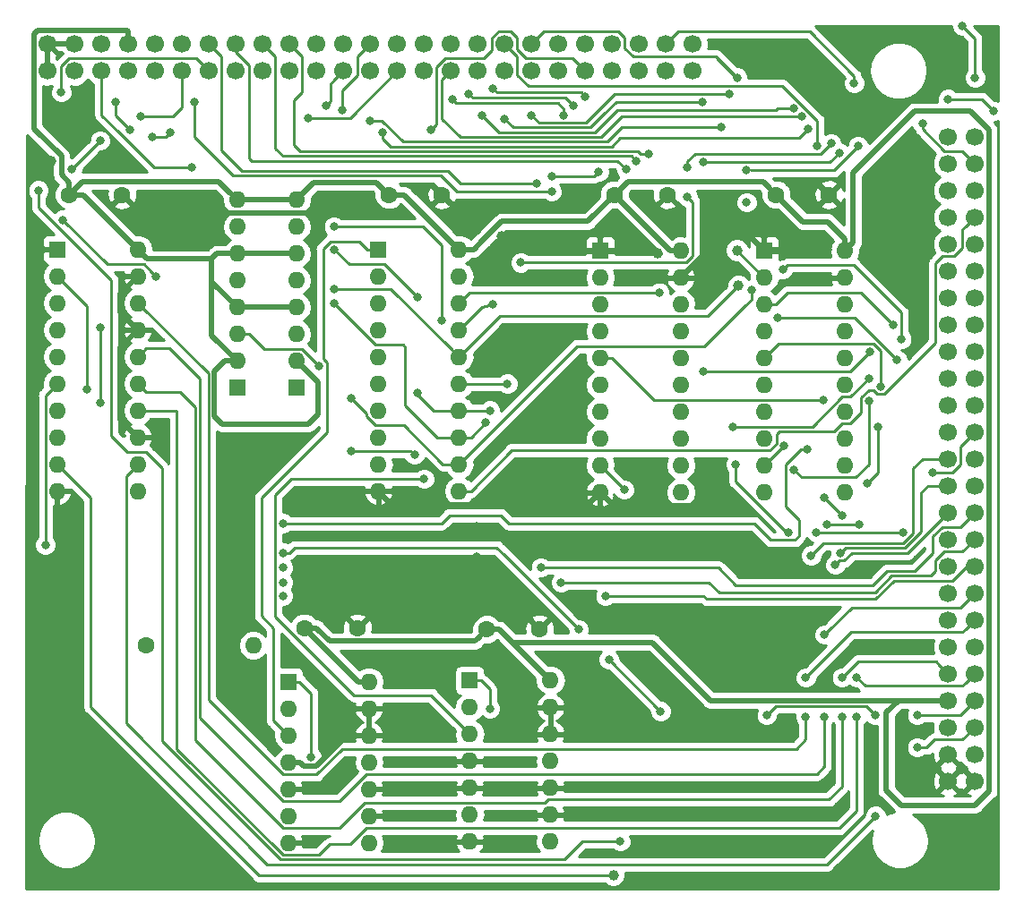
<source format=gbr>
G04 #@! TF.GenerationSoftware,KiCad,Pcbnew,(5.0.1-3-g963ef8bb5)*
G04 #@! TF.CreationDate,2020-10-28T20:52:00+00:00*
G04 #@! TF.ProjectId,ACE_Backplane_Adaptor,4143455F4261636B706C616E655F4164,rev?*
G04 #@! TF.SameCoordinates,Original*
G04 #@! TF.FileFunction,Copper,L1,Top,Signal*
G04 #@! TF.FilePolarity,Positive*
%FSLAX46Y46*%
G04 Gerber Fmt 4.6, Leading zero omitted, Abs format (unit mm)*
G04 Created by KiCad (PCBNEW (5.0.1-3-g963ef8bb5)) date Wednesday, 28 October 2020 at 20:52:00*
%MOMM*%
%LPD*%
G01*
G04 APERTURE LIST*
G04 #@! TA.AperFunction,ComponentPad*
%ADD10C,1.700000*%
G04 #@! TD*
G04 #@! TA.AperFunction,ComponentPad*
%ADD11R,1.600000X1.600000*%
G04 #@! TD*
G04 #@! TA.AperFunction,ComponentPad*
%ADD12O,1.600000X1.600000*%
G04 #@! TD*
G04 #@! TA.AperFunction,ComponentPad*
%ADD13C,1.600000*%
G04 #@! TD*
G04 #@! TA.AperFunction,ViaPad*
%ADD14C,1.000000*%
G04 #@! TD*
G04 #@! TA.AperFunction,ViaPad*
%ADD15C,0.800000*%
G04 #@! TD*
G04 #@! TA.AperFunction,Conductor*
%ADD16C,0.500000*%
G04 #@! TD*
G04 #@! TA.AperFunction,Conductor*
%ADD17C,0.250000*%
G04 #@! TD*
G04 #@! TA.AperFunction,Conductor*
%ADD18C,0.254000*%
G04 #@! TD*
G04 APERTURE END LIST*
D10*
G04 #@! TO.P,J1,A14*
G04 #@! TO.N,/A2*
X130937000Y-56388000D03*
G04 #@! TO.P,J1,A15*
G04 #@! TO.N,/A10*
X133477000Y-56388000D03*
G04 #@! TO.P,J1,A16*
G04 #@! TO.N,/A9*
X136017000Y-56388000D03*
G04 #@! TO.P,J1,A17*
G04 #@! TO.N,/A8*
X138557000Y-56388000D03*
G04 #@! TO.P,J1,A18*
G04 #@! TO.N,/A7*
X141097000Y-56388000D03*
G04 #@! TO.P,J1,A19*
G04 #@! TO.N,/A0*
X143637000Y-56388000D03*
G04 #@! TO.P,J1,A20*
G04 #@! TO.N,/D1*
X146177000Y-56388000D03*
G04 #@! TO.P,J1,A21*
G04 #@! TO.N,/D6*
X148717000Y-56388000D03*
G04 #@! TO.P,J1,A22*
G04 #@! TO.N,/~WE*
X151257000Y-56388000D03*
G04 #@! TO.P,J1,*
G04 #@! TO.N,*
X153797000Y-56388000D03*
G04 #@! TO.P,J1,A24*
G04 #@! TO.N,/-*
X156337000Y-56388000D03*
G04 #@! TO.P,J1,A13*
G04 #@! TO.N,/D5*
X128397000Y-56388000D03*
G04 #@! TO.P,J1,A12*
G04 #@! TO.N,/D3*
X125857000Y-56388000D03*
G04 #@! TO.P,J1,A11*
G04 #@! TO.N,/D4*
X123317000Y-56388000D03*
G04 #@! TO.P,J1,A10*
G04 #@! TO.N,/A15*
X120777000Y-56388000D03*
G04 #@! TO.P,J1,A9*
G04 #@! TO.N,/A14*
X118237000Y-56388000D03*
G04 #@! TO.P,J1,A8*
G04 #@! TO.N,/A13*
X115697000Y-56388000D03*
G04 #@! TO.P,J1,A7*
G04 #@! TO.N,/A12*
X113157000Y-56388000D03*
G04 #@! TO.P,J1,A6*
G04 #@! TO.N,/A11*
X110617000Y-56388000D03*
G04 #@! TO.P,J1,A5*
G04 #@! TO.N,/CLK*
X108077000Y-56388000D03*
G04 #@! TO.P,J1,A4*
G04 #@! TO.N,VCC*
X105537000Y-56388000D03*
G04 #@! TO.P,J1,A3*
G04 #@! TO.N,/+9V*
X102997000Y-56388000D03*
G04 #@! TO.P,J1,A2*
G04 #@! TO.N,GND*
X100457000Y-56388000D03*
G04 #@! TO.P,J1,A1*
X97917000Y-56388000D03*
G04 #@! TO.P,J1,B1*
X97917000Y-58928000D03*
G04 #@! TO.P,J1,B2*
G04 #@! TO.N,/~INT*
X100457000Y-58928000D03*
G04 #@! TO.P,J1,B3*
G04 #@! TO.N,/~NMI*
X102997000Y-58928000D03*
G04 #@! TO.P,J1,B4*
G04 #@! TO.N,/~HALT*
X105537000Y-58928000D03*
G04 #@! TO.P,J1,B5*
G04 #@! TO.N,/~MREQ*
X108077000Y-58928000D03*
G04 #@! TO.P,J1,B6*
G04 #@! TO.N,/~IORQ*
X110617000Y-58928000D03*
G04 #@! TO.P,J1,B7*
G04 #@! TO.N,/~RD*
X113157000Y-58928000D03*
G04 #@! TO.P,J1,B8*
G04 #@! TO.N,/~WR*
X115697000Y-58928000D03*
G04 #@! TO.P,J1,B9*
G04 #@! TO.N,/~BUSACK*
X118237000Y-58928000D03*
G04 #@! TO.P,J1,B10*
G04 #@! TO.N,/~WAIT*
X120777000Y-58928000D03*
G04 #@! TO.P,J1,B11*
G04 #@! TO.N,/~BUSREQ*
X123317000Y-58928000D03*
G04 #@! TO.P,J1,B12*
G04 #@! TO.N,/~RESET*
X125857000Y-58928000D03*
G04 #@! TO.P,J1,B13*
G04 #@! TO.N,/~M1*
X128397000Y-58928000D03*
G04 #@! TO.P,J1,B24*
G04 #@! TO.N,/~ACEROMCS*
X156337000Y-58928000D03*
G04 #@! TO.P,J1,*
G04 #@! TO.N,*
X153797000Y-58928000D03*
G04 #@! TO.P,J1,B22*
G04 #@! TO.N,/D7*
X151257000Y-58928000D03*
G04 #@! TO.P,J1,B21*
G04 #@! TO.N,/D2*
X148717000Y-58928000D03*
G04 #@! TO.P,J1,B20*
G04 #@! TO.N,/D0*
X146177000Y-58928000D03*
G04 #@! TO.P,J1,B19*
G04 #@! TO.N,/A1*
X143637000Y-58928000D03*
G04 #@! TO.P,J1,B18*
G04 #@! TO.N,/A3*
X141097000Y-58928000D03*
G04 #@! TO.P,J1,B17*
G04 #@! TO.N,/A4*
X138557000Y-58928000D03*
G04 #@! TO.P,J1,B16*
G04 #@! TO.N,/A5*
X136017000Y-58928000D03*
G04 #@! TO.P,J1,B15*
G04 #@! TO.N,/A6*
X133477000Y-58928000D03*
G04 #@! TO.P,J1,B14*
G04 #@! TO.N,/~RFSH*
X130937000Y-58928000D03*
G04 #@! TO.P,J1,A25*
G04 #@! TO.N,N/C*
X158877000Y-56388000D03*
G04 #@! TO.P,J1,B25*
X158877000Y-58928000D03*
G04 #@! TD*
D11*
G04 #@! TO.P,U5,1*
G04 #@! TO.N,GND*
X98806000Y-75819000D03*
D12*
G04 #@! TO.P,U5,11*
G04 #@! TO.N,/~M1*
X106426000Y-98679000D03*
G04 #@! TO.P,U5,2*
G04 #@! TO.N,/~RD*
X98806000Y-78359000D03*
G04 #@! TO.P,U5,12*
G04 #@! TO.N,/~IORQ'*
X106426000Y-96139000D03*
G04 #@! TO.P,U5,3*
G04 #@! TO.N,N/C*
X98806000Y-80899000D03*
G04 #@! TO.P,U5,13*
G04 #@! TO.N,GND*
X106426000Y-93599000D03*
G04 #@! TO.P,U5,4*
G04 #@! TO.N,/~WR*
X98806000Y-83439000D03*
G04 #@! TO.P,U5,14*
G04 #@! TO.N,/~MREQ'*
X106426000Y-91059000D03*
G04 #@! TO.P,U5,5*
G04 #@! TO.N,/CLK'*
X98806000Y-85979000D03*
G04 #@! TO.P,U5,15*
G04 #@! TO.N,/CLK*
X106426000Y-88519000D03*
G04 #@! TO.P,U5,6*
G04 #@! TO.N,/~MREQ*
X98806000Y-88519000D03*
G04 #@! TO.P,U5,16*
G04 #@! TO.N,/~WR'*
X106426000Y-85979000D03*
G04 #@! TO.P,U5,7*
G04 #@! TO.N,N/C*
X98806000Y-91059000D03*
G04 #@! TO.P,U5,17*
G04 #@! TO.N,GND*
X106426000Y-83439000D03*
G04 #@! TO.P,U5,8*
G04 #@! TO.N,/~IORQ*
X98806000Y-93599000D03*
G04 #@! TO.P,U5,18*
G04 #@! TO.N,/~RD'*
X106426000Y-80899000D03*
G04 #@! TO.P,U5,9*
G04 #@! TO.N,/~M1'*
X98806000Y-96139000D03*
G04 #@! TO.P,U5,19*
G04 #@! TO.N,GND*
X106426000Y-78359000D03*
G04 #@! TO.P,U5,10*
X98806000Y-98679000D03*
G04 #@! TO.P,U5,20*
G04 #@! TO.N,VCC*
X106426000Y-75819000D03*
G04 #@! TD*
D11*
G04 #@! TO.P,U4,1*
G04 #@! TO.N,/~MREQ*
X137795000Y-116586000D03*
D12*
G04 #@! TO.P,U4,8*
G04 #@! TO.N,N/C*
X145415000Y-131826000D03*
G04 #@! TO.P,U4,2*
G04 #@! TO.N,/~IORQ*
X137795000Y-119126000D03*
G04 #@! TO.P,U4,9*
G04 #@! TO.N,GND*
X145415000Y-129286000D03*
G04 #@! TO.P,U4,3*
G04 #@! TO.N,/SysRD*
X137795000Y-121666000D03*
G04 #@! TO.P,U4,10*
G04 #@! TO.N,GND*
X145415000Y-126746000D03*
G04 #@! TO.P,U4,4*
X137795000Y-124206000D03*
G04 #@! TO.P,U4,11*
G04 #@! TO.N,N/C*
X145415000Y-124206000D03*
G04 #@! TO.P,U4,5*
G04 #@! TO.N,GND*
X137795000Y-126746000D03*
G04 #@! TO.P,U4,12*
X145415000Y-121666000D03*
G04 #@! TO.P,U4,6*
G04 #@! TO.N,N/C*
X137795000Y-129286000D03*
G04 #@! TO.P,U4,13*
G04 #@! TO.N,GND*
X145415000Y-119126000D03*
G04 #@! TO.P,U4,7*
X137795000Y-131826000D03*
G04 #@! TO.P,U4,14*
G04 #@! TO.N,VCC*
X145415000Y-116586000D03*
G04 #@! TD*
D11*
G04 #@! TO.P,U6,1*
G04 #@! TO.N,/ExtDir*
X120650000Y-116713000D03*
D12*
G04 #@! TO.P,U6,8*
G04 #@! TO.N,N/C*
X128270000Y-131953000D03*
G04 #@! TO.P,U6,2*
G04 #@! TO.N,/~RD*
X120650000Y-119253000D03*
G04 #@! TO.P,U6,9*
G04 #@! TO.N,GND*
X128270000Y-129413000D03*
G04 #@! TO.P,U6,3*
G04 #@! TO.N,/BufDir*
X120650000Y-121793000D03*
G04 #@! TO.P,U6,10*
G04 #@! TO.N,GND*
X128270000Y-126873000D03*
G04 #@! TO.P,U6,4*
X120650000Y-124333000D03*
G04 #@! TO.P,U6,11*
G04 #@! TO.N,N/C*
X128270000Y-124333000D03*
G04 #@! TO.P,U6,5*
G04 #@! TO.N,GND*
X120650000Y-126873000D03*
G04 #@! TO.P,U6,12*
X128270000Y-121793000D03*
G04 #@! TO.P,U6,6*
G04 #@! TO.N,N/C*
X120650000Y-129413000D03*
G04 #@! TO.P,U6,13*
G04 #@! TO.N,GND*
X128270000Y-119253000D03*
G04 #@! TO.P,U6,7*
X120650000Y-131953000D03*
G04 #@! TO.P,U6,14*
G04 #@! TO.N,VCC*
X128270000Y-116713000D03*
G04 #@! TD*
D11*
G04 #@! TO.P,U1,1*
G04 #@! TO.N,/BufDir*
X129159000Y-75819000D03*
D12*
G04 #@! TO.P,U1,11*
G04 #@! TO.N,/D7'*
X136779000Y-98679000D03*
G04 #@! TO.P,U1,2*
G04 #@! TO.N,/D0*
X129159000Y-78359000D03*
G04 #@! TO.P,U1,12*
G04 #@! TO.N,/D6'*
X136779000Y-96139000D03*
G04 #@! TO.P,U1,3*
G04 #@! TO.N,/D1*
X129159000Y-80899000D03*
G04 #@! TO.P,U1,13*
G04 #@! TO.N,/D5'*
X136779000Y-93599000D03*
G04 #@! TO.P,U1,4*
G04 #@! TO.N,/D2*
X129159000Y-83439000D03*
G04 #@! TO.P,U1,14*
G04 #@! TO.N,/D4'*
X136779000Y-91059000D03*
G04 #@! TO.P,U1,5*
G04 #@! TO.N,/D3*
X129159000Y-85979000D03*
G04 #@! TO.P,U1,15*
G04 #@! TO.N,/D3'*
X136779000Y-88519000D03*
G04 #@! TO.P,U1,6*
G04 #@! TO.N,/D4*
X129159000Y-88519000D03*
G04 #@! TO.P,U1,16*
G04 #@! TO.N,/D2'*
X136779000Y-85979000D03*
G04 #@! TO.P,U1,7*
G04 #@! TO.N,/D5*
X129159000Y-91059000D03*
G04 #@! TO.P,U1,17*
G04 #@! TO.N,/D1'*
X136779000Y-83439000D03*
G04 #@! TO.P,U1,8*
G04 #@! TO.N,/D6*
X129159000Y-93599000D03*
G04 #@! TO.P,U1,18*
G04 #@! TO.N,/D0'*
X136779000Y-80899000D03*
G04 #@! TO.P,U1,9*
G04 #@! TO.N,/D7*
X129159000Y-96139000D03*
G04 #@! TO.P,U1,19*
G04 #@! TO.N,/SysRD*
X136779000Y-78359000D03*
G04 #@! TO.P,U1,10*
G04 #@! TO.N,GND*
X129159000Y-98679000D03*
G04 #@! TO.P,U1,20*
G04 #@! TO.N,VCC*
X136779000Y-75819000D03*
G04 #@! TD*
G04 #@! TO.P,U2,20*
G04 #@! TO.N,VCC*
X173228000Y-75946000D03*
G04 #@! TO.P,U2,10*
G04 #@! TO.N,GND*
X165608000Y-98806000D03*
G04 #@! TO.P,U2,19*
X173228000Y-78486000D03*
G04 #@! TO.P,U2,9*
G04 #@! TO.N,/A4'*
X165608000Y-96266000D03*
G04 #@! TO.P,U2,18*
G04 #@! TO.N,/A0'*
X173228000Y-81026000D03*
G04 #@! TO.P,U2,8*
G04 #@! TO.N,/A3*
X165608000Y-93726000D03*
G04 #@! TO.P,U2,17*
G04 #@! TO.N,/A7*
X173228000Y-83566000D03*
G04 #@! TO.P,U2,7*
G04 #@! TO.N,/A5'*
X165608000Y-91186000D03*
G04 #@! TO.P,U2,16*
G04 #@! TO.N,/A1'*
X173228000Y-86106000D03*
G04 #@! TO.P,U2,6*
G04 #@! TO.N,/A2*
X165608000Y-88646000D03*
G04 #@! TO.P,U2,15*
G04 #@! TO.N,/A6*
X173228000Y-88646000D03*
G04 #@! TO.P,U2,5*
G04 #@! TO.N,/A6'*
X165608000Y-86106000D03*
G04 #@! TO.P,U2,14*
G04 #@! TO.N,/A2'*
X173228000Y-91186000D03*
G04 #@! TO.P,U2,4*
G04 #@! TO.N,/A1*
X165608000Y-83566000D03*
G04 #@! TO.P,U2,13*
G04 #@! TO.N,/A5*
X173228000Y-93726000D03*
G04 #@! TO.P,U2,3*
G04 #@! TO.N,/A7'*
X165608000Y-81026000D03*
G04 #@! TO.P,U2,12*
G04 #@! TO.N,/A3'*
X173228000Y-96266000D03*
G04 #@! TO.P,U2,2*
G04 #@! TO.N,/A0*
X165608000Y-78486000D03*
G04 #@! TO.P,U2,11*
G04 #@! TO.N,/A4*
X173228000Y-98806000D03*
D11*
G04 #@! TO.P,U2,1*
G04 #@! TO.N,GND*
X165608000Y-75946000D03*
G04 #@! TD*
G04 #@! TO.P,U3,1*
G04 #@! TO.N,GND*
X150114000Y-75946000D03*
D12*
G04 #@! TO.P,U3,11*
G04 #@! TO.N,/A12*
X157734000Y-98806000D03*
G04 #@! TO.P,U3,2*
G04 #@! TO.N,/A8*
X150114000Y-78486000D03*
G04 #@! TO.P,U3,12*
G04 #@! TO.N,/A11'*
X157734000Y-96266000D03*
G04 #@! TO.P,U3,3*
G04 #@! TO.N,/A15'*
X150114000Y-81026000D03*
G04 #@! TO.P,U3,13*
G04 #@! TO.N,/A13*
X157734000Y-93726000D03*
G04 #@! TO.P,U3,4*
G04 #@! TO.N,/A9*
X150114000Y-83566000D03*
G04 #@! TO.P,U3,14*
G04 #@! TO.N,/A10'*
X157734000Y-91186000D03*
G04 #@! TO.P,U3,5*
G04 #@! TO.N,/A14'*
X150114000Y-86106000D03*
G04 #@! TO.P,U3,15*
G04 #@! TO.N,/A14*
X157734000Y-88646000D03*
G04 #@! TO.P,U3,6*
G04 #@! TO.N,/A10*
X150114000Y-88646000D03*
G04 #@! TO.P,U3,16*
G04 #@! TO.N,/A9'*
X157734000Y-86106000D03*
G04 #@! TO.P,U3,7*
G04 #@! TO.N,/A13'*
X150114000Y-91186000D03*
G04 #@! TO.P,U3,17*
G04 #@! TO.N,/A15*
X157734000Y-83566000D03*
G04 #@! TO.P,U3,8*
G04 #@! TO.N,/A11*
X150114000Y-93726000D03*
G04 #@! TO.P,U3,18*
G04 #@! TO.N,/A8'*
X157734000Y-81026000D03*
G04 #@! TO.P,U3,9*
G04 #@! TO.N,/A12'*
X150114000Y-96266000D03*
G04 #@! TO.P,U3,19*
G04 #@! TO.N,GND*
X157734000Y-78486000D03*
G04 #@! TO.P,U3,10*
X150114000Y-98806000D03*
G04 #@! TO.P,U3,20*
G04 #@! TO.N,VCC*
X157734000Y-75946000D03*
G04 #@! TD*
G04 #@! TO.P,RN1,8*
G04 #@! TO.N,VCC*
X121412000Y-71123000D03*
G04 #@! TO.P,RN1,7*
G04 #@! TO.N,/D3'*
X121412000Y-73663000D03*
G04 #@! TO.P,RN1,6*
G04 #@! TO.N,VCC*
X121412000Y-76203000D03*
G04 #@! TO.P,RN1,5*
G04 #@! TO.N,/D2'*
X121412000Y-78743000D03*
G04 #@! TO.P,RN1,4*
G04 #@! TO.N,VCC*
X121412000Y-81283000D03*
G04 #@! TO.P,RN1,3*
G04 #@! TO.N,/D1'*
X121412000Y-83823000D03*
G04 #@! TO.P,RN1,2*
G04 #@! TO.N,VCC*
X121412000Y-86363000D03*
D11*
G04 #@! TO.P,RN1,1*
G04 #@! TO.N,/D0'*
X121412000Y-88903000D03*
G04 #@! TD*
G04 #@! TO.P,RN2,1*
G04 #@! TO.N,/D7'*
X115824000Y-88903000D03*
D12*
G04 #@! TO.P,RN2,2*
G04 #@! TO.N,VCC*
X115824000Y-86363000D03*
G04 #@! TO.P,RN2,3*
G04 #@! TO.N,/D6'*
X115824000Y-83823000D03*
G04 #@! TO.P,RN2,4*
G04 #@! TO.N,VCC*
X115824000Y-81283000D03*
G04 #@! TO.P,RN2,5*
G04 #@! TO.N,/D5'*
X115824000Y-78743000D03*
G04 #@! TO.P,RN2,6*
G04 #@! TO.N,VCC*
X115824000Y-76203000D03*
G04 #@! TO.P,RN2,7*
G04 #@! TO.N,/D4'*
X115824000Y-73663000D03*
G04 #@! TO.P,RN2,8*
G04 #@! TO.N,VCC*
X115824000Y-71123000D03*
G04 #@! TD*
D13*
G04 #@! TO.P,C1,1*
G04 #@! TO.N,VCC*
X130175000Y-70649000D03*
G04 #@! TO.P,C1,2*
G04 #@! TO.N,GND*
X135175000Y-70649000D03*
G04 #@! TD*
G04 #@! TO.P,C2,2*
G04 #@! TO.N,GND*
X171751000Y-70649000D03*
G04 #@! TO.P,C2,1*
G04 #@! TO.N,VCC*
X166751000Y-70649000D03*
G04 #@! TD*
D10*
G04 #@! TO.P,J2,A14*
G04 #@! TO.N,/A2'*
X183007000Y-93091000D03*
G04 #@! TO.P,J2,A15*
G04 #@! TO.N,/A10'*
X183007000Y-90551000D03*
G04 #@! TO.P,J2,A16*
G04 #@! TO.N,/A9'*
X183007000Y-88011000D03*
G04 #@! TO.P,J2,A17*
G04 #@! TO.N,/A8'*
X183007000Y-85471000D03*
G04 #@! TO.P,J2,A18*
G04 #@! TO.N,/A7'*
X183007000Y-82931000D03*
G04 #@! TO.P,J2,A19*
G04 #@! TO.N,/A0'*
X183007000Y-80391000D03*
G04 #@! TO.P,J2,A20*
G04 #@! TO.N,/D1'*
X183007000Y-77851000D03*
G04 #@! TO.P,J2,A21*
G04 #@! TO.N,/D6'*
X183007000Y-75311000D03*
G04 #@! TO.P,J2,A22*
G04 #@! TO.N,/~WE*
X183007000Y-72771000D03*
G04 #@! TO.P,J2,*
G04 #@! TO.N,*
X183007000Y-70231000D03*
G04 #@! TO.P,J2,A24*
G04 #@! TO.N,/-*
X183007000Y-67691000D03*
G04 #@! TO.P,J2,A13*
G04 #@! TO.N,/D5'*
X183007000Y-95631000D03*
G04 #@! TO.P,J2,A12*
G04 #@! TO.N,/D3'*
X183007000Y-98171000D03*
G04 #@! TO.P,J2,A11*
G04 #@! TO.N,/D4'*
X183007000Y-100711000D03*
G04 #@! TO.P,J2,A10*
G04 #@! TO.N,/A15'*
X183007000Y-103251000D03*
G04 #@! TO.P,J2,A9*
G04 #@! TO.N,/A14'*
X183007000Y-105791000D03*
G04 #@! TO.P,J2,A8*
G04 #@! TO.N,/A13'*
X183007000Y-108331000D03*
G04 #@! TO.P,J2,A7*
G04 #@! TO.N,/A12'*
X183007000Y-110871000D03*
G04 #@! TO.P,J2,A6*
G04 #@! TO.N,/A11'*
X183007000Y-113411000D03*
G04 #@! TO.P,J2,A5*
G04 #@! TO.N,/CLK*
X183007000Y-115951000D03*
G04 #@! TO.P,J2,A4*
G04 #@! TO.N,VCC*
X183007000Y-118491000D03*
G04 #@! TO.P,J2,A3*
G04 #@! TO.N,/+9V*
X183007000Y-121031000D03*
G04 #@! TO.P,J2,A2*
G04 #@! TO.N,GND*
X183007000Y-123571000D03*
G04 #@! TO.P,J2,A1*
X183007000Y-126111000D03*
G04 #@! TO.P,J2,B1*
X185547000Y-126111000D03*
G04 #@! TO.P,J2,B2*
G04 #@! TO.N,/~INT*
X185547000Y-123571000D03*
G04 #@! TO.P,J2,B3*
G04 #@! TO.N,/~NMI*
X185547000Y-121031000D03*
G04 #@! TO.P,J2,B4*
G04 #@! TO.N,/~HALT*
X185547000Y-118491000D03*
G04 #@! TO.P,J2,B5*
G04 #@! TO.N,/~MREQ'*
X185547000Y-115951000D03*
G04 #@! TO.P,J2,B6*
G04 #@! TO.N,/~IORQ'*
X185547000Y-113411000D03*
G04 #@! TO.P,J2,B7*
G04 #@! TO.N,/~RD'*
X185547000Y-110871000D03*
G04 #@! TO.P,J2,B8*
G04 #@! TO.N,/~WR'*
X185547000Y-108331000D03*
G04 #@! TO.P,J2,B9*
G04 #@! TO.N,/~BUSACK*
X185547000Y-105791000D03*
G04 #@! TO.P,J2,B10*
G04 #@! TO.N,/~WAIT*
X185547000Y-103251000D03*
G04 #@! TO.P,J2,B11*
G04 #@! TO.N,/~BUSREQ*
X185547000Y-100711000D03*
G04 #@! TO.P,J2,B12*
G04 #@! TO.N,/~RESET*
X185547000Y-98171000D03*
G04 #@! TO.P,J2,B13*
G04 #@! TO.N,/~M1'*
X185547000Y-95631000D03*
G04 #@! TO.P,J2,B24*
G04 #@! TO.N,/~ACEROMCS*
X185547000Y-67691000D03*
G04 #@! TO.P,J2,*
G04 #@! TO.N,*
X185547000Y-70231000D03*
G04 #@! TO.P,J2,B22*
G04 #@! TO.N,/D7'*
X185547000Y-72771000D03*
G04 #@! TO.P,J2,B21*
G04 #@! TO.N,/D2'*
X185547000Y-75311000D03*
G04 #@! TO.P,J2,B20*
G04 #@! TO.N,/D0'*
X185547000Y-77851000D03*
G04 #@! TO.P,J2,B19*
G04 #@! TO.N,/A1'*
X185547000Y-80391000D03*
G04 #@! TO.P,J2,B18*
G04 #@! TO.N,/A3'*
X185547000Y-82931000D03*
G04 #@! TO.P,J2,B17*
G04 #@! TO.N,/A4'*
X185547000Y-85471000D03*
G04 #@! TO.P,J2,B16*
G04 #@! TO.N,/A5'*
X185547000Y-88011000D03*
G04 #@! TO.P,J2,B15*
G04 #@! TO.N,/A6'*
X185547000Y-90551000D03*
G04 #@! TO.P,J2,B14*
G04 #@! TO.N,/~RFSH*
X185547000Y-93091000D03*
G04 #@! TO.P,J2,A25*
G04 #@! TO.N,/ExtDir*
X183007000Y-65151000D03*
G04 #@! TO.P,J2,B25*
G04 #@! TO.N,/CLK'*
X185547000Y-65151000D03*
G04 #@! TD*
D13*
G04 #@! TO.P,C3,1*
G04 #@! TO.N,VCC*
X151464000Y-70649000D03*
G04 #@! TO.P,C3,2*
G04 #@! TO.N,GND*
X156464000Y-70649000D03*
G04 #@! TD*
G04 #@! TO.P,C4,2*
G04 #@! TO.N,GND*
X144399000Y-111760000D03*
G04 #@! TO.P,C4,1*
G04 #@! TO.N,VCC*
X139399000Y-111760000D03*
G04 #@! TD*
G04 #@! TO.P,C5,1*
G04 #@! TO.N,VCC*
X99949000Y-70649000D03*
G04 #@! TO.P,C5,2*
G04 #@! TO.N,GND*
X104949000Y-70649000D03*
G04 #@! TD*
G04 #@! TO.P,C6,2*
G04 #@! TO.N,GND*
X127174000Y-111633000D03*
G04 #@! TO.P,C6,1*
G04 #@! TO.N,VCC*
X122174000Y-111633000D03*
G04 #@! TD*
G04 #@! TO.P,R1,1*
G04 #@! TO.N,VCC*
X107188000Y-113284000D03*
D12*
G04 #@! TO.P,R1,2*
G04 #@! TO.N,/ExtDir*
X117348000Y-113284000D03*
G04 #@! TD*
D14*
G04 #@! TO.N,GND*
X104902000Y-67437000D03*
X98256009Y-67437000D03*
X171577000Y-75819000D03*
X140843000Y-74549000D03*
X96520000Y-98552000D03*
D15*
X140843000Y-71501000D03*
D14*
X155575000Y-76200000D03*
D15*
X124460000Y-71374000D03*
D14*
X131318000Y-72390000D03*
X162052000Y-99187000D03*
X132842000Y-131953000D03*
X132842000Y-115062000D03*
X151765000Y-120777000D03*
X165227000Y-132334000D03*
X158496000Y-126746000D03*
D15*
X138430000Y-104902000D03*
X138430000Y-101981000D03*
D14*
X143129000Y-104267000D03*
D15*
X142621000Y-99949000D03*
X164338000Y-112141000D03*
X177800000Y-76581000D03*
X116459000Y-96012000D03*
X107823000Y-72373001D03*
X177800000Y-66421000D03*
X141224000Y-85598000D03*
X143002000Y-91694000D03*
D14*
X173101000Y-61722000D03*
D15*
X100711000Y-61087000D03*
X99695000Y-63373000D03*
X116078000Y-116332000D03*
G04 #@! TO.N,/A2*
X128397000Y-63627000D03*
X161544000Y-64262000D03*
G04 #@! TO.N,/A10*
X146685000Y-63119000D03*
X136144000Y-61595000D03*
G04 #@! TO.N,/A9*
X147574000Y-62230000D03*
X137668000Y-61087000D03*
G04 #@! TO.N,/A8*
X148717000Y-61341000D03*
X139954000Y-60579000D03*
G04 #@! TO.N,/A7*
X170625999Y-66040000D03*
G04 #@! TO.N,/A0*
X163068000Y-59563000D03*
D14*
X163068000Y-75909001D03*
D15*
G04 #@! TO.N,/-*
X174117000Y-60071000D03*
G04 #@! TO.N,/D5*
X125730000Y-62611000D03*
G04 #@! TO.N,/A15*
X154686000Y-66802000D03*
G04 #@! TO.N,/A14*
X153543000Y-67437000D03*
G04 #@! TO.N,/A13*
X152589001Y-68261001D03*
G04 #@! TO.N,/A12*
X144145000Y-69596000D03*
G04 #@! TO.N,/A11*
X145542000Y-70358000D03*
X111792001Y-61849000D03*
G04 #@! TO.N,/CLK*
X172974000Y-116332000D03*
X172974000Y-120015000D03*
G04 #@! TO.N,/+9V*
X105664000Y-64478003D03*
X102870000Y-83185000D03*
X102870000Y-90297000D03*
X104361999Y-61849000D03*
G04 #@! TO.N,/~INT*
X152019000Y-131826000D03*
X97028000Y-70231000D03*
G04 #@! TO.N,/~NMI*
X111506000Y-68072000D03*
X120142000Y-104521000D03*
X180086000Y-122936000D03*
X155829000Y-119507000D03*
X150939500Y-114617500D03*
X148082000Y-111760000D03*
G04 #@! TO.N,/~HALT*
X102870000Y-65532000D03*
X108152814Y-78359000D03*
X180086000Y-119855999D03*
X165862000Y-119888000D03*
X176085500Y-119888000D03*
X99314000Y-73025000D03*
X100203000Y-68199000D03*
G04 #@! TO.N,/~MREQ*
X139700000Y-119253000D03*
X97680999Y-103759000D03*
G04 #@! TO.N,/~IORQ*
X106712001Y-63246000D03*
G04 #@! TO.N,/~RD*
X99187000Y-60960000D03*
X101600000Y-89027000D03*
G04 #@! TO.N,/~BUSACK*
X120142000Y-108585000D03*
X150622000Y-108585000D03*
G04 #@! TO.N,/~WAIT*
X120142000Y-107315000D03*
X146431000Y-107315000D03*
G04 #@! TO.N,/~BUSREQ*
X120142000Y-105918000D03*
X144526000Y-105918000D03*
G04 #@! TO.N,/~RESET*
X124206000Y-62230000D03*
G04 #@! TO.N,/~M1*
X107823000Y-65151000D03*
X109474000Y-64770000D03*
G04 #@! TO.N,/~ACEROMCS*
X180594000Y-63881000D03*
G04 #@! TO.N,/D7*
X149987000Y-68453000D03*
X145542000Y-68870999D03*
G04 #@! TO.N,/D2*
X134112000Y-64516000D03*
G04 #@! TO.N,/A1*
X143637000Y-63119000D03*
X162306000Y-61087000D03*
G04 #@! TO.N,/A3*
X141097000Y-63500000D03*
X159766000Y-61849000D03*
G04 #@! TO.N,/A4*
X138938000Y-63119000D03*
X168402000Y-62484000D03*
G04 #@! TO.N,/A5*
X169164000Y-63246000D03*
X169164000Y-63246000D03*
G04 #@! TO.N,/A6*
X129540000Y-64770000D03*
X169799000Y-64389000D03*
G04 #@! TO.N,/~RFSH*
X122555000Y-63373000D03*
X120142000Y-101727000D03*
X181546500Y-96964500D03*
X169672000Y-94742000D03*
G04 #@! TO.N,/D1'*
X142621000Y-77071001D03*
X139954000Y-81026000D03*
X158369000Y-70866000D03*
X158369000Y-68072000D03*
X171958000Y-65786000D03*
G04 #@! TO.N,/D6'*
X126630002Y-89916000D03*
X123582002Y-86868000D03*
X164407010Y-79629000D03*
G04 #@! TO.N,/D5'*
X124953998Y-80899000D03*
X139307370Y-92202000D03*
X170053000Y-104775000D03*
G04 #@! TO.N,/D3'*
X135128000Y-82550000D03*
X124968000Y-73663000D03*
X141351000Y-88519000D03*
X172847000Y-104521000D03*
G04 #@! TO.N,/D4'*
X132842000Y-80376998D03*
X132842000Y-89408000D03*
X124968000Y-75819000D03*
X139700000Y-91059000D03*
X172339000Y-105664000D03*
G04 #@! TO.N,/D2'*
X124968000Y-79542999D03*
X163957000Y-71374000D03*
X163957000Y-68326000D03*
X174498000Y-66040000D03*
D14*
X163180998Y-79248000D03*
D15*
G04 #@! TO.N,/D0'*
X126619000Y-94869000D03*
X132588000Y-95250000D03*
X159893000Y-67564000D03*
X172720000Y-66675000D03*
X155702000Y-79900999D03*
G04 #@! TO.N,/A10'*
X168402000Y-96647000D03*
X175514000Y-90170000D03*
G04 #@! TO.N,/A9'*
X162687000Y-92583000D03*
X175514000Y-88011000D03*
G04 #@! TO.N,/A8'*
X159893000Y-87376000D03*
X175641000Y-85471000D03*
G04 #@! TO.N,/A7'*
X177800000Y-82931000D03*
G04 #@! TO.N,/A15'*
X162941000Y-96139000D03*
X178725999Y-102579001D03*
X170561000Y-102579001D03*
X167894000Y-102579001D03*
G04 #@! TO.N,/A14'*
X171196000Y-90043000D03*
X176403000Y-92583000D03*
X175387000Y-97917000D03*
G04 #@! TO.N,/A12'*
X174625000Y-101854000D03*
X171577000Y-101854000D03*
X152400000Y-98552000D03*
G04 #@! TO.N,/A11'*
X171323000Y-99314000D03*
X172974000Y-100965000D03*
G04 #@! TO.N,/A4'*
X167513000Y-94361000D03*
X178594001Y-84295999D03*
X167386000Y-77724000D03*
G04 #@! TO.N,/A5'*
X166878000Y-82296000D03*
X178181000Y-86301588D03*
G04 #@! TO.N,/A6'*
X176657000Y-88773000D03*
G04 #@! TO.N,/~MREQ'*
X174371000Y-116332000D03*
X174371000Y-120015000D03*
G04 #@! TO.N,/~IORQ'*
X176149000Y-129413000D03*
G04 #@! TO.N,/~RD'*
X169545000Y-116332000D03*
X169545000Y-120015000D03*
G04 #@! TO.N,/~WR'*
X171323000Y-120015000D03*
X171323000Y-112268000D03*
G04 #@! TO.N,/ExtDir*
X122809000Y-123825000D03*
X187325000Y-62738000D03*
X183007000Y-61595000D03*
D14*
G04 #@! TO.N,/~M1'*
X151384000Y-135001000D03*
D15*
G04 #@! TO.N,/CLK'*
X185547000Y-59563000D03*
X184334990Y-54667990D03*
G04 #@! TO.N,/SysRD*
X133477000Y-97536000D03*
G04 #@! TD*
D16*
G04 #@! TO.N,GND*
X171751000Y-75819000D02*
X165735000Y-75819000D01*
X158533999Y-77686001D02*
X157734000Y-78486000D01*
X161544000Y-74676000D02*
X158533999Y-77686001D01*
X164338000Y-74676000D02*
X161544000Y-74676000D01*
X165608000Y-75946000D02*
X164338000Y-74676000D01*
X148814000Y-75946000D02*
X147417000Y-74549000D01*
X150114000Y-75946000D02*
X148814000Y-75946000D01*
X147417000Y-74549000D02*
X140843000Y-74549000D01*
X135175000Y-70649000D02*
X136027000Y-71501000D01*
X136027000Y-71501000D02*
X140843000Y-71501000D01*
X155321000Y-75946000D02*
X155575000Y-76200000D01*
X150114000Y-75946000D02*
X155321000Y-75946000D01*
X124060001Y-71773999D02*
X124460000Y-71374000D01*
X123460999Y-72373001D02*
X124060001Y-71773999D01*
X106673001Y-72373001D02*
X107061000Y-72373001D01*
X104949000Y-70649000D02*
X106673001Y-72373001D01*
X124460000Y-71374000D02*
X125476000Y-72390000D01*
X125476000Y-72390000D02*
X131318000Y-72390000D01*
X148971000Y-99949000D02*
X149314001Y-99605999D01*
X130429000Y-99949000D02*
X142621000Y-99949000D01*
X149314001Y-99605999D02*
X150114000Y-98806000D01*
X129159000Y-98679000D02*
X130429000Y-99949000D01*
X151384000Y-100076000D02*
X161163000Y-100076000D01*
X150114000Y-98806000D02*
X151384000Y-100076000D01*
X161163000Y-100076000D02*
X162052000Y-99187000D01*
X142621000Y-99949000D02*
X148971000Y-99949000D01*
X107061000Y-72373001D02*
X123460999Y-72373001D01*
X97917000Y-58928000D02*
X97917000Y-56388000D01*
X97917000Y-58928000D02*
X97917000Y-57725919D01*
X99254919Y-56388000D02*
X100457000Y-56388000D01*
X97917000Y-56388000D02*
X100457000Y-56388000D01*
X104775000Y-91948000D02*
X106426000Y-93599000D01*
X104775000Y-85090000D02*
X104775000Y-91948000D01*
X106426000Y-83439000D02*
X104775000Y-85090000D01*
X106426000Y-83439000D02*
X104775000Y-81788000D01*
X106426000Y-78359000D02*
X104775000Y-80010000D01*
X104775000Y-80010000D02*
X104775000Y-81026000D01*
X104775000Y-81026000D02*
X104775000Y-80699998D01*
X104775000Y-81788000D02*
X104775000Y-81026000D01*
X127138630Y-121793000D02*
X128270000Y-121793000D01*
X126186814Y-121793000D02*
X127138630Y-121793000D01*
X123304813Y-124675001D02*
X126186814Y-121793000D01*
X122123371Y-124675001D02*
X123304813Y-124675001D01*
X121781370Y-124333000D02*
X122123371Y-124675001D01*
X120650000Y-124333000D02*
X121781370Y-124333000D01*
D17*
G04 #@! TO.N,/A2*
X150763959Y-65644041D02*
X152146000Y-64262000D01*
X152146000Y-64262000D02*
X161544000Y-64262000D01*
X131487043Y-65644041D02*
X132080000Y-65644041D01*
X128397000Y-63627000D02*
X129470002Y-63627000D01*
X132080000Y-65644041D02*
X150763959Y-65644041D01*
X129470002Y-63627000D02*
X131487043Y-65644041D01*
X131741726Y-65644041D02*
X132080000Y-65644041D01*
G04 #@! TO.N,/A10*
X146685000Y-62553315D02*
X146107685Y-61976000D01*
X146685000Y-63119000D02*
X146685000Y-62553315D01*
X136525000Y-61976000D02*
X136144000Y-61595000D01*
X146107685Y-61976000D02*
X136525000Y-61976000D01*
G04 #@! TO.N,/A9*
X146830999Y-61486999D02*
X147174001Y-61830001D01*
X138067999Y-61486999D02*
X146830999Y-61486999D01*
X147174001Y-61830001D02*
X147574000Y-62230000D01*
X137668000Y-61087000D02*
X138067999Y-61486999D01*
G04 #@! TO.N,/A8*
X148354999Y-60978999D02*
X148717000Y-61341000D01*
X140353999Y-60978999D02*
X148354999Y-60978999D01*
X139954000Y-60579000D02*
X140353999Y-60978999D01*
G04 #@! TO.N,/A7*
X170625999Y-63634997D02*
X167353001Y-60361999D01*
X170625999Y-66040000D02*
X170625999Y-63634997D01*
X143331997Y-60361999D02*
X143764000Y-60361999D01*
X142272001Y-59302003D02*
X143331997Y-60361999D01*
X142272001Y-57563001D02*
X142272001Y-59302003D01*
X141097000Y-56388000D02*
X142272001Y-57563001D01*
X167353001Y-60361999D02*
X143764000Y-60361999D01*
G04 #@! TO.N,/A0*
X161130999Y-57752999D02*
X162941000Y-59563000D01*
X163031001Y-75909001D02*
X165608000Y-78486000D01*
X144812001Y-55212999D02*
X144486999Y-55538001D01*
X151821001Y-55212999D02*
X144812001Y-55212999D01*
X152432001Y-55823999D02*
X151821001Y-55212999D01*
X152432001Y-56762003D02*
X152432001Y-55823999D01*
X153232999Y-57563001D02*
X152432001Y-56762003D01*
X161068001Y-57563001D02*
X153232999Y-57563001D01*
X144486999Y-55538001D02*
X143637000Y-56388000D01*
X163068000Y-59563000D02*
X161068001Y-57563001D01*
G04 #@! TO.N,/-*
X157186999Y-55538001D02*
X156337000Y-56388000D01*
X157512001Y-55212999D02*
X157186999Y-55538001D01*
X174117000Y-59403999D02*
X169926000Y-55212999D01*
X174117000Y-60071000D02*
X174117000Y-59403999D01*
X169926000Y-55212999D02*
X157512001Y-55212999D01*
G04 #@! TO.N,/D5*
X127547001Y-57237999D02*
X128397000Y-56388000D01*
X127221999Y-57563001D02*
X127547001Y-57237999D01*
X127221999Y-59302003D02*
X127221999Y-57563001D01*
X125730000Y-60794002D02*
X127221999Y-59302003D01*
X125730000Y-62611000D02*
X125730000Y-60794002D01*
G04 #@! TO.N,/A15*
X153981002Y-66802000D02*
X153723063Y-66544061D01*
X154686000Y-66802000D02*
X153981002Y-66802000D01*
X121789061Y-66544061D02*
X121412000Y-66167000D01*
X153723063Y-66544061D02*
X121789061Y-66544061D01*
X121647001Y-66402001D02*
X121412000Y-66167000D01*
X121952001Y-60958999D02*
X121158000Y-61753000D01*
X121952001Y-57563001D02*
X121952001Y-60958999D01*
X120777000Y-56388000D02*
X121952001Y-57563001D01*
X121158000Y-61753000D02*
X121158000Y-65913000D01*
X121412000Y-66167000D02*
X121158000Y-65913000D01*
G04 #@! TO.N,/A14*
X153100071Y-66994071D02*
X153543000Y-67437000D01*
X119412001Y-66264072D02*
X120142000Y-66994071D01*
X118237000Y-56388000D02*
X119412001Y-57563001D01*
X120142000Y-66994071D02*
X153100071Y-66994071D01*
X119412001Y-57563001D02*
X119412001Y-66264072D01*
X120080071Y-66994071D02*
X120142000Y-66994071D01*
G04 #@! TO.N,/A13*
X152589001Y-68261001D02*
X151772081Y-67444081D01*
X117228081Y-67444081D02*
X117856000Y-67444081D01*
X117856000Y-67444081D02*
X117736081Y-67444081D01*
X151772081Y-67444081D02*
X117856000Y-67444081D01*
X116967000Y-67183000D02*
X117221000Y-67437000D01*
X116967000Y-58420000D02*
X116967000Y-67183000D01*
X115697000Y-57150000D02*
X116967000Y-58420000D01*
X115697000Y-56388000D02*
X115697000Y-57150000D01*
X117221000Y-67437000D02*
X117228081Y-67444081D01*
G04 #@! TO.N,/A12*
X116262990Y-68383990D02*
X135693990Y-68383990D01*
X136906000Y-69596000D02*
X144145000Y-69596000D01*
X135693990Y-68383990D02*
X136906000Y-69596000D01*
X114332001Y-57563001D02*
X114332001Y-66453001D01*
X114332001Y-66453001D02*
X114554000Y-66675000D01*
X113157000Y-56388000D02*
X114332001Y-57563001D01*
X114554000Y-66675000D02*
X116262990Y-68383990D01*
G04 #@! TO.N,/A11*
X136549002Y-70358000D02*
X135025002Y-68834000D01*
X145542000Y-70358000D02*
X136549002Y-70358000D01*
X135025002Y-68834000D02*
X115443000Y-68834000D01*
X111792001Y-65183001D02*
X112141000Y-65532000D01*
X115443000Y-68834000D02*
X112141000Y-65532000D01*
X111792001Y-61849000D02*
X111792001Y-65183001D01*
G04 #@! TO.N,/CLK*
X127874998Y-128143000D02*
X144907000Y-128143000D01*
X120127998Y-130556000D02*
X125461998Y-130556000D01*
X144907000Y-128143000D02*
X145178999Y-127871001D01*
X111817990Y-122245992D02*
X120127998Y-130556000D01*
X111817990Y-90735990D02*
X111817990Y-122245992D01*
X110400999Y-89318999D02*
X111817990Y-90735990D01*
X107225999Y-89318999D02*
X110400999Y-89318999D01*
X125461998Y-130556000D02*
X127874998Y-128143000D01*
X106426000Y-88519000D02*
X107225999Y-89318999D01*
X151130000Y-127871001D02*
X171721999Y-127871001D01*
X145178999Y-127871001D02*
X151130000Y-127871001D01*
X151130000Y-127871001D02*
X151528999Y-127871001D01*
X171721999Y-127871001D02*
X172974000Y-126619000D01*
X172974000Y-126619000D02*
X172974000Y-119761000D01*
X182157001Y-115101001D02*
X183007000Y-115951000D01*
X181864000Y-114808000D02*
X182157001Y-115101001D01*
X174498000Y-114808000D02*
X181864000Y-114808000D01*
X172974000Y-116332000D02*
X174498000Y-114808000D01*
D16*
G04 #@! TO.N,VCC*
X115824000Y-71123000D02*
X121412000Y-71123000D01*
X101256000Y-70649000D02*
X106426000Y-75819000D01*
X99949000Y-70649000D02*
X101256000Y-70649000D01*
X115024001Y-70323001D02*
X115824000Y-71123000D01*
X114099999Y-69398999D02*
X115024001Y-70323001D01*
X101199001Y-69398999D02*
X114099999Y-69398999D01*
X99949000Y-70649000D02*
X101199001Y-69398999D01*
X121412000Y-71123000D02*
X123066000Y-69469000D01*
X128995000Y-69469000D02*
X130175000Y-70649000D01*
X123066000Y-69469000D02*
X128995000Y-69469000D01*
X156761000Y-75946000D02*
X157734000Y-75946000D01*
X151464000Y-70649000D02*
X156761000Y-75946000D01*
X130175000Y-70649000D02*
X131609000Y-70649000D01*
X165951001Y-69849001D02*
X166751000Y-70649000D01*
X165500999Y-69398999D02*
X165951001Y-69849001D01*
X152714001Y-69398999D02*
X165500999Y-69398999D01*
X151464000Y-70649000D02*
X152714001Y-69398999D01*
X174027999Y-75146001D02*
X173228000Y-75946000D01*
X174027999Y-68542001D02*
X174027999Y-75146001D01*
X177165000Y-127000000D02*
X178562000Y-128397000D01*
X185058002Y-62738000D02*
X179832000Y-62738000D01*
X186847001Y-64526999D02*
X185058002Y-62738000D01*
X178562000Y-128397000D02*
X185547000Y-128397000D01*
X177165000Y-119634000D02*
X177165000Y-127000000D01*
X178308000Y-118491000D02*
X177165000Y-119634000D01*
X185547000Y-128397000D02*
X186847001Y-127096999D01*
X183007000Y-118491000D02*
X178308000Y-118491000D01*
X179832000Y-62738000D02*
X174027999Y-68542001D01*
X186847001Y-127096999D02*
X186847001Y-64526999D01*
X178308000Y-118491000D02*
X160528000Y-118491000D01*
X127254000Y-116713000D02*
X128270000Y-116713000D01*
X122174000Y-111633000D02*
X127254000Y-116713000D01*
X115824000Y-76203000D02*
X121412000Y-76203000D01*
X115824000Y-76203000D02*
X113916000Y-76203000D01*
X113916000Y-76203000D02*
X113411000Y-76708000D01*
X113411000Y-78870000D02*
X115824000Y-81283000D01*
X113411000Y-76708000D02*
X113411000Y-78870000D01*
X113411000Y-83950000D02*
X115824000Y-86363000D01*
X115824000Y-81283000D02*
X121412000Y-81283000D01*
X107315000Y-76708000D02*
X106426000Y-75819000D01*
X113411000Y-76708000D02*
X107315000Y-76708000D01*
X123444000Y-88395000D02*
X121412000Y-86363000D01*
X122555000Y-92329000D02*
X123444000Y-91440000D01*
X114692630Y-86363000D02*
X113665000Y-87390630D01*
X114427000Y-92329000D02*
X122555000Y-92329000D01*
X113665000Y-91567000D02*
X114427000Y-92329000D01*
X123444000Y-91440000D02*
X123444000Y-88395000D01*
X113665000Y-87390630D02*
X113665000Y-91567000D01*
X115824000Y-86363000D02*
X114692630Y-86363000D01*
X138599001Y-112559999D02*
X139399000Y-111760000D01*
X138275999Y-112883001D02*
X138599001Y-112559999D01*
X124555371Y-112883001D02*
X138275999Y-112883001D01*
X123305370Y-111633000D02*
X124555371Y-112883001D01*
X122174000Y-111633000D02*
X123305370Y-111633000D01*
X139399000Y-111760000D02*
X140589000Y-111760000D01*
X140589000Y-111760000D02*
X140843000Y-112014000D01*
X140843000Y-112014000D02*
X145415000Y-116586000D01*
X141839001Y-113010001D02*
X155047001Y-113010001D01*
X140843000Y-112014000D02*
X141839001Y-113010001D01*
X155047001Y-113010001D02*
X155194000Y-113157000D01*
X160528000Y-118491000D02*
X155194000Y-113157000D01*
X171602370Y-73189000D02*
X169291000Y-73189000D01*
X173228000Y-75946000D02*
X173228000Y-74814630D01*
X173228000Y-74814630D02*
X171602370Y-73189000D01*
X166751000Y-70649000D02*
X169291000Y-73189000D01*
X136779000Y-75819000D02*
X138176000Y-75819000D01*
X131609000Y-70649000D02*
X136779000Y-75819000D01*
X99949000Y-69517630D02*
X99949000Y-70649000D01*
X99206010Y-68774640D02*
X99949000Y-69517630D01*
X99206010Y-66980999D02*
X99206010Y-68774640D01*
X96616999Y-55415536D02*
X96616999Y-64391988D01*
X96944535Y-55088000D02*
X96616999Y-55415536D01*
X96616999Y-64391988D02*
X99206010Y-66980999D01*
X105537000Y-55185919D02*
X105439006Y-55087926D01*
X105439006Y-55087926D02*
X96944535Y-55088000D01*
X105537000Y-56388000D02*
X105537000Y-55185919D01*
X139065000Y-74920998D02*
X140833998Y-73152000D01*
X139065000Y-74930000D02*
X139065000Y-74920998D01*
X138176000Y-75819000D02*
X139065000Y-74930000D01*
X148961000Y-73152000D02*
X151464000Y-70649000D01*
X140833998Y-73152000D02*
X148961000Y-73152000D01*
X113411000Y-78870000D02*
X113411000Y-80772000D01*
X113411000Y-80772000D02*
X113411000Y-83950000D01*
D17*
G04 #@! TO.N,/+9V*
X102870000Y-90297000D02*
X102870000Y-83185000D01*
X104361999Y-63176002D02*
X104361999Y-61849000D01*
X105664000Y-64478003D02*
X104361999Y-63176002D01*
G04 #@! TO.N,/~INT*
X152019000Y-131826000D02*
X150114000Y-131826000D01*
X150114000Y-131826000D02*
X150622000Y-131826000D01*
X148463000Y-131826000D02*
X150114000Y-131826000D01*
X146742990Y-133546010D02*
X148463000Y-131826000D01*
X119941598Y-133546010D02*
X146742990Y-133546010D01*
X108712000Y-122316412D02*
X119941598Y-133546010D01*
X103886000Y-83242002D02*
X103886000Y-93472000D01*
X108712000Y-96520000D02*
X108712000Y-122316412D01*
X107205999Y-95013999D02*
X108712000Y-96520000D01*
X103912002Y-78740000D02*
X103912002Y-83216000D01*
X105427999Y-95013999D02*
X107205999Y-95013999D01*
X103886000Y-93472000D02*
X105427999Y-95013999D01*
X103912002Y-83216000D02*
X103886000Y-83242002D01*
X97028000Y-71855998D02*
X103912002Y-78740000D01*
X97028000Y-70231000D02*
X97028000Y-71855998D01*
G04 #@! TO.N,/~NMI*
X107950000Y-68072000D02*
X111506000Y-68072000D01*
X104648000Y-64770000D02*
X107950000Y-68072000D01*
X104361999Y-64483999D02*
X104648000Y-64770000D01*
X184371999Y-122206001D02*
X181704999Y-122206001D01*
X185547000Y-121031000D02*
X184371999Y-122206001D01*
X181704999Y-122206001D02*
X180975000Y-122936000D01*
X180975000Y-122936000D02*
X180086000Y-122936000D01*
X180086000Y-122936000D02*
X179959000Y-122936000D01*
X155829000Y-119507000D02*
X150939500Y-114617500D01*
X120707685Y-104521000D02*
X121215685Y-104013000D01*
X120142000Y-104521000D02*
X120707685Y-104521000D01*
X140335000Y-104013000D02*
X140970000Y-104648000D01*
X121215685Y-104013000D02*
X140335000Y-104013000D01*
X140970000Y-104648000D02*
X148082000Y-111760000D01*
X102997000Y-63119000D02*
X104648000Y-64770000D01*
X102997000Y-58928000D02*
X102997000Y-63119000D01*
G04 #@! TO.N,/~HALT*
X102870000Y-65532000D02*
X100203000Y-68199000D01*
X184182001Y-119855999D02*
X180086000Y-119855999D01*
X185547000Y-118491000D02*
X184182001Y-119855999D01*
X180086000Y-119855999D02*
X179864001Y-119855999D01*
X175685501Y-119488001D02*
X176085500Y-119888000D01*
X175263510Y-119066010D02*
X175685501Y-119488001D01*
X166683990Y-119066010D02*
X175263510Y-119066010D01*
X165862000Y-119888000D02*
X166683990Y-119066010D01*
X107752815Y-77959001D02*
X108152814Y-78359000D01*
X107027813Y-77233999D02*
X107752815Y-77959001D01*
X103522999Y-77233999D02*
X107027813Y-77233999D01*
X99314000Y-73025000D02*
X103522999Y-77233999D01*
G04 #@! TO.N,/~MREQ*
X139700000Y-118687315D02*
X139700000Y-119253000D01*
X139700000Y-117441000D02*
X139700000Y-118687315D01*
X138845000Y-116586000D02*
X139700000Y-117441000D01*
X137795000Y-116586000D02*
X138845000Y-116586000D01*
X97680999Y-89644001D02*
X97680999Y-103759000D01*
X98806000Y-88519000D02*
X97680999Y-89644001D01*
G04 #@! TO.N,/~IORQ*
X106712001Y-63246000D02*
X109728000Y-63246000D01*
X110617000Y-62357000D02*
X110617000Y-58928000D01*
X109728000Y-63246000D02*
X110617000Y-62357000D01*
G04 #@! TO.N,/~RD*
X101600000Y-81153000D02*
X101600000Y-89027000D01*
X98806000Y-78359000D02*
X101600000Y-81153000D01*
X112307001Y-58078001D02*
X113157000Y-58928000D01*
X111981999Y-57752999D02*
X112307001Y-58078001D01*
X99892999Y-57752999D02*
X111981999Y-57752999D01*
X99187000Y-58458998D02*
X99892999Y-57752999D01*
X99187000Y-60960000D02*
X99187000Y-58458998D01*
G04 #@! TO.N,/~BUSACK*
X185547000Y-105791000D02*
X184746002Y-105791000D01*
X183381003Y-107155999D02*
X177895501Y-107155999D01*
X177895501Y-107155999D02*
X176149000Y-108902500D01*
X184746002Y-105791000D02*
X183381003Y-107155999D01*
X176149000Y-108902500D02*
X170370500Y-108902500D01*
X170370500Y-108902500D02*
X167259000Y-108902500D01*
X167259000Y-108902500D02*
X162687000Y-108902500D01*
X167259000Y-108902500D02*
X167132000Y-108902500D01*
X162687000Y-108902500D02*
X160210500Y-108902500D01*
X160210500Y-108902500D02*
X159893000Y-108585000D01*
X159893000Y-108585000D02*
X150622000Y-108585000D01*
G04 #@! TO.N,/~WAIT*
X182632997Y-104426001D02*
X181831999Y-105226999D01*
X184371999Y-104426001D02*
X182632997Y-104426001D01*
X185547000Y-103251000D02*
X184371999Y-104426001D01*
X181831999Y-105226999D02*
X181831999Y-106267501D01*
X181393511Y-106705989D02*
X177647011Y-106705989D01*
X181831999Y-106267501D02*
X181393511Y-106705989D01*
X177647011Y-106705989D02*
X176085500Y-108267500D01*
X176085500Y-108267500D02*
X170497500Y-108267500D01*
X170497500Y-108267500D02*
X170370500Y-108267500D01*
X161353500Y-108267500D02*
X160401000Y-107315000D01*
X168275000Y-108267500D02*
X161353500Y-108267500D01*
X170497500Y-108267500D02*
X168275000Y-108267500D01*
X168275000Y-108267500D02*
X167957500Y-108267500D01*
X160401000Y-107315000D02*
X146431000Y-107315000D01*
G04 #@! TO.N,/~BUSREQ*
X182442999Y-102075999D02*
X181546500Y-102972498D01*
X184182001Y-102075999D02*
X182442999Y-102075999D01*
X185547000Y-100711000D02*
X184182001Y-102075999D01*
X181546500Y-102972498D02*
X181546500Y-104521000D01*
X179811521Y-106255979D02*
X177208021Y-106255979D01*
X181546500Y-104521000D02*
X179811521Y-106255979D01*
X177208021Y-106255979D02*
X175895000Y-107569000D01*
X175895000Y-107569000D02*
X170561000Y-107569000D01*
X170561000Y-107569000D02*
X170243500Y-107569000D01*
X162941000Y-107569000D02*
X168910000Y-107569000D01*
X144526000Y-105918000D02*
X161290000Y-105918000D01*
X161290000Y-105918000D02*
X162941000Y-107569000D01*
X168910000Y-107569000D02*
X168592500Y-107569000D01*
X170561000Y-107569000D02*
X168910000Y-107569000D01*
G04 #@! TO.N,/~RESET*
X125007001Y-59777999D02*
X125857000Y-58928000D01*
X124605999Y-60179001D02*
X125007001Y-59777999D01*
X124605999Y-61830001D02*
X124605999Y-60179001D01*
X124206000Y-62230000D02*
X124605999Y-61830001D01*
G04 #@! TO.N,/~M1*
X109093000Y-65151000D02*
X109474000Y-64770000D01*
X107823000Y-65151000D02*
X109093000Y-65151000D01*
G04 #@! TO.N,/~ACEROMCS*
X184697001Y-66841001D02*
X185547000Y-67691000D01*
X184371999Y-66515999D02*
X184697001Y-66841001D01*
X182663314Y-66515999D02*
X184371999Y-66515999D01*
X180594000Y-64446685D02*
X182663314Y-66515999D01*
X180594000Y-63881000D02*
X180594000Y-64446685D01*
G04 #@! TO.N,/D7*
X149569001Y-68870999D02*
X149987000Y-68453000D01*
X145542000Y-68870999D02*
X149569001Y-68870999D01*
G04 #@! TO.N,/D2*
X147867001Y-58078001D02*
X148717000Y-58928000D01*
X147541999Y-57752999D02*
X147867001Y-58078001D01*
X143098409Y-57752999D02*
X147541999Y-57752999D01*
X142272001Y-56926591D02*
X143098409Y-57752999D01*
X142272001Y-55823999D02*
X142272001Y-56926591D01*
X141661001Y-55212999D02*
X142272001Y-55823999D01*
X140532999Y-55212999D02*
X141661001Y-55212999D01*
X139921999Y-55823999D02*
X140532999Y-55212999D01*
X139921999Y-56952001D02*
X139921999Y-55823999D01*
X139121001Y-57752999D02*
X139921999Y-56952001D01*
X135452999Y-57752999D02*
X139121001Y-57752999D01*
X134652001Y-58553997D02*
X135452999Y-57752999D01*
X134652001Y-63975999D02*
X134652001Y-58553997D01*
X134112000Y-64516000D02*
X134652001Y-63975999D01*
G04 #@! TO.N,/A1*
X149225000Y-63373000D02*
X151511000Y-61087000D01*
X149225000Y-63373000D02*
X151003000Y-61595000D01*
X151511000Y-61087000D02*
X162179000Y-61087000D01*
X144362001Y-63844001D02*
X148753999Y-63844001D01*
X148753999Y-63844001D02*
X148844000Y-63754000D01*
X143637000Y-63119000D02*
X144362001Y-63844001D01*
X148844000Y-63754000D02*
X149225000Y-63373000D01*
G04 #@! TO.N,/A3*
X151638000Y-61849000D02*
X159766000Y-61849000D01*
X149192989Y-64294011D02*
X150495000Y-62992000D01*
X150495000Y-62992000D02*
X151638000Y-61849000D01*
X150495000Y-62992000D02*
X150622000Y-62865000D01*
X141097000Y-63500000D02*
X141891011Y-64294011D01*
X141891011Y-64294011D02*
X144399000Y-64294011D01*
X144399000Y-64294011D02*
X149192989Y-64294011D01*
G04 #@! TO.N,/A4*
X166878000Y-62484000D02*
X168402000Y-62484000D01*
X151695990Y-62680010D02*
X166681990Y-62680010D01*
X138938000Y-63119000D02*
X140563021Y-64744021D01*
X166681990Y-62680010D02*
X166878000Y-62484000D01*
X149631979Y-64744021D02*
X151695990Y-62680010D01*
X140563021Y-64744021D02*
X149631979Y-64744021D01*
G04 #@! TO.N,/A5*
X152781000Y-63246000D02*
X169164000Y-63246000D01*
X152146000Y-63246000D02*
X152781000Y-63246000D01*
X150197969Y-65194031D02*
X152146000Y-63246000D01*
X135167001Y-63455032D02*
X136906000Y-65194031D01*
X135167001Y-59777999D02*
X135167001Y-63455032D01*
X136906000Y-65194031D02*
X150197969Y-65194031D01*
X136017000Y-58928000D02*
X135167001Y-59777999D01*
G04 #@! TO.N,/A6*
X130298366Y-66094051D02*
X151202949Y-66094051D01*
X129540000Y-65335685D02*
X130298366Y-66094051D01*
X129540000Y-64770000D02*
X129540000Y-65335685D01*
X168910000Y-65278000D02*
X169799000Y-64389000D01*
X152019000Y-65278000D02*
X168910000Y-65278000D01*
X151202949Y-66094051D02*
X152019000Y-65278000D01*
G04 #@! TO.N,/~RFSH*
X185547000Y-93091000D02*
X184182001Y-94455999D01*
X184182001Y-96195001D02*
X183412502Y-96964500D01*
X184182001Y-94455999D02*
X184182001Y-96195001D01*
X183412502Y-96964500D02*
X182474498Y-96964500D01*
X182474498Y-96964500D02*
X181546500Y-96964500D01*
X169106315Y-94742000D02*
X169672000Y-94742000D01*
X167676999Y-96171316D02*
X169106315Y-94742000D01*
X168910000Y-101409500D02*
X167676999Y-100176499D01*
X135128000Y-101727000D02*
X135890000Y-100965000D01*
X166232502Y-103304002D02*
X168539498Y-103304002D01*
X168539498Y-103304002D02*
X168910000Y-102933500D01*
X168910000Y-102933500D02*
X168910000Y-101409500D01*
X135890000Y-100965000D02*
X140716000Y-100965000D01*
X164655500Y-101727000D02*
X166232502Y-103304002D01*
X141478000Y-101727000D02*
X164655500Y-101727000D01*
X167676999Y-100176499D02*
X167676999Y-96171316D01*
X140716000Y-100965000D02*
X141478000Y-101727000D01*
X120142000Y-101727000D02*
X135128000Y-101727000D01*
X126492000Y-63373000D02*
X130937000Y-58928000D01*
X122555000Y-63373000D02*
X126492000Y-63373000D01*
G04 #@! TO.N,/D1'*
X136779000Y-83439000D02*
X138938000Y-81280000D01*
X138938000Y-81280000D02*
X139954000Y-81026000D01*
X159110314Y-66765001D02*
X170978999Y-66765001D01*
X158369000Y-67506315D02*
X159110314Y-66765001D01*
X158369000Y-68072000D02*
X158369000Y-67506315D01*
X170978999Y-66765001D02*
X171958000Y-65786000D01*
X158768999Y-71265999D02*
X158369000Y-70866000D01*
X158859001Y-71356001D02*
X158768999Y-71265999D01*
X158859001Y-76486001D02*
X158859001Y-71356001D01*
X158274001Y-77071001D02*
X158859001Y-76486001D01*
X142621000Y-77071001D02*
X158274001Y-77071001D01*
G04 #@! TO.N,/D6'*
X128908997Y-92473999D02*
X131589999Y-92473999D01*
X128033999Y-91599001D02*
X128908997Y-92473999D01*
X128033999Y-91319997D02*
X128033999Y-91599001D01*
X118370369Y-85237999D02*
X121952001Y-85237999D01*
X121952001Y-85237999D02*
X123582002Y-86868000D01*
X116955370Y-83823000D02*
X118370369Y-85237999D01*
X115824000Y-83823000D02*
X116955370Y-83823000D01*
X135255000Y-96139000D02*
X136779000Y-96139000D01*
X131589999Y-92473999D02*
X135255000Y-96139000D01*
X126630002Y-89916000D02*
X128033999Y-91319997D01*
X147937001Y-84980999D02*
X159987999Y-84980999D01*
X136779000Y-96139000D02*
X147937001Y-84980999D01*
X159987999Y-84980999D02*
X163830000Y-81138998D01*
X164407010Y-80561988D02*
X163830000Y-81138998D01*
X164407010Y-79629000D02*
X164407010Y-80561988D01*
G04 #@! TO.N,/D5'*
X134747000Y-93599000D02*
X136779000Y-93599000D01*
X131699000Y-90551000D02*
X134747000Y-93599000D01*
X131462999Y-84853999D02*
X131699000Y-85090000D01*
X128908997Y-84853999D02*
X131462999Y-84853999D01*
X131699000Y-85090000D02*
X131699000Y-90551000D01*
X124953998Y-80899000D02*
X128908997Y-84853999D01*
X137910370Y-93599000D02*
X139307370Y-92202000D01*
X136779000Y-93599000D02*
X137910370Y-93599000D01*
X170053000Y-104775000D02*
X171196000Y-103632000D01*
X178746002Y-103632000D02*
X179705000Y-102673002D01*
X171196000Y-103632000D02*
X178746002Y-103632000D01*
X179705000Y-102673002D02*
X179705000Y-96520000D01*
X180594000Y-95631000D02*
X183007000Y-95631000D01*
X179705000Y-96520000D02*
X180594000Y-95631000D01*
G04 #@! TO.N,/D3'*
X135128000Y-80194685D02*
X135128000Y-82550000D01*
X124968000Y-73663000D02*
X129188002Y-73663000D01*
X124968000Y-73663000D02*
X133353000Y-73663000D01*
X135128000Y-75438000D02*
X135128000Y-82550000D01*
X133353000Y-73663000D02*
X135128000Y-75438000D01*
X136779000Y-88519000D02*
X141351000Y-88519000D01*
X181102000Y-98171000D02*
X183007000Y-98171000D01*
X180467000Y-98806000D02*
X181102000Y-98171000D01*
X178932402Y-104082010D02*
X180467000Y-102547412D01*
X180467000Y-102547412D02*
X180467000Y-98806000D01*
X173285990Y-104082010D02*
X178932402Y-104082010D01*
X172847000Y-104521000D02*
X173285990Y-104082010D01*
G04 #@! TO.N,/D4'*
X129699001Y-77233999D02*
X132842000Y-80376998D01*
X128388997Y-77233999D02*
X129699001Y-77233999D01*
X134366000Y-91059000D02*
X136779000Y-91059000D01*
X132842000Y-89535000D02*
X134366000Y-91059000D01*
X132842000Y-89408000D02*
X132842000Y-89535000D01*
X126382999Y-77233999D02*
X124968000Y-75819000D01*
X128388997Y-77233999D02*
X126382999Y-77233999D01*
X136779000Y-91059000D02*
X139700000Y-91059000D01*
X173195001Y-105246001D02*
X173908982Y-104532020D01*
X172756999Y-105246001D02*
X173195001Y-105246001D01*
X172339000Y-105664000D02*
X172756999Y-105246001D01*
X179185980Y-104532020D02*
X183007000Y-100711000D01*
X173908982Y-104532020D02*
X179185980Y-104532020D01*
G04 #@! TO.N,/D7'*
X184371999Y-73946001D02*
X184697001Y-73620999D01*
X182466999Y-76486001D02*
X183571001Y-76486001D01*
X181831999Y-77121001D02*
X182466999Y-76486001D01*
X181831999Y-84671003D02*
X181831999Y-77121001D01*
X177005001Y-89498001D02*
X181831999Y-84671003D01*
X184697001Y-73620999D02*
X185547000Y-72771000D01*
X176308999Y-89498001D02*
X177005001Y-89498001D01*
X175931999Y-89121001D02*
X176308999Y-89498001D01*
X175489997Y-89121001D02*
X175931999Y-89121001D01*
X174788999Y-89821999D02*
X175489997Y-89121001D01*
X183571001Y-76486001D02*
X184371999Y-75685003D01*
X174788999Y-91290003D02*
X174788999Y-89821999D01*
X173768001Y-92311001D02*
X174788999Y-91290003D01*
X172255988Y-93033010D02*
X172977997Y-92311001D01*
X184371999Y-75685003D02*
X184371999Y-73946001D01*
X172977997Y-92311001D02*
X173768001Y-92311001D01*
X167062990Y-93033010D02*
X172255988Y-93033010D01*
X166787999Y-93308001D02*
X167062990Y-93033010D01*
X166787999Y-94211003D02*
X166787999Y-93308001D01*
X166148001Y-94851001D02*
X166787999Y-94211003D01*
X141738369Y-94851001D02*
X166148001Y-94851001D01*
X137910370Y-98679000D02*
X141738369Y-94851001D01*
X136779000Y-98679000D02*
X137910370Y-98679000D01*
G04 #@! TO.N,/D2'*
X135979001Y-85179001D02*
X136779000Y-85979000D01*
X130342999Y-79542999D02*
X135979001Y-85179001D01*
X124968000Y-79542999D02*
X130342999Y-79542999D01*
X140606999Y-82151001D02*
X160277997Y-82151001D01*
X136779000Y-85979000D02*
X140606999Y-82151001D01*
X164338000Y-68326000D02*
X172212000Y-68326000D01*
X172212000Y-68326000D02*
X174498000Y-66040000D01*
X160277997Y-82151001D02*
X163180998Y-79248000D01*
G04 #@! TO.N,/D0'*
X132588000Y-95250000D02*
X132207000Y-94869000D01*
X132207000Y-94869000D02*
X132588000Y-95250000D01*
X126619000Y-94869000D02*
X132207000Y-94869000D01*
X137777001Y-79900999D02*
X155702000Y-79900999D01*
X136779000Y-80899000D02*
X137777001Y-79900999D01*
X159893000Y-67564000D02*
X171831000Y-67564000D01*
X171831000Y-67564000D02*
X172720000Y-66675000D01*
G04 #@! TO.N,/A10'*
X169146001Y-97391001D02*
X174261999Y-97391001D01*
X168402000Y-96647000D02*
X169146001Y-97391001D01*
X174261999Y-97391001D02*
X175514000Y-96139000D01*
X175514000Y-96139000D02*
X175514000Y-90170000D01*
G04 #@! TO.N,/A9'*
X172977997Y-89771001D02*
X173753999Y-89771001D01*
X170165998Y-92583000D02*
X172977997Y-89771001D01*
X162687000Y-92583000D02*
X170165998Y-92583000D01*
X173753999Y-89771001D02*
X175514000Y-88011000D01*
G04 #@! TO.N,/A8'*
X159893000Y-87376000D02*
X173736000Y-87376000D01*
X173736000Y-87376000D02*
X175641000Y-85471000D01*
G04 #@! TO.N,/A7'*
X167864371Y-79900999D02*
X174769999Y-79900999D01*
X166739370Y-81026000D02*
X167864371Y-79900999D01*
X165608000Y-81026000D02*
X166739370Y-81026000D01*
X174769999Y-79900999D02*
X177800000Y-82931000D01*
G04 #@! TO.N,/A15'*
X162941000Y-97804002D02*
X166165498Y-101028500D01*
X162941000Y-96139000D02*
X162941000Y-97804002D01*
X167715999Y-102579001D02*
X167894000Y-102579001D01*
X166165498Y-101028500D02*
X167715999Y-102579001D01*
X170561000Y-102579001D02*
X178725999Y-102579001D01*
G04 #@! TO.N,/A14'*
X151245370Y-86106000D02*
X155182370Y-90043000D01*
X150114000Y-86106000D02*
X151245370Y-86106000D01*
X155182370Y-90043000D02*
X171196000Y-90043000D01*
X176403000Y-92583000D02*
X176403000Y-96901000D01*
X176403000Y-96901000D02*
X175387000Y-97917000D01*
G04 #@! TO.N,/A12'*
X150114000Y-96266000D02*
X152400000Y-98552000D01*
X171577000Y-101854000D02*
X174625000Y-101854000D01*
G04 #@! TO.N,/A11'*
X171323000Y-99314000D02*
X172974000Y-100965000D01*
G04 #@! TO.N,/A4'*
X165608000Y-96266000D02*
X167513000Y-94361000D01*
X178594001Y-81820001D02*
X178594001Y-84295999D01*
X174098001Y-77324001D02*
X178594001Y-81820001D01*
X167785999Y-77324001D02*
X167386000Y-77724000D01*
X174098001Y-77324001D02*
X167785999Y-77324001D01*
G04 #@! TO.N,/A5'*
X166878000Y-82296000D02*
X174175412Y-82296000D01*
X174810412Y-82931000D02*
X178181000Y-86301588D01*
X174175412Y-82296000D02*
X174810412Y-82931000D01*
X174283413Y-82404001D02*
X174810412Y-82931000D01*
G04 #@! TO.N,/A6'*
X175989001Y-84745999D02*
X176657000Y-85413998D01*
X166968001Y-84745999D02*
X175989001Y-84745999D01*
X165608000Y-86106000D02*
X166968001Y-84745999D01*
X176657000Y-85413998D02*
X176657000Y-88773000D01*
X176657000Y-88773000D02*
X176657000Y-88900000D01*
G04 #@! TO.N,/~MREQ'*
X106426000Y-91059000D02*
X107557370Y-91059000D01*
X107557370Y-91059000D02*
X109855000Y-91059000D01*
X109855000Y-91059000D02*
X110109000Y-91059000D01*
X106426000Y-91059000D02*
X110109000Y-91059000D01*
X110109000Y-122809000D02*
X110109000Y-91059000D01*
X110109000Y-123077002D02*
X110109000Y-122809000D01*
X124574408Y-132080000D02*
X123558408Y-133096000D01*
X126477998Y-132080000D02*
X124574408Y-132080000D01*
X120127998Y-133096000D02*
X110109000Y-123077002D01*
X123558408Y-133096000D02*
X120127998Y-133096000D01*
X128001998Y-130556000D02*
X126477998Y-132080000D01*
X174371000Y-120015000D02*
X174371000Y-128905000D01*
X174371000Y-128905000D02*
X172720000Y-130556000D01*
X172720000Y-130556000D02*
X150495000Y-130556000D01*
X150495000Y-130556000D02*
X128001998Y-130556000D01*
X150749000Y-130556000D02*
X150495000Y-130556000D01*
X184697001Y-116800999D02*
X185547000Y-115951000D01*
X184371999Y-117126001D02*
X184697001Y-116800999D01*
X175165001Y-117126001D02*
X184371999Y-117126001D01*
X174371000Y-116332000D02*
X175165001Y-117126001D01*
G04 #@! TO.N,/~IORQ'*
X105300999Y-97264001D02*
X105300999Y-120667999D01*
X106426000Y-96139000D02*
X105300999Y-97264001D01*
X118629020Y-133996020D02*
X150610980Y-133996020D01*
X105300999Y-120667999D02*
X118629020Y-133996020D01*
X150610980Y-133996020D02*
X171565980Y-133996020D01*
X171565980Y-133996020D02*
X176149000Y-129413000D01*
G04 #@! TO.N,/~RD'*
X113089990Y-87562990D02*
X113089990Y-118423990D01*
X113089990Y-118423990D02*
X120142000Y-125476000D01*
X106426000Y-80899000D02*
X113089990Y-87562990D01*
X125712001Y-123080999D02*
X150858001Y-123080999D01*
X123317000Y-125476000D02*
X125712001Y-123080999D01*
X120142000Y-125476000D02*
X123317000Y-125476000D01*
X150858001Y-123080999D02*
X168638001Y-123080999D01*
X168638001Y-123080999D02*
X169545000Y-122174000D01*
X169545000Y-122174000D02*
X169545000Y-120015000D01*
X169545000Y-120015000D02*
X169545000Y-119761000D01*
X184697001Y-111720999D02*
X185547000Y-110871000D01*
X184371999Y-112046001D02*
X184697001Y-111720999D01*
X173830999Y-112046001D02*
X184371999Y-112046001D01*
X169545000Y-116332000D02*
X173830999Y-112046001D01*
G04 #@! TO.N,/~WR'*
X107225999Y-85179001D02*
X109436001Y-85179001D01*
X106426000Y-85979000D02*
X107225999Y-85179001D01*
X109436001Y-85179001D02*
X112268000Y-88011000D01*
X112268000Y-120156002D02*
X120127998Y-128016000D01*
X112268000Y-88011000D02*
X112268000Y-120156002D01*
X128019997Y-125458001D02*
X149623999Y-125458001D01*
X125461998Y-128016000D02*
X128019997Y-125458001D01*
X120523000Y-128016000D02*
X125461998Y-128016000D01*
X120127998Y-128016000D02*
X120523000Y-128016000D01*
X149623999Y-125458001D02*
X170578999Y-125458001D01*
X170578999Y-125458001D02*
X171323000Y-124714000D01*
X171323000Y-124714000D02*
X171323000Y-120015000D01*
X171722999Y-111868001D02*
X171323000Y-112268000D01*
X173895001Y-109695999D02*
X171722999Y-111868001D01*
X184182001Y-109695999D02*
X173895001Y-109695999D01*
X185547000Y-108331000D02*
X184182001Y-109695999D01*
G04 #@! TO.N,/ExtDir*
X121700000Y-116713000D02*
X122809000Y-117822000D01*
X120650000Y-116713000D02*
X121700000Y-116713000D01*
X122809000Y-117822000D02*
X122809000Y-123825000D01*
X187325000Y-62738000D02*
X186182000Y-61595000D01*
X186182000Y-61595000D02*
X183007000Y-61595000D01*
G04 #@! TO.N,/~M1'*
X101981000Y-99314000D02*
X101981000Y-119126000D01*
X98806000Y-96139000D02*
X101981000Y-99314000D01*
X101981000Y-119126000D02*
X117856000Y-135001000D01*
X117856000Y-135001000D02*
X151384000Y-135001000D01*
X151384000Y-135001000D02*
X151511000Y-135128000D01*
G04 #@! TO.N,/CLK'*
X184334990Y-54667990D02*
X185547000Y-55880000D01*
X185547000Y-55880000D02*
X185547000Y-59563000D01*
X185547000Y-59563000D02*
X185547000Y-59690000D01*
G04 #@! TO.N,/BufDir*
X124307003Y-86519999D02*
X124307003Y-93116997D01*
X123930003Y-86142999D02*
X124307003Y-86519999D01*
X123930003Y-75783995D02*
X123930003Y-86142999D01*
X124619999Y-75093999D02*
X123930003Y-75783995D01*
X127383999Y-75093999D02*
X124619999Y-75093999D01*
X128109000Y-75819000D02*
X127383999Y-75093999D01*
X129159000Y-75819000D02*
X128109000Y-75819000D01*
X124307003Y-93116997D02*
X118110000Y-99314000D01*
X120650000Y-121793000D02*
X119253000Y-120396000D01*
X119253000Y-111633000D02*
X118110000Y-110490000D01*
X119253000Y-120396000D02*
X119253000Y-111633000D01*
X118110000Y-99314000D02*
X118110000Y-110490000D01*
G04 #@! TO.N,/SysRD*
X133477000Y-97536000D02*
X120904000Y-97536000D01*
X136995001Y-120866001D02*
X137795000Y-121666000D01*
X134129999Y-118000999D02*
X136995001Y-120866001D01*
X126876997Y-118000999D02*
X134129999Y-118000999D01*
X119416999Y-110541001D02*
X126876997Y-118000999D01*
X119416999Y-99023001D02*
X119416999Y-110541001D01*
X120904000Y-97536000D02*
X119416999Y-99023001D01*
G04 #@! TD*
D18*
G04 #@! TO.N,GND*
G36*
X187758001Y-136323000D02*
X95834086Y-136323000D01*
X95841104Y-131732658D01*
X96940206Y-131732658D01*
X97060380Y-132504484D01*
X97392351Y-133211558D01*
X97909430Y-133797038D01*
X98570050Y-134213858D01*
X99321104Y-134428510D01*
X100102215Y-134423739D01*
X100850590Y-134199927D01*
X101506069Y-133775067D01*
X102015956Y-133183314D01*
X102339264Y-132472237D01*
X102450000Y-131699000D01*
X102449178Y-131631689D01*
X102319582Y-130861389D01*
X101978999Y-130158424D01*
X101454805Y-129579304D01*
X100789142Y-129170586D01*
X100035522Y-128965126D01*
X99254527Y-128979440D01*
X98508942Y-129212378D01*
X97858703Y-129645214D01*
X97356083Y-130243152D01*
X97041487Y-130958126D01*
X96940206Y-131732658D01*
X95841104Y-131732658D01*
X95943179Y-64976500D01*
X95978951Y-65030037D01*
X96052844Y-65079411D01*
X98321010Y-67347578D01*
X98321011Y-68687475D01*
X98303673Y-68774640D01*
X98372358Y-69119949D01*
X98518586Y-69338794D01*
X98518588Y-69338796D01*
X98567962Y-69412689D01*
X98641855Y-69462063D01*
X98874198Y-69694406D01*
X98732466Y-69836138D01*
X98514000Y-70363561D01*
X98514000Y-70934439D01*
X98732466Y-71461862D01*
X99136138Y-71865534D01*
X99436625Y-71990000D01*
X99108126Y-71990000D01*
X98727720Y-72147569D01*
X98561046Y-72314243D01*
X97788000Y-71541197D01*
X97788000Y-70934711D01*
X97905431Y-70817280D01*
X98063000Y-70436874D01*
X98063000Y-70025126D01*
X97905431Y-69644720D01*
X97614280Y-69353569D01*
X97233874Y-69196000D01*
X96822126Y-69196000D01*
X96441720Y-69353569D01*
X96150569Y-69644720D01*
X95993000Y-70025126D01*
X95993000Y-70436874D01*
X96150569Y-70817280D01*
X96268000Y-70934711D01*
X96268001Y-71781147D01*
X96253112Y-71855998D01*
X96268001Y-71930850D01*
X96307791Y-72130889D01*
X96312097Y-72152535D01*
X96416709Y-72309097D01*
X96480072Y-72403927D01*
X96543528Y-72446327D01*
X98481201Y-74384000D01*
X97879691Y-74384000D01*
X97646302Y-74480673D01*
X97467673Y-74659301D01*
X97371000Y-74892690D01*
X97371000Y-75533250D01*
X97529750Y-75692000D01*
X98679000Y-75692000D01*
X98679000Y-75672000D01*
X98933000Y-75672000D01*
X98933000Y-75692000D01*
X98953000Y-75692000D01*
X98953000Y-75946000D01*
X98933000Y-75946000D01*
X98933000Y-75966000D01*
X98679000Y-75966000D01*
X98679000Y-75946000D01*
X97529750Y-75946000D01*
X97371000Y-76104750D01*
X97371000Y-76745310D01*
X97467673Y-76978699D01*
X97646302Y-77157327D01*
X97877918Y-77253265D01*
X97771423Y-77324423D01*
X97454260Y-77799091D01*
X97342887Y-78359000D01*
X97454260Y-78918909D01*
X97771423Y-79393577D01*
X98123758Y-79629000D01*
X97771423Y-79864423D01*
X97454260Y-80339091D01*
X97342887Y-80899000D01*
X97454260Y-81458909D01*
X97771423Y-81933577D01*
X98123758Y-82169000D01*
X97771423Y-82404423D01*
X97454260Y-82879091D01*
X97342887Y-83439000D01*
X97454260Y-83998909D01*
X97771423Y-84473577D01*
X98123758Y-84709000D01*
X97771423Y-84944423D01*
X97454260Y-85419091D01*
X97342887Y-85979000D01*
X97454260Y-86538909D01*
X97771423Y-87013577D01*
X98123758Y-87249000D01*
X97771423Y-87484423D01*
X97454260Y-87959091D01*
X97342887Y-88519000D01*
X97407312Y-88842887D01*
X97196529Y-89053670D01*
X97133070Y-89096072D01*
X96965095Y-89347465D01*
X96920999Y-89569150D01*
X96920999Y-89569154D01*
X96906111Y-89644001D01*
X96920999Y-89718848D01*
X96921000Y-103055288D01*
X96803568Y-103172720D01*
X96645999Y-103553126D01*
X96645999Y-103964874D01*
X96803568Y-104345280D01*
X97094719Y-104636431D01*
X97475125Y-104794000D01*
X97886873Y-104794000D01*
X98267279Y-104636431D01*
X98558430Y-104345280D01*
X98715999Y-103964874D01*
X98715999Y-103553126D01*
X98558430Y-103172720D01*
X98440999Y-103055289D01*
X98440999Y-100063360D01*
X98456959Y-100070914D01*
X98679000Y-99949629D01*
X98679000Y-98806000D01*
X98933000Y-98806000D01*
X98933000Y-99949629D01*
X99155041Y-100070914D01*
X99661134Y-99831389D01*
X100037041Y-99416423D01*
X100197904Y-99028039D01*
X100075915Y-98806000D01*
X98933000Y-98806000D01*
X98679000Y-98806000D01*
X98659000Y-98806000D01*
X98659000Y-98552000D01*
X98679000Y-98552000D01*
X98679000Y-98532000D01*
X98933000Y-98532000D01*
X98933000Y-98552000D01*
X100075915Y-98552000D01*
X100100128Y-98507929D01*
X101221000Y-99628802D01*
X101221001Y-119051148D01*
X101206112Y-119126000D01*
X101265097Y-119422537D01*
X101385037Y-119602039D01*
X101433072Y-119673929D01*
X101496528Y-119716329D01*
X117265673Y-135485476D01*
X117308071Y-135548929D01*
X117371524Y-135591327D01*
X117371526Y-135591329D01*
X117496902Y-135675102D01*
X117559463Y-135716904D01*
X117781148Y-135761000D01*
X117781152Y-135761000D01*
X117855999Y-135775888D01*
X117930846Y-135761000D01*
X150538867Y-135761000D01*
X150741074Y-135963207D01*
X151158234Y-136136000D01*
X151609766Y-136136000D01*
X152026926Y-135963207D01*
X152346207Y-135643926D01*
X152519000Y-135226766D01*
X152519000Y-134775234D01*
X152511041Y-134756020D01*
X171491133Y-134756020D01*
X171565980Y-134770908D01*
X171640827Y-134756020D01*
X171640832Y-134756020D01*
X171862517Y-134711924D01*
X172113909Y-134543949D01*
X172156311Y-134480490D01*
X175862271Y-130774531D01*
X175781487Y-130958126D01*
X175680206Y-131732658D01*
X175800380Y-132504484D01*
X176132351Y-133211558D01*
X176649430Y-133797038D01*
X177310050Y-134213858D01*
X178061104Y-134428510D01*
X178842215Y-134423739D01*
X179590590Y-134199927D01*
X180246069Y-133775067D01*
X180755956Y-133183314D01*
X181079264Y-132472237D01*
X181190000Y-131699000D01*
X181189178Y-131631689D01*
X181059582Y-130861389D01*
X180718999Y-130158424D01*
X180194805Y-129579304D01*
X179710598Y-129282000D01*
X185459839Y-129282000D01*
X185547000Y-129299337D01*
X185634161Y-129282000D01*
X185634165Y-129282000D01*
X185892310Y-129230652D01*
X186185049Y-129035049D01*
X186234425Y-128961153D01*
X187411157Y-127784422D01*
X187485050Y-127735048D01*
X187536180Y-127658528D01*
X187621039Y-127531527D01*
X187680653Y-127442309D01*
X187732001Y-127184164D01*
X187732001Y-127184159D01*
X187749338Y-127097000D01*
X187732001Y-127009840D01*
X187732001Y-64614160D01*
X187749338Y-64526999D01*
X187732001Y-64439838D01*
X187732001Y-64439834D01*
X187680653Y-64181689D01*
X187617299Y-64086874D01*
X187534425Y-63962844D01*
X187534424Y-63962843D01*
X187485050Y-63888950D01*
X187411157Y-63839576D01*
X187344581Y-63773000D01*
X187530874Y-63773000D01*
X187758000Y-63678921D01*
X187758001Y-136323000D01*
X187758001Y-136323000D01*
G37*
X187758001Y-136323000D02*
X95834086Y-136323000D01*
X95841104Y-131732658D01*
X96940206Y-131732658D01*
X97060380Y-132504484D01*
X97392351Y-133211558D01*
X97909430Y-133797038D01*
X98570050Y-134213858D01*
X99321104Y-134428510D01*
X100102215Y-134423739D01*
X100850590Y-134199927D01*
X101506069Y-133775067D01*
X102015956Y-133183314D01*
X102339264Y-132472237D01*
X102450000Y-131699000D01*
X102449178Y-131631689D01*
X102319582Y-130861389D01*
X101978999Y-130158424D01*
X101454805Y-129579304D01*
X100789142Y-129170586D01*
X100035522Y-128965126D01*
X99254527Y-128979440D01*
X98508942Y-129212378D01*
X97858703Y-129645214D01*
X97356083Y-130243152D01*
X97041487Y-130958126D01*
X96940206Y-131732658D01*
X95841104Y-131732658D01*
X95943179Y-64976500D01*
X95978951Y-65030037D01*
X96052844Y-65079411D01*
X98321010Y-67347578D01*
X98321011Y-68687475D01*
X98303673Y-68774640D01*
X98372358Y-69119949D01*
X98518586Y-69338794D01*
X98518588Y-69338796D01*
X98567962Y-69412689D01*
X98641855Y-69462063D01*
X98874198Y-69694406D01*
X98732466Y-69836138D01*
X98514000Y-70363561D01*
X98514000Y-70934439D01*
X98732466Y-71461862D01*
X99136138Y-71865534D01*
X99436625Y-71990000D01*
X99108126Y-71990000D01*
X98727720Y-72147569D01*
X98561046Y-72314243D01*
X97788000Y-71541197D01*
X97788000Y-70934711D01*
X97905431Y-70817280D01*
X98063000Y-70436874D01*
X98063000Y-70025126D01*
X97905431Y-69644720D01*
X97614280Y-69353569D01*
X97233874Y-69196000D01*
X96822126Y-69196000D01*
X96441720Y-69353569D01*
X96150569Y-69644720D01*
X95993000Y-70025126D01*
X95993000Y-70436874D01*
X96150569Y-70817280D01*
X96268000Y-70934711D01*
X96268001Y-71781147D01*
X96253112Y-71855998D01*
X96268001Y-71930850D01*
X96307791Y-72130889D01*
X96312097Y-72152535D01*
X96416709Y-72309097D01*
X96480072Y-72403927D01*
X96543528Y-72446327D01*
X98481201Y-74384000D01*
X97879691Y-74384000D01*
X97646302Y-74480673D01*
X97467673Y-74659301D01*
X97371000Y-74892690D01*
X97371000Y-75533250D01*
X97529750Y-75692000D01*
X98679000Y-75692000D01*
X98679000Y-75672000D01*
X98933000Y-75672000D01*
X98933000Y-75692000D01*
X98953000Y-75692000D01*
X98953000Y-75946000D01*
X98933000Y-75946000D01*
X98933000Y-75966000D01*
X98679000Y-75966000D01*
X98679000Y-75946000D01*
X97529750Y-75946000D01*
X97371000Y-76104750D01*
X97371000Y-76745310D01*
X97467673Y-76978699D01*
X97646302Y-77157327D01*
X97877918Y-77253265D01*
X97771423Y-77324423D01*
X97454260Y-77799091D01*
X97342887Y-78359000D01*
X97454260Y-78918909D01*
X97771423Y-79393577D01*
X98123758Y-79629000D01*
X97771423Y-79864423D01*
X97454260Y-80339091D01*
X97342887Y-80899000D01*
X97454260Y-81458909D01*
X97771423Y-81933577D01*
X98123758Y-82169000D01*
X97771423Y-82404423D01*
X97454260Y-82879091D01*
X97342887Y-83439000D01*
X97454260Y-83998909D01*
X97771423Y-84473577D01*
X98123758Y-84709000D01*
X97771423Y-84944423D01*
X97454260Y-85419091D01*
X97342887Y-85979000D01*
X97454260Y-86538909D01*
X97771423Y-87013577D01*
X98123758Y-87249000D01*
X97771423Y-87484423D01*
X97454260Y-87959091D01*
X97342887Y-88519000D01*
X97407312Y-88842887D01*
X97196529Y-89053670D01*
X97133070Y-89096072D01*
X96965095Y-89347465D01*
X96920999Y-89569150D01*
X96920999Y-89569154D01*
X96906111Y-89644001D01*
X96920999Y-89718848D01*
X96921000Y-103055288D01*
X96803568Y-103172720D01*
X96645999Y-103553126D01*
X96645999Y-103964874D01*
X96803568Y-104345280D01*
X97094719Y-104636431D01*
X97475125Y-104794000D01*
X97886873Y-104794000D01*
X98267279Y-104636431D01*
X98558430Y-104345280D01*
X98715999Y-103964874D01*
X98715999Y-103553126D01*
X98558430Y-103172720D01*
X98440999Y-103055289D01*
X98440999Y-100063360D01*
X98456959Y-100070914D01*
X98679000Y-99949629D01*
X98679000Y-98806000D01*
X98933000Y-98806000D01*
X98933000Y-99949629D01*
X99155041Y-100070914D01*
X99661134Y-99831389D01*
X100037041Y-99416423D01*
X100197904Y-99028039D01*
X100075915Y-98806000D01*
X98933000Y-98806000D01*
X98679000Y-98806000D01*
X98659000Y-98806000D01*
X98659000Y-98552000D01*
X98679000Y-98552000D01*
X98679000Y-98532000D01*
X98933000Y-98532000D01*
X98933000Y-98552000D01*
X100075915Y-98552000D01*
X100100128Y-98507929D01*
X101221000Y-99628802D01*
X101221001Y-119051148D01*
X101206112Y-119126000D01*
X101265097Y-119422537D01*
X101385037Y-119602039D01*
X101433072Y-119673929D01*
X101496528Y-119716329D01*
X117265673Y-135485476D01*
X117308071Y-135548929D01*
X117371524Y-135591327D01*
X117371526Y-135591329D01*
X117496902Y-135675102D01*
X117559463Y-135716904D01*
X117781148Y-135761000D01*
X117781152Y-135761000D01*
X117855999Y-135775888D01*
X117930846Y-135761000D01*
X150538867Y-135761000D01*
X150741074Y-135963207D01*
X151158234Y-136136000D01*
X151609766Y-136136000D01*
X152026926Y-135963207D01*
X152346207Y-135643926D01*
X152519000Y-135226766D01*
X152519000Y-134775234D01*
X152511041Y-134756020D01*
X171491133Y-134756020D01*
X171565980Y-134770908D01*
X171640827Y-134756020D01*
X171640832Y-134756020D01*
X171862517Y-134711924D01*
X172113909Y-134543949D01*
X172156311Y-134480490D01*
X175862271Y-130774531D01*
X175781487Y-130958126D01*
X175680206Y-131732658D01*
X175800380Y-132504484D01*
X176132351Y-133211558D01*
X176649430Y-133797038D01*
X177310050Y-134213858D01*
X178061104Y-134428510D01*
X178842215Y-134423739D01*
X179590590Y-134199927D01*
X180246069Y-133775067D01*
X180755956Y-133183314D01*
X181079264Y-132472237D01*
X181190000Y-131699000D01*
X181189178Y-131631689D01*
X181059582Y-130861389D01*
X180718999Y-130158424D01*
X180194805Y-129579304D01*
X179710598Y-129282000D01*
X185459839Y-129282000D01*
X185547000Y-129299337D01*
X185634161Y-129282000D01*
X185634165Y-129282000D01*
X185892310Y-129230652D01*
X186185049Y-129035049D01*
X186234425Y-128961153D01*
X187411157Y-127784422D01*
X187485050Y-127735048D01*
X187536180Y-127658528D01*
X187621039Y-127531527D01*
X187680653Y-127442309D01*
X187732001Y-127184164D01*
X187732001Y-127184159D01*
X187749338Y-127097000D01*
X187732001Y-127009840D01*
X187732001Y-64614160D01*
X187749338Y-64526999D01*
X187732001Y-64439838D01*
X187732001Y-64439834D01*
X187680653Y-64181689D01*
X187617299Y-64086874D01*
X187534425Y-63962844D01*
X187534424Y-63962843D01*
X187485050Y-63888950D01*
X187411157Y-63839576D01*
X187344581Y-63773000D01*
X187530874Y-63773000D01*
X187758000Y-63678921D01*
X187758001Y-136323000D01*
G36*
X175499220Y-120765431D02*
X175879626Y-120923000D01*
X176280000Y-120923000D01*
X176280001Y-126912835D01*
X176262663Y-127000000D01*
X176331348Y-127345309D01*
X176477576Y-127564154D01*
X176477578Y-127564156D01*
X176526952Y-127638049D01*
X176600845Y-127687423D01*
X177874577Y-128961156D01*
X177905400Y-129007285D01*
X177248942Y-129212378D01*
X177184000Y-129255607D01*
X177184000Y-129207126D01*
X177026431Y-128826720D01*
X176735280Y-128535569D01*
X176354874Y-128378000D01*
X175943126Y-128378000D01*
X175562720Y-128535569D01*
X175271569Y-128826720D01*
X175114000Y-129207126D01*
X175114000Y-129373198D01*
X171251179Y-133236020D01*
X148127782Y-133236020D01*
X148777803Y-132586000D01*
X151315289Y-132586000D01*
X151432720Y-132703431D01*
X151813126Y-132861000D01*
X152224874Y-132861000D01*
X152605280Y-132703431D01*
X152896431Y-132412280D01*
X153054000Y-132031874D01*
X153054000Y-131620126D01*
X152928027Y-131316000D01*
X172645153Y-131316000D01*
X172720000Y-131330888D01*
X172794847Y-131316000D01*
X172794852Y-131316000D01*
X173016537Y-131271904D01*
X173267929Y-131103929D01*
X173310331Y-131040470D01*
X174855473Y-129495329D01*
X174918929Y-129452929D01*
X175086904Y-129201537D01*
X175131000Y-128979852D01*
X175131000Y-128979848D01*
X175145888Y-128905000D01*
X175131000Y-128830152D01*
X175131000Y-120718711D01*
X175248431Y-120601280D01*
X175273807Y-120540018D01*
X175499220Y-120765431D01*
X175499220Y-120765431D01*
G37*
X175499220Y-120765431D02*
X175879626Y-120923000D01*
X176280000Y-120923000D01*
X176280001Y-126912835D01*
X176262663Y-127000000D01*
X176331348Y-127345309D01*
X176477576Y-127564154D01*
X176477578Y-127564156D01*
X176526952Y-127638049D01*
X176600845Y-127687423D01*
X177874577Y-128961156D01*
X177905400Y-129007285D01*
X177248942Y-129212378D01*
X177184000Y-129255607D01*
X177184000Y-129207126D01*
X177026431Y-128826720D01*
X176735280Y-128535569D01*
X176354874Y-128378000D01*
X175943126Y-128378000D01*
X175562720Y-128535569D01*
X175271569Y-128826720D01*
X175114000Y-129207126D01*
X175114000Y-129373198D01*
X171251179Y-133236020D01*
X148127782Y-133236020D01*
X148777803Y-132586000D01*
X151315289Y-132586000D01*
X151432720Y-132703431D01*
X151813126Y-132861000D01*
X152224874Y-132861000D01*
X152605280Y-132703431D01*
X152896431Y-132412280D01*
X153054000Y-132031874D01*
X153054000Y-131620126D01*
X152928027Y-131316000D01*
X172645153Y-131316000D01*
X172720000Y-131330888D01*
X172794847Y-131316000D01*
X172794852Y-131316000D01*
X173016537Y-131271904D01*
X173267929Y-131103929D01*
X173310331Y-131040470D01*
X174855473Y-129495329D01*
X174918929Y-129452929D01*
X175086904Y-129201537D01*
X175131000Y-128979852D01*
X175131000Y-128979848D01*
X175145888Y-128905000D01*
X175131000Y-128830152D01*
X175131000Y-120718711D01*
X175248431Y-120601280D01*
X175273807Y-120540018D01*
X175499220Y-120765431D01*
G36*
X136403096Y-131476961D02*
X136525085Y-131699000D01*
X137668000Y-131699000D01*
X137668000Y-131679000D01*
X137922000Y-131679000D01*
X137922000Y-131699000D01*
X139064915Y-131699000D01*
X139186904Y-131476961D01*
X139120236Y-131316000D01*
X144053332Y-131316000D01*
X143951887Y-131826000D01*
X144063260Y-132385909D01*
X144330599Y-132786010D01*
X138824405Y-132786010D01*
X139026041Y-132563423D01*
X139186904Y-132175039D01*
X139064915Y-131953000D01*
X137922000Y-131953000D01*
X137922000Y-131973000D01*
X137668000Y-131973000D01*
X137668000Y-131953000D01*
X136525085Y-131953000D01*
X136403096Y-132175039D01*
X136563959Y-132563423D01*
X136765595Y-132786010D01*
X129439260Y-132786010D01*
X129621740Y-132512909D01*
X129733113Y-131953000D01*
X129621740Y-131393091D01*
X129570229Y-131316000D01*
X136469764Y-131316000D01*
X136403096Y-131476961D01*
X136403096Y-131476961D01*
G37*
X136403096Y-131476961D02*
X136525085Y-131699000D01*
X137668000Y-131699000D01*
X137668000Y-131679000D01*
X137922000Y-131679000D01*
X137922000Y-131699000D01*
X139064915Y-131699000D01*
X139186904Y-131476961D01*
X139120236Y-131316000D01*
X144053332Y-131316000D01*
X143951887Y-131826000D01*
X144063260Y-132385909D01*
X144330599Y-132786010D01*
X138824405Y-132786010D01*
X139026041Y-132563423D01*
X139186904Y-132175039D01*
X139064915Y-131953000D01*
X137922000Y-131953000D01*
X137922000Y-131973000D01*
X137668000Y-131973000D01*
X137668000Y-131953000D01*
X136525085Y-131953000D01*
X136403096Y-132175039D01*
X136563959Y-132563423D01*
X136765595Y-132786010D01*
X129439260Y-132786010D01*
X129621740Y-132512909D01*
X129733113Y-131953000D01*
X129621740Y-131393091D01*
X129570229Y-131316000D01*
X136469764Y-131316000D01*
X136403096Y-131476961D01*
G36*
X124499561Y-131320000D02*
X124499556Y-131320000D01*
X124277871Y-131364096D01*
X124026479Y-131532071D01*
X123984079Y-131595527D01*
X123243607Y-132336000D01*
X122027838Y-132336000D01*
X122041904Y-132302039D01*
X121919915Y-132080000D01*
X120777000Y-132080000D01*
X120777000Y-132100000D01*
X120523000Y-132100000D01*
X120523000Y-132080000D01*
X120503000Y-132080000D01*
X120503000Y-131826000D01*
X120523000Y-131826000D01*
X120523000Y-131806000D01*
X120777000Y-131806000D01*
X120777000Y-131826000D01*
X121919915Y-131826000D01*
X122041904Y-131603961D01*
X121922635Y-131316000D01*
X124519670Y-131316000D01*
X124499561Y-131320000D01*
X124499561Y-131320000D01*
G37*
X124499561Y-131320000D02*
X124499556Y-131320000D01*
X124277871Y-131364096D01*
X124026479Y-131532071D01*
X123984079Y-131595527D01*
X123243607Y-132336000D01*
X122027838Y-132336000D01*
X122041904Y-132302039D01*
X121919915Y-132080000D01*
X120777000Y-132080000D01*
X120777000Y-132100000D01*
X120523000Y-132100000D01*
X120523000Y-132080000D01*
X120503000Y-132080000D01*
X120503000Y-131826000D01*
X120523000Y-131826000D01*
X120523000Y-131806000D01*
X120777000Y-131806000D01*
X120777000Y-131826000D01*
X121919915Y-131826000D01*
X122041904Y-131603961D01*
X121922635Y-131316000D01*
X124519670Y-131316000D01*
X124499561Y-131320000D01*
G36*
X173611001Y-128590197D02*
X172405199Y-129796000D01*
X146740236Y-129796000D01*
X146806904Y-129635039D01*
X146684915Y-129413000D01*
X145542000Y-129413000D01*
X145542000Y-129433000D01*
X145288000Y-129433000D01*
X145288000Y-129413000D01*
X144145085Y-129413000D01*
X144023096Y-129635039D01*
X144089764Y-129796000D01*
X139156668Y-129796000D01*
X139258113Y-129286000D01*
X139181929Y-128903000D01*
X144037162Y-128903000D01*
X144023096Y-128936961D01*
X144145085Y-129159000D01*
X145288000Y-129159000D01*
X145288000Y-129139000D01*
X145542000Y-129139000D01*
X145542000Y-129159000D01*
X146684915Y-129159000D01*
X146806904Y-128936961D01*
X146680180Y-128631001D01*
X171647152Y-128631001D01*
X171721999Y-128645889D01*
X171796846Y-128631001D01*
X171796851Y-128631001D01*
X172018536Y-128586905D01*
X172269928Y-128418930D01*
X172312330Y-128355471D01*
X173458473Y-127209329D01*
X173521929Y-127166929D01*
X173611001Y-127033624D01*
X173611001Y-128590197D01*
X173611001Y-128590197D01*
G37*
X173611001Y-128590197D02*
X172405199Y-129796000D01*
X146740236Y-129796000D01*
X146806904Y-129635039D01*
X146684915Y-129413000D01*
X145542000Y-129413000D01*
X145542000Y-129433000D01*
X145288000Y-129433000D01*
X145288000Y-129413000D01*
X144145085Y-129413000D01*
X144023096Y-129635039D01*
X144089764Y-129796000D01*
X139156668Y-129796000D01*
X139258113Y-129286000D01*
X139181929Y-128903000D01*
X144037162Y-128903000D01*
X144023096Y-128936961D01*
X144145085Y-129159000D01*
X145288000Y-129159000D01*
X145288000Y-129139000D01*
X145542000Y-129139000D01*
X145542000Y-129159000D01*
X146684915Y-129159000D01*
X146806904Y-128936961D01*
X146680180Y-128631001D01*
X171647152Y-128631001D01*
X171721999Y-128645889D01*
X171796846Y-128631001D01*
X171796851Y-128631001D01*
X172018536Y-128586905D01*
X172269928Y-128418930D01*
X172312330Y-128355471D01*
X173458473Y-127209329D01*
X173521929Y-127166929D01*
X173611001Y-127033624D01*
X173611001Y-128590197D01*
G36*
X136331887Y-129286000D02*
X136433332Y-129796000D01*
X129647838Y-129796000D01*
X129661904Y-129762039D01*
X129539915Y-129540000D01*
X128397000Y-129540000D01*
X128397000Y-129560000D01*
X128143000Y-129560000D01*
X128143000Y-129540000D01*
X128123000Y-129540000D01*
X128123000Y-129286000D01*
X128143000Y-129286000D01*
X128143000Y-129266000D01*
X128397000Y-129266000D01*
X128397000Y-129286000D01*
X129539915Y-129286000D01*
X129661904Y-129063961D01*
X129595236Y-128903000D01*
X136408071Y-128903000D01*
X136331887Y-129286000D01*
X136331887Y-129286000D01*
G37*
X136331887Y-129286000D02*
X136433332Y-129796000D01*
X129647838Y-129796000D01*
X129661904Y-129762039D01*
X129539915Y-129540000D01*
X128397000Y-129540000D01*
X128397000Y-129560000D01*
X128143000Y-129560000D01*
X128143000Y-129540000D01*
X128123000Y-129540000D01*
X128123000Y-129286000D01*
X128143000Y-129286000D01*
X128143000Y-129266000D01*
X128397000Y-129266000D01*
X128397000Y-129286000D01*
X129539915Y-129286000D01*
X129661904Y-129063961D01*
X129595236Y-128903000D01*
X136408071Y-128903000D01*
X136331887Y-129286000D01*
G36*
X179051000Y-119650125D02*
X179051000Y-120061873D01*
X179208569Y-120442279D01*
X179499720Y-120733430D01*
X179880126Y-120890999D01*
X180291874Y-120890999D01*
X180672280Y-120733430D01*
X180789711Y-120615999D01*
X181571547Y-120615999D01*
X181522000Y-120735615D01*
X181522000Y-121326385D01*
X181576007Y-121456770D01*
X181408462Y-121490097D01*
X181370483Y-121515474D01*
X181220525Y-121615672D01*
X181220523Y-121615674D01*
X181157070Y-121658072D01*
X181114671Y-121721526D01*
X180724955Y-122111244D01*
X180672280Y-122058569D01*
X180291874Y-121901000D01*
X179880126Y-121901000D01*
X179499720Y-122058569D01*
X179208569Y-122349720D01*
X179051000Y-122730126D01*
X179051000Y-123141874D01*
X179208569Y-123522280D01*
X179499720Y-123813431D01*
X179880126Y-123971000D01*
X180291874Y-123971000D01*
X180672280Y-123813431D01*
X180789711Y-123696000D01*
X180900153Y-123696000D01*
X180975000Y-123710888D01*
X181049847Y-123696000D01*
X181049852Y-123696000D01*
X181271537Y-123651904D01*
X181516802Y-123488023D01*
X181536685Y-123932458D01*
X181711741Y-124355080D01*
X181963042Y-124435353D01*
X182827395Y-123571000D01*
X182813253Y-123556858D01*
X182992858Y-123377253D01*
X183007000Y-123391395D01*
X183021143Y-123377253D01*
X183200748Y-123556858D01*
X183186605Y-123571000D01*
X184050958Y-124435353D01*
X184268845Y-124365753D01*
X184288078Y-124412185D01*
X184705815Y-124829922D01*
X184752247Y-124849155D01*
X184682647Y-125067042D01*
X185547000Y-125931395D01*
X185561143Y-125917253D01*
X185740748Y-126096858D01*
X185726605Y-126111000D01*
X185740748Y-126125143D01*
X185561143Y-126304748D01*
X185547000Y-126290605D01*
X184682647Y-127154958D01*
X184762920Y-127406259D01*
X185054415Y-127512000D01*
X183535799Y-127512000D01*
X183791080Y-127406259D01*
X183871353Y-127154958D01*
X183007000Y-126290605D01*
X182142647Y-127154958D01*
X182222920Y-127406259D01*
X182514415Y-127512000D01*
X178928579Y-127512000D01*
X178050000Y-126633422D01*
X178050000Y-125882279D01*
X181510282Y-125882279D01*
X181536685Y-126472458D01*
X181711741Y-126895080D01*
X181963042Y-126975353D01*
X182827395Y-126111000D01*
X183186605Y-126111000D01*
X184050958Y-126975353D01*
X184277000Y-126903148D01*
X184503042Y-126975353D01*
X185367395Y-126111000D01*
X184503042Y-125246647D01*
X184277000Y-125318852D01*
X184050958Y-125246647D01*
X183186605Y-126111000D01*
X182827395Y-126111000D01*
X181963042Y-125246647D01*
X181711741Y-125326920D01*
X181510282Y-125882279D01*
X178050000Y-125882279D01*
X178050000Y-124614958D01*
X182142647Y-124614958D01*
X182214852Y-124841000D01*
X182142647Y-125067042D01*
X183007000Y-125931395D01*
X183871353Y-125067042D01*
X183799148Y-124841000D01*
X183871353Y-124614958D01*
X183007000Y-123750605D01*
X182142647Y-124614958D01*
X178050000Y-124614958D01*
X178050000Y-120000578D01*
X178674579Y-119376000D01*
X179164546Y-119376000D01*
X179051000Y-119650125D01*
X179051000Y-119650125D01*
G37*
X179051000Y-119650125D02*
X179051000Y-120061873D01*
X179208569Y-120442279D01*
X179499720Y-120733430D01*
X179880126Y-120890999D01*
X180291874Y-120890999D01*
X180672280Y-120733430D01*
X180789711Y-120615999D01*
X181571547Y-120615999D01*
X181522000Y-120735615D01*
X181522000Y-121326385D01*
X181576007Y-121456770D01*
X181408462Y-121490097D01*
X181370483Y-121515474D01*
X181220525Y-121615672D01*
X181220523Y-121615674D01*
X181157070Y-121658072D01*
X181114671Y-121721526D01*
X180724955Y-122111244D01*
X180672280Y-122058569D01*
X180291874Y-121901000D01*
X179880126Y-121901000D01*
X179499720Y-122058569D01*
X179208569Y-122349720D01*
X179051000Y-122730126D01*
X179051000Y-123141874D01*
X179208569Y-123522280D01*
X179499720Y-123813431D01*
X179880126Y-123971000D01*
X180291874Y-123971000D01*
X180672280Y-123813431D01*
X180789711Y-123696000D01*
X180900153Y-123696000D01*
X180975000Y-123710888D01*
X181049847Y-123696000D01*
X181049852Y-123696000D01*
X181271537Y-123651904D01*
X181516802Y-123488023D01*
X181536685Y-123932458D01*
X181711741Y-124355080D01*
X181963042Y-124435353D01*
X182827395Y-123571000D01*
X182813253Y-123556858D01*
X182992858Y-123377253D01*
X183007000Y-123391395D01*
X183021143Y-123377253D01*
X183200748Y-123556858D01*
X183186605Y-123571000D01*
X184050958Y-124435353D01*
X184268845Y-124365753D01*
X184288078Y-124412185D01*
X184705815Y-124829922D01*
X184752247Y-124849155D01*
X184682647Y-125067042D01*
X185547000Y-125931395D01*
X185561143Y-125917253D01*
X185740748Y-126096858D01*
X185726605Y-126111000D01*
X185740748Y-126125143D01*
X185561143Y-126304748D01*
X185547000Y-126290605D01*
X184682647Y-127154958D01*
X184762920Y-127406259D01*
X185054415Y-127512000D01*
X183535799Y-127512000D01*
X183791080Y-127406259D01*
X183871353Y-127154958D01*
X183007000Y-126290605D01*
X182142647Y-127154958D01*
X182222920Y-127406259D01*
X182514415Y-127512000D01*
X178928579Y-127512000D01*
X178050000Y-126633422D01*
X178050000Y-125882279D01*
X181510282Y-125882279D01*
X181536685Y-126472458D01*
X181711741Y-126895080D01*
X181963042Y-126975353D01*
X182827395Y-126111000D01*
X183186605Y-126111000D01*
X184050958Y-126975353D01*
X184277000Y-126903148D01*
X184503042Y-126975353D01*
X185367395Y-126111000D01*
X184503042Y-125246647D01*
X184277000Y-125318852D01*
X184050958Y-125246647D01*
X183186605Y-126111000D01*
X182827395Y-126111000D01*
X181963042Y-125246647D01*
X181711741Y-125326920D01*
X181510282Y-125882279D01*
X178050000Y-125882279D01*
X178050000Y-124614958D01*
X182142647Y-124614958D01*
X182214852Y-124841000D01*
X182142647Y-125067042D01*
X183007000Y-125931395D01*
X183871353Y-125067042D01*
X183799148Y-124841000D01*
X183871353Y-124614958D01*
X183007000Y-123750605D01*
X182142647Y-124614958D01*
X178050000Y-124614958D01*
X178050000Y-120000578D01*
X178674579Y-119376000D01*
X179164546Y-119376000D01*
X179051000Y-119650125D01*
G36*
X172214001Y-120718712D02*
X172214000Y-126304198D01*
X171407198Y-127111001D01*
X146800293Y-127111001D01*
X146806904Y-127095039D01*
X146684915Y-126873000D01*
X145542000Y-126873000D01*
X145542000Y-126893000D01*
X145288000Y-126893000D01*
X145288000Y-126873000D01*
X144145085Y-126873000D01*
X144023096Y-127095039D01*
X144142365Y-127383000D01*
X139067635Y-127383000D01*
X139186904Y-127095039D01*
X139064915Y-126873000D01*
X137922000Y-126873000D01*
X137922000Y-126893000D01*
X137668000Y-126893000D01*
X137668000Y-126873000D01*
X136525085Y-126873000D01*
X136403096Y-127095039D01*
X136522365Y-127383000D01*
X129595236Y-127383000D01*
X129661904Y-127222039D01*
X129539915Y-127000000D01*
X128397000Y-127000000D01*
X128397000Y-127020000D01*
X128143000Y-127020000D01*
X128143000Y-127000000D01*
X128123000Y-127000000D01*
X128123000Y-126746000D01*
X128143000Y-126746000D01*
X128143000Y-126726000D01*
X128397000Y-126726000D01*
X128397000Y-126746000D01*
X129539915Y-126746000D01*
X129661904Y-126523961D01*
X129535180Y-126218001D01*
X136477219Y-126218001D01*
X136403096Y-126396961D01*
X136525085Y-126619000D01*
X137668000Y-126619000D01*
X137668000Y-126599000D01*
X137922000Y-126599000D01*
X137922000Y-126619000D01*
X139064915Y-126619000D01*
X139186904Y-126396961D01*
X139112781Y-126218001D01*
X144097219Y-126218001D01*
X144023096Y-126396961D01*
X144145085Y-126619000D01*
X145288000Y-126619000D01*
X145288000Y-126599000D01*
X145542000Y-126599000D01*
X145542000Y-126619000D01*
X146684915Y-126619000D01*
X146806904Y-126396961D01*
X146732781Y-126218001D01*
X170504152Y-126218001D01*
X170578999Y-126232889D01*
X170653846Y-126218001D01*
X170653851Y-126218001D01*
X170875536Y-126173905D01*
X171126928Y-126005930D01*
X171169330Y-125942472D01*
X171807476Y-125304327D01*
X171870929Y-125261929D01*
X171913327Y-125198476D01*
X171913329Y-125198474D01*
X172000697Y-125067718D01*
X172038904Y-125010537D01*
X172083000Y-124788852D01*
X172083000Y-124788848D01*
X172097888Y-124714001D01*
X172083000Y-124639154D01*
X172083000Y-120718711D01*
X172148500Y-120653211D01*
X172214001Y-120718712D01*
X172214001Y-120718712D01*
G37*
X172214001Y-120718712D02*
X172214000Y-126304198D01*
X171407198Y-127111001D01*
X146800293Y-127111001D01*
X146806904Y-127095039D01*
X146684915Y-126873000D01*
X145542000Y-126873000D01*
X145542000Y-126893000D01*
X145288000Y-126893000D01*
X145288000Y-126873000D01*
X144145085Y-126873000D01*
X144023096Y-127095039D01*
X144142365Y-127383000D01*
X139067635Y-127383000D01*
X139186904Y-127095039D01*
X139064915Y-126873000D01*
X137922000Y-126873000D01*
X137922000Y-126893000D01*
X137668000Y-126893000D01*
X137668000Y-126873000D01*
X136525085Y-126873000D01*
X136403096Y-127095039D01*
X136522365Y-127383000D01*
X129595236Y-127383000D01*
X129661904Y-127222039D01*
X129539915Y-127000000D01*
X128397000Y-127000000D01*
X128397000Y-127020000D01*
X128143000Y-127020000D01*
X128143000Y-127000000D01*
X128123000Y-127000000D01*
X128123000Y-126746000D01*
X128143000Y-126746000D01*
X128143000Y-126726000D01*
X128397000Y-126726000D01*
X128397000Y-126746000D01*
X129539915Y-126746000D01*
X129661904Y-126523961D01*
X129535180Y-126218001D01*
X136477219Y-126218001D01*
X136403096Y-126396961D01*
X136525085Y-126619000D01*
X137668000Y-126619000D01*
X137668000Y-126599000D01*
X137922000Y-126599000D01*
X137922000Y-126619000D01*
X139064915Y-126619000D01*
X139186904Y-126396961D01*
X139112781Y-126218001D01*
X144097219Y-126218001D01*
X144023096Y-126396961D01*
X144145085Y-126619000D01*
X145288000Y-126619000D01*
X145288000Y-126599000D01*
X145542000Y-126599000D01*
X145542000Y-126619000D01*
X146684915Y-126619000D01*
X146806904Y-126396961D01*
X146732781Y-126218001D01*
X170504152Y-126218001D01*
X170578999Y-126232889D01*
X170653846Y-126218001D01*
X170653851Y-126218001D01*
X170875536Y-126173905D01*
X171126928Y-126005930D01*
X171169330Y-125942472D01*
X171807476Y-125304327D01*
X171870929Y-125261929D01*
X171913327Y-125198476D01*
X171913329Y-125198474D01*
X172000697Y-125067718D01*
X172038904Y-125010537D01*
X172083000Y-124788852D01*
X172083000Y-124788848D01*
X172097888Y-124714001D01*
X172083000Y-124639154D01*
X172083000Y-120718711D01*
X172148500Y-120653211D01*
X172214001Y-120718712D01*
G36*
X126806887Y-124333000D02*
X126918260Y-124892909D01*
X127155393Y-125247803D01*
X125147197Y-127256000D01*
X122027838Y-127256000D01*
X122041904Y-127222039D01*
X121919915Y-127000000D01*
X120777000Y-127000000D01*
X120777000Y-127020000D01*
X120523000Y-127020000D01*
X120523000Y-127000000D01*
X120503000Y-127000000D01*
X120503000Y-126746000D01*
X120523000Y-126746000D01*
X120523000Y-126726000D01*
X120777000Y-126726000D01*
X120777000Y-126746000D01*
X121919915Y-126746000D01*
X122041904Y-126523961D01*
X121922635Y-126236000D01*
X123242153Y-126236000D01*
X123317000Y-126250888D01*
X123391847Y-126236000D01*
X123391852Y-126236000D01*
X123613537Y-126191904D01*
X123864929Y-126023929D01*
X123907331Y-125960470D01*
X126026803Y-123840999D01*
X126904752Y-123840999D01*
X126806887Y-124333000D01*
X126806887Y-124333000D01*
G37*
X126806887Y-124333000D02*
X126918260Y-124892909D01*
X127155393Y-125247803D01*
X125147197Y-127256000D01*
X122027838Y-127256000D01*
X122041904Y-127222039D01*
X121919915Y-127000000D01*
X120777000Y-127000000D01*
X120777000Y-127020000D01*
X120523000Y-127020000D01*
X120523000Y-127000000D01*
X120503000Y-127000000D01*
X120503000Y-126746000D01*
X120523000Y-126746000D01*
X120523000Y-126726000D01*
X120777000Y-126726000D01*
X120777000Y-126746000D01*
X121919915Y-126746000D01*
X122041904Y-126523961D01*
X121922635Y-126236000D01*
X123242153Y-126236000D01*
X123317000Y-126250888D01*
X123391847Y-126236000D01*
X123391852Y-126236000D01*
X123613537Y-126191904D01*
X123864929Y-126023929D01*
X123907331Y-125960470D01*
X126026803Y-123840999D01*
X126904752Y-123840999D01*
X126806887Y-124333000D01*
G36*
X122222720Y-124702431D02*
X122255479Y-124716000D01*
X122027838Y-124716000D01*
X122041904Y-124682039D01*
X121919916Y-124460002D01*
X121980291Y-124460002D01*
X122222720Y-124702431D01*
X122222720Y-124702431D01*
G37*
X122222720Y-124702431D02*
X122255479Y-124716000D01*
X122027838Y-124716000D01*
X122041904Y-124682039D01*
X121919916Y-124460002D01*
X121980291Y-124460002D01*
X122222720Y-124702431D01*
G36*
X136403096Y-123856961D02*
X136525085Y-124079000D01*
X137668000Y-124079000D01*
X137668000Y-124059000D01*
X137922000Y-124059000D01*
X137922000Y-124079000D01*
X139064915Y-124079000D01*
X139186904Y-123856961D01*
X139180293Y-123840999D01*
X144024490Y-123840999D01*
X143951887Y-124206000D01*
X144049752Y-124698001D01*
X139127691Y-124698001D01*
X139186904Y-124555039D01*
X139064915Y-124333000D01*
X137922000Y-124333000D01*
X137922000Y-124353000D01*
X137668000Y-124353000D01*
X137668000Y-124333000D01*
X136525085Y-124333000D01*
X136403096Y-124555039D01*
X136462309Y-124698001D01*
X129660510Y-124698001D01*
X129733113Y-124333000D01*
X129635248Y-123840999D01*
X136409707Y-123840999D01*
X136403096Y-123856961D01*
X136403096Y-123856961D01*
G37*
X136403096Y-123856961D02*
X136525085Y-124079000D01*
X137668000Y-124079000D01*
X137668000Y-124059000D01*
X137922000Y-124059000D01*
X137922000Y-124079000D01*
X139064915Y-124079000D01*
X139186904Y-123856961D01*
X139180293Y-123840999D01*
X144024490Y-123840999D01*
X143951887Y-124206000D01*
X144049752Y-124698001D01*
X139127691Y-124698001D01*
X139186904Y-124555039D01*
X139064915Y-124333000D01*
X137922000Y-124333000D01*
X137922000Y-124353000D01*
X137668000Y-124353000D01*
X137668000Y-124333000D01*
X136525085Y-124333000D01*
X136403096Y-124555039D01*
X136462309Y-124698001D01*
X129660510Y-124698001D01*
X129733113Y-124333000D01*
X129635248Y-123840999D01*
X136409707Y-123840999D01*
X136403096Y-123856961D01*
G36*
X120777000Y-124206000D02*
X120797000Y-124206000D01*
X120797000Y-124460000D01*
X120777000Y-124460000D01*
X120777000Y-124480000D01*
X120523000Y-124480000D01*
X120523000Y-124460000D01*
X120503000Y-124460000D01*
X120503000Y-124206000D01*
X120523000Y-124206000D01*
X120523000Y-124186000D01*
X120777000Y-124186000D01*
X120777000Y-124206000D01*
X120777000Y-124206000D01*
G37*
X120777000Y-124206000D02*
X120797000Y-124206000D01*
X120797000Y-124460000D01*
X120777000Y-124460000D01*
X120777000Y-124480000D01*
X120523000Y-124480000D01*
X120523000Y-124460000D01*
X120503000Y-124460000D01*
X120503000Y-124206000D01*
X120523000Y-124206000D01*
X120523000Y-124186000D01*
X120777000Y-124186000D01*
X120777000Y-124206000D01*
G36*
X126286670Y-118485475D02*
X126329068Y-118548928D01*
X126392521Y-118591326D01*
X126392523Y-118591328D01*
X126505356Y-118666720D01*
X126580460Y-118716903D01*
X126802145Y-118760999D01*
X126802149Y-118760999D01*
X126876996Y-118775887D01*
X126936004Y-118764150D01*
X126878096Y-118903961D01*
X127000085Y-119126000D01*
X128143000Y-119126000D01*
X128143000Y-119106000D01*
X128397000Y-119106000D01*
X128397000Y-119126000D01*
X129539915Y-119126000D01*
X129661904Y-118903961D01*
X129602691Y-118760999D01*
X133815198Y-118760999D01*
X136396312Y-121342114D01*
X136331887Y-121666000D01*
X136443260Y-122225909D01*
X136506797Y-122320999D01*
X129587781Y-122320999D01*
X129661904Y-122142039D01*
X129539915Y-121920000D01*
X128397000Y-121920000D01*
X128397000Y-121940000D01*
X128143000Y-121940000D01*
X128143000Y-121920000D01*
X127000085Y-121920000D01*
X126878096Y-122142039D01*
X126952219Y-122320999D01*
X125786848Y-122320999D01*
X125712001Y-122306111D01*
X125637154Y-122320999D01*
X125637149Y-122320999D01*
X125415464Y-122365095D01*
X125164072Y-122533070D01*
X125121672Y-122596526D01*
X123844000Y-123874199D01*
X123844000Y-123619126D01*
X123686431Y-123238720D01*
X123569000Y-123121289D01*
X123569000Y-119602039D01*
X126878096Y-119602039D01*
X127038959Y-119990423D01*
X127414866Y-120405389D01*
X127663367Y-120523000D01*
X127414866Y-120640611D01*
X127038959Y-121055577D01*
X126878096Y-121443961D01*
X127000085Y-121666000D01*
X128143000Y-121666000D01*
X128143000Y-119380000D01*
X128397000Y-119380000D01*
X128397000Y-121666000D01*
X129539915Y-121666000D01*
X129661904Y-121443961D01*
X129501041Y-121055577D01*
X129125134Y-120640611D01*
X128876633Y-120523000D01*
X129125134Y-120405389D01*
X129501041Y-119990423D01*
X129661904Y-119602039D01*
X129539915Y-119380000D01*
X128397000Y-119380000D01*
X128143000Y-119380000D01*
X127000085Y-119380000D01*
X126878096Y-119602039D01*
X123569000Y-119602039D01*
X123569000Y-117896848D01*
X123583888Y-117822000D01*
X123569000Y-117747152D01*
X123569000Y-117747148D01*
X123524904Y-117525463D01*
X123524904Y-117525462D01*
X123399329Y-117337527D01*
X123356929Y-117274071D01*
X123293473Y-117231671D01*
X122290331Y-116228530D01*
X122247929Y-116165071D01*
X122097440Y-116064517D01*
X122097440Y-115913000D01*
X122048157Y-115665235D01*
X121907809Y-115455191D01*
X121697765Y-115314843D01*
X121450000Y-115265560D01*
X120013000Y-115265560D01*
X120013000Y-112211803D01*
X126286670Y-118485475D01*
X126286670Y-118485475D01*
G37*
X126286670Y-118485475D02*
X126329068Y-118548928D01*
X126392521Y-118591326D01*
X126392523Y-118591328D01*
X126505356Y-118666720D01*
X126580460Y-118716903D01*
X126802145Y-118760999D01*
X126802149Y-118760999D01*
X126876996Y-118775887D01*
X126936004Y-118764150D01*
X126878096Y-118903961D01*
X127000085Y-119126000D01*
X128143000Y-119126000D01*
X128143000Y-119106000D01*
X128397000Y-119106000D01*
X128397000Y-119126000D01*
X129539915Y-119126000D01*
X129661904Y-118903961D01*
X129602691Y-118760999D01*
X133815198Y-118760999D01*
X136396312Y-121342114D01*
X136331887Y-121666000D01*
X136443260Y-122225909D01*
X136506797Y-122320999D01*
X129587781Y-122320999D01*
X129661904Y-122142039D01*
X129539915Y-121920000D01*
X128397000Y-121920000D01*
X128397000Y-121940000D01*
X128143000Y-121940000D01*
X128143000Y-121920000D01*
X127000085Y-121920000D01*
X126878096Y-122142039D01*
X126952219Y-122320999D01*
X125786848Y-122320999D01*
X125712001Y-122306111D01*
X125637154Y-122320999D01*
X125637149Y-122320999D01*
X125415464Y-122365095D01*
X125164072Y-122533070D01*
X125121672Y-122596526D01*
X123844000Y-123874199D01*
X123844000Y-123619126D01*
X123686431Y-123238720D01*
X123569000Y-123121289D01*
X123569000Y-119602039D01*
X126878096Y-119602039D01*
X127038959Y-119990423D01*
X127414866Y-120405389D01*
X127663367Y-120523000D01*
X127414866Y-120640611D01*
X127038959Y-121055577D01*
X126878096Y-121443961D01*
X127000085Y-121666000D01*
X128143000Y-121666000D01*
X128143000Y-119380000D01*
X128397000Y-119380000D01*
X128397000Y-121666000D01*
X129539915Y-121666000D01*
X129661904Y-121443961D01*
X129501041Y-121055577D01*
X129125134Y-120640611D01*
X128876633Y-120523000D01*
X129125134Y-120405389D01*
X129501041Y-119990423D01*
X129661904Y-119602039D01*
X129539915Y-119380000D01*
X128397000Y-119380000D01*
X128143000Y-119380000D01*
X127000085Y-119380000D01*
X126878096Y-119602039D01*
X123569000Y-119602039D01*
X123569000Y-117896848D01*
X123583888Y-117822000D01*
X123569000Y-117747152D01*
X123569000Y-117747148D01*
X123524904Y-117525463D01*
X123524904Y-117525462D01*
X123399329Y-117337527D01*
X123356929Y-117274071D01*
X123293473Y-117231671D01*
X122290331Y-116228530D01*
X122247929Y-116165071D01*
X122097440Y-116064517D01*
X122097440Y-115913000D01*
X122048157Y-115665235D01*
X121907809Y-115455191D01*
X121697765Y-115314843D01*
X121450000Y-115265560D01*
X120013000Y-115265560D01*
X120013000Y-112211803D01*
X126286670Y-118485475D01*
G36*
X123547004Y-92802194D02*
X117625530Y-98723669D01*
X117562071Y-98766071D01*
X117394096Y-99017464D01*
X117350000Y-99239149D01*
X117350000Y-99239153D01*
X117335112Y-99314000D01*
X117350000Y-99388847D01*
X117350001Y-110415148D01*
X117335112Y-110490000D01*
X117350001Y-110564852D01*
X117382983Y-110730663D01*
X117394097Y-110786537D01*
X117500364Y-110945576D01*
X117562072Y-111037929D01*
X117625528Y-111080329D01*
X118493001Y-111947803D01*
X118493001Y-112414684D01*
X118382577Y-112249423D01*
X117907909Y-111932260D01*
X117489333Y-111849000D01*
X117206667Y-111849000D01*
X116788091Y-111932260D01*
X116313423Y-112249423D01*
X115996260Y-112724091D01*
X115884887Y-113284000D01*
X115996260Y-113843909D01*
X116313423Y-114318577D01*
X116788091Y-114635740D01*
X117206667Y-114719000D01*
X117489333Y-114719000D01*
X117907909Y-114635740D01*
X118382577Y-114318577D01*
X118493001Y-114153316D01*
X118493000Y-120321153D01*
X118478112Y-120396000D01*
X118493000Y-120470847D01*
X118493000Y-120470851D01*
X118537096Y-120692536D01*
X118705071Y-120943929D01*
X118768530Y-120986331D01*
X119251312Y-121469114D01*
X119186887Y-121793000D01*
X119298260Y-122352909D01*
X119615423Y-122827577D01*
X119999108Y-123083947D01*
X119794866Y-123180611D01*
X119418959Y-123595577D01*
X119394773Y-123653971D01*
X113849990Y-118109189D01*
X113849990Y-93007834D01*
X113862844Y-93016423D01*
X113862845Y-93016424D01*
X113974457Y-93091001D01*
X114081690Y-93162652D01*
X114339835Y-93214000D01*
X114339839Y-93214000D01*
X114427000Y-93231337D01*
X114514161Y-93214000D01*
X122467839Y-93214000D01*
X122555000Y-93231337D01*
X122642161Y-93214000D01*
X122642165Y-93214000D01*
X122900310Y-93162652D01*
X123193049Y-92967049D01*
X123242425Y-92893153D01*
X123547004Y-92588575D01*
X123547004Y-92802194D01*
X123547004Y-92802194D01*
G37*
X123547004Y-92802194D02*
X117625530Y-98723669D01*
X117562071Y-98766071D01*
X117394096Y-99017464D01*
X117350000Y-99239149D01*
X117350000Y-99239153D01*
X117335112Y-99314000D01*
X117350000Y-99388847D01*
X117350001Y-110415148D01*
X117335112Y-110490000D01*
X117350001Y-110564852D01*
X117382983Y-110730663D01*
X117394097Y-110786537D01*
X117500364Y-110945576D01*
X117562072Y-111037929D01*
X117625528Y-111080329D01*
X118493001Y-111947803D01*
X118493001Y-112414684D01*
X118382577Y-112249423D01*
X117907909Y-111932260D01*
X117489333Y-111849000D01*
X117206667Y-111849000D01*
X116788091Y-111932260D01*
X116313423Y-112249423D01*
X115996260Y-112724091D01*
X115884887Y-113284000D01*
X115996260Y-113843909D01*
X116313423Y-114318577D01*
X116788091Y-114635740D01*
X117206667Y-114719000D01*
X117489333Y-114719000D01*
X117907909Y-114635740D01*
X118382577Y-114318577D01*
X118493001Y-114153316D01*
X118493000Y-120321153D01*
X118478112Y-120396000D01*
X118493000Y-120470847D01*
X118493000Y-120470851D01*
X118537096Y-120692536D01*
X118705071Y-120943929D01*
X118768530Y-120986331D01*
X119251312Y-121469114D01*
X119186887Y-121793000D01*
X119298260Y-122352909D01*
X119615423Y-122827577D01*
X119999108Y-123083947D01*
X119794866Y-123180611D01*
X119418959Y-123595577D01*
X119394773Y-123653971D01*
X113849990Y-118109189D01*
X113849990Y-93007834D01*
X113862844Y-93016423D01*
X113862845Y-93016424D01*
X113974457Y-93091001D01*
X114081690Y-93162652D01*
X114339835Y-93214000D01*
X114339839Y-93214000D01*
X114427000Y-93231337D01*
X114514161Y-93214000D01*
X122467839Y-93214000D01*
X122555000Y-93231337D01*
X122642161Y-93214000D01*
X122642165Y-93214000D01*
X122900310Y-93162652D01*
X123193049Y-92967049D01*
X123242425Y-92893153D01*
X123547004Y-92588575D01*
X123547004Y-92802194D01*
G36*
X141151578Y-113574157D02*
X141200952Y-113648050D01*
X141274845Y-113697424D01*
X143986983Y-116409562D01*
X143951887Y-116586000D01*
X144063260Y-117145909D01*
X144380423Y-117620577D01*
X144764108Y-117876947D01*
X144559866Y-117973611D01*
X144183959Y-118388577D01*
X144023096Y-118776961D01*
X144145085Y-118999000D01*
X145288000Y-118999000D01*
X145288000Y-118979000D01*
X145542000Y-118979000D01*
X145542000Y-118999000D01*
X146684915Y-118999000D01*
X146806904Y-118776961D01*
X146646041Y-118388577D01*
X146270134Y-117973611D01*
X146065892Y-117876947D01*
X146449577Y-117620577D01*
X146766740Y-117145909D01*
X146878113Y-116586000D01*
X146766740Y-116026091D01*
X146449577Y-115551423D01*
X145974909Y-115234260D01*
X145556333Y-115151000D01*
X145273667Y-115151000D01*
X145238562Y-115157983D01*
X143975580Y-113895001D01*
X150198288Y-113895001D01*
X150062069Y-114031220D01*
X149904500Y-114411626D01*
X149904500Y-114823374D01*
X150062069Y-115203780D01*
X150353220Y-115494931D01*
X150733626Y-115652500D01*
X150899699Y-115652500D01*
X154794000Y-119546802D01*
X154794000Y-119712874D01*
X154951569Y-120093280D01*
X155242720Y-120384431D01*
X155623126Y-120542000D01*
X156034874Y-120542000D01*
X156415280Y-120384431D01*
X156706431Y-120093280D01*
X156864000Y-119712874D01*
X156864000Y-119301126D01*
X156706431Y-118920720D01*
X156415280Y-118629569D01*
X156034874Y-118472000D01*
X155868802Y-118472000D01*
X151974500Y-114577699D01*
X151974500Y-114411626D01*
X151816931Y-114031220D01*
X151680712Y-113895001D01*
X154680423Y-113895001D01*
X159840576Y-119055155D01*
X159889951Y-119129049D01*
X159963844Y-119178423D01*
X159963845Y-119178424D01*
X160015698Y-119213071D01*
X160182690Y-119324652D01*
X160440835Y-119376000D01*
X160440839Y-119376000D01*
X160527999Y-119393337D01*
X160615159Y-119376000D01*
X164953801Y-119376000D01*
X164827000Y-119682126D01*
X164827000Y-120093874D01*
X164984569Y-120474280D01*
X165275720Y-120765431D01*
X165656126Y-120923000D01*
X166067874Y-120923000D01*
X166448280Y-120765431D01*
X166739431Y-120474280D01*
X166897000Y-120093874D01*
X166897000Y-119927802D01*
X166998792Y-119826010D01*
X168510000Y-119826010D01*
X168510000Y-120220874D01*
X168667569Y-120601280D01*
X168785001Y-120718712D01*
X168785000Y-121859198D01*
X168323200Y-122320999D01*
X146680180Y-122320999D01*
X146806904Y-122015039D01*
X146684915Y-121793000D01*
X145542000Y-121793000D01*
X145542000Y-121813000D01*
X145288000Y-121813000D01*
X145288000Y-121793000D01*
X144145085Y-121793000D01*
X144023096Y-122015039D01*
X144149820Y-122320999D01*
X139083203Y-122320999D01*
X139146740Y-122225909D01*
X139258113Y-121666000D01*
X139146740Y-121106091D01*
X138829577Y-120631423D01*
X138477242Y-120396000D01*
X138829577Y-120160577D01*
X138955464Y-119972175D01*
X139113720Y-120130431D01*
X139494126Y-120288000D01*
X139905874Y-120288000D01*
X140286280Y-120130431D01*
X140577431Y-119839280D01*
X140728304Y-119475039D01*
X144023096Y-119475039D01*
X144183959Y-119863423D01*
X144559866Y-120278389D01*
X144808367Y-120396000D01*
X144559866Y-120513611D01*
X144183959Y-120928577D01*
X144023096Y-121316961D01*
X144145085Y-121539000D01*
X145288000Y-121539000D01*
X145288000Y-119253000D01*
X145542000Y-119253000D01*
X145542000Y-121539000D01*
X146684915Y-121539000D01*
X146806904Y-121316961D01*
X146646041Y-120928577D01*
X146270134Y-120513611D01*
X146021633Y-120396000D01*
X146270134Y-120278389D01*
X146646041Y-119863423D01*
X146806904Y-119475039D01*
X146684915Y-119253000D01*
X145542000Y-119253000D01*
X145288000Y-119253000D01*
X144145085Y-119253000D01*
X144023096Y-119475039D01*
X140728304Y-119475039D01*
X140735000Y-119458874D01*
X140735000Y-119047126D01*
X140577431Y-118666720D01*
X140460000Y-118549289D01*
X140460000Y-117515848D01*
X140474888Y-117441000D01*
X140460000Y-117366152D01*
X140460000Y-117366148D01*
X140415904Y-117144463D01*
X140247929Y-116893071D01*
X140184473Y-116850671D01*
X139435331Y-116101530D01*
X139392929Y-116038071D01*
X139242440Y-115937517D01*
X139242440Y-115786000D01*
X139193157Y-115538235D01*
X139052809Y-115328191D01*
X138842765Y-115187843D01*
X138595000Y-115138560D01*
X136995000Y-115138560D01*
X136747235Y-115187843D01*
X136537191Y-115328191D01*
X136396843Y-115538235D01*
X136347560Y-115786000D01*
X136347560Y-117386000D01*
X136396843Y-117633765D01*
X136537191Y-117843809D01*
X136747235Y-117984157D01*
X136881106Y-118010785D01*
X136760423Y-118091423D01*
X136443260Y-118566091D01*
X136331887Y-119126000D01*
X136332405Y-119128603D01*
X134720330Y-117516529D01*
X134677928Y-117453070D01*
X134426536Y-117285095D01*
X134204851Y-117240999D01*
X134204846Y-117240999D01*
X134129999Y-117226111D01*
X134055152Y-117240999D01*
X129628087Y-117240999D01*
X129733113Y-116713000D01*
X129621740Y-116153091D01*
X129304577Y-115678423D01*
X128829909Y-115361260D01*
X128411333Y-115278000D01*
X128128667Y-115278000D01*
X127710091Y-115361260D01*
X127376642Y-115584063D01*
X125560580Y-113768001D01*
X138188838Y-113768001D01*
X138275999Y-113785338D01*
X138363160Y-113768001D01*
X138363164Y-113768001D01*
X138621309Y-113716653D01*
X138914048Y-113521050D01*
X138963424Y-113447154D01*
X139215578Y-113195000D01*
X139684439Y-113195000D01*
X140211862Y-112976534D01*
X140382909Y-112805487D01*
X141151578Y-113574157D01*
X141151578Y-113574157D01*
G37*
X141151578Y-113574157D02*
X141200952Y-113648050D01*
X141274845Y-113697424D01*
X143986983Y-116409562D01*
X143951887Y-116586000D01*
X144063260Y-117145909D01*
X144380423Y-117620577D01*
X144764108Y-117876947D01*
X144559866Y-117973611D01*
X144183959Y-118388577D01*
X144023096Y-118776961D01*
X144145085Y-118999000D01*
X145288000Y-118999000D01*
X145288000Y-118979000D01*
X145542000Y-118979000D01*
X145542000Y-118999000D01*
X146684915Y-118999000D01*
X146806904Y-118776961D01*
X146646041Y-118388577D01*
X146270134Y-117973611D01*
X146065892Y-117876947D01*
X146449577Y-117620577D01*
X146766740Y-117145909D01*
X146878113Y-116586000D01*
X146766740Y-116026091D01*
X146449577Y-115551423D01*
X145974909Y-115234260D01*
X145556333Y-115151000D01*
X145273667Y-115151000D01*
X145238562Y-115157983D01*
X143975580Y-113895001D01*
X150198288Y-113895001D01*
X150062069Y-114031220D01*
X149904500Y-114411626D01*
X149904500Y-114823374D01*
X150062069Y-115203780D01*
X150353220Y-115494931D01*
X150733626Y-115652500D01*
X150899699Y-115652500D01*
X154794000Y-119546802D01*
X154794000Y-119712874D01*
X154951569Y-120093280D01*
X155242720Y-120384431D01*
X155623126Y-120542000D01*
X156034874Y-120542000D01*
X156415280Y-120384431D01*
X156706431Y-120093280D01*
X156864000Y-119712874D01*
X156864000Y-119301126D01*
X156706431Y-118920720D01*
X156415280Y-118629569D01*
X156034874Y-118472000D01*
X155868802Y-118472000D01*
X151974500Y-114577699D01*
X151974500Y-114411626D01*
X151816931Y-114031220D01*
X151680712Y-113895001D01*
X154680423Y-113895001D01*
X159840576Y-119055155D01*
X159889951Y-119129049D01*
X159963844Y-119178423D01*
X159963845Y-119178424D01*
X160015698Y-119213071D01*
X160182690Y-119324652D01*
X160440835Y-119376000D01*
X160440839Y-119376000D01*
X160527999Y-119393337D01*
X160615159Y-119376000D01*
X164953801Y-119376000D01*
X164827000Y-119682126D01*
X164827000Y-120093874D01*
X164984569Y-120474280D01*
X165275720Y-120765431D01*
X165656126Y-120923000D01*
X166067874Y-120923000D01*
X166448280Y-120765431D01*
X166739431Y-120474280D01*
X166897000Y-120093874D01*
X166897000Y-119927802D01*
X166998792Y-119826010D01*
X168510000Y-119826010D01*
X168510000Y-120220874D01*
X168667569Y-120601280D01*
X168785001Y-120718712D01*
X168785000Y-121859198D01*
X168323200Y-122320999D01*
X146680180Y-122320999D01*
X146806904Y-122015039D01*
X146684915Y-121793000D01*
X145542000Y-121793000D01*
X145542000Y-121813000D01*
X145288000Y-121813000D01*
X145288000Y-121793000D01*
X144145085Y-121793000D01*
X144023096Y-122015039D01*
X144149820Y-122320999D01*
X139083203Y-122320999D01*
X139146740Y-122225909D01*
X139258113Y-121666000D01*
X139146740Y-121106091D01*
X138829577Y-120631423D01*
X138477242Y-120396000D01*
X138829577Y-120160577D01*
X138955464Y-119972175D01*
X139113720Y-120130431D01*
X139494126Y-120288000D01*
X139905874Y-120288000D01*
X140286280Y-120130431D01*
X140577431Y-119839280D01*
X140728304Y-119475039D01*
X144023096Y-119475039D01*
X144183959Y-119863423D01*
X144559866Y-120278389D01*
X144808367Y-120396000D01*
X144559866Y-120513611D01*
X144183959Y-120928577D01*
X144023096Y-121316961D01*
X144145085Y-121539000D01*
X145288000Y-121539000D01*
X145288000Y-119253000D01*
X145542000Y-119253000D01*
X145542000Y-121539000D01*
X146684915Y-121539000D01*
X146806904Y-121316961D01*
X146646041Y-120928577D01*
X146270134Y-120513611D01*
X146021633Y-120396000D01*
X146270134Y-120278389D01*
X146646041Y-119863423D01*
X146806904Y-119475039D01*
X146684915Y-119253000D01*
X145542000Y-119253000D01*
X145288000Y-119253000D01*
X144145085Y-119253000D01*
X144023096Y-119475039D01*
X140728304Y-119475039D01*
X140735000Y-119458874D01*
X140735000Y-119047126D01*
X140577431Y-118666720D01*
X140460000Y-118549289D01*
X140460000Y-117515848D01*
X140474888Y-117441000D01*
X140460000Y-117366152D01*
X140460000Y-117366148D01*
X140415904Y-117144463D01*
X140247929Y-116893071D01*
X140184473Y-116850671D01*
X139435331Y-116101530D01*
X139392929Y-116038071D01*
X139242440Y-115937517D01*
X139242440Y-115786000D01*
X139193157Y-115538235D01*
X139052809Y-115328191D01*
X138842765Y-115187843D01*
X138595000Y-115138560D01*
X136995000Y-115138560D01*
X136747235Y-115187843D01*
X136537191Y-115328191D01*
X136396843Y-115538235D01*
X136347560Y-115786000D01*
X136347560Y-117386000D01*
X136396843Y-117633765D01*
X136537191Y-117843809D01*
X136747235Y-117984157D01*
X136881106Y-118010785D01*
X136760423Y-118091423D01*
X136443260Y-118566091D01*
X136331887Y-119126000D01*
X136332405Y-119128603D01*
X134720330Y-117516529D01*
X134677928Y-117453070D01*
X134426536Y-117285095D01*
X134204851Y-117240999D01*
X134204846Y-117240999D01*
X134129999Y-117226111D01*
X134055152Y-117240999D01*
X129628087Y-117240999D01*
X129733113Y-116713000D01*
X129621740Y-116153091D01*
X129304577Y-115678423D01*
X128829909Y-115361260D01*
X128411333Y-115278000D01*
X128128667Y-115278000D01*
X127710091Y-115361260D01*
X127376642Y-115584063D01*
X125560580Y-113768001D01*
X138188838Y-113768001D01*
X138275999Y-113785338D01*
X138363160Y-113768001D01*
X138363164Y-113768001D01*
X138621309Y-113716653D01*
X138914048Y-113521050D01*
X138963424Y-113447154D01*
X139215578Y-113195000D01*
X139684439Y-113195000D01*
X140211862Y-112976534D01*
X140382909Y-112805487D01*
X141151578Y-113574157D01*
G36*
X145553569Y-106728720D02*
X145396000Y-107109126D01*
X145396000Y-107520874D01*
X145553569Y-107901280D01*
X145844720Y-108192431D01*
X146225126Y-108350000D01*
X146636874Y-108350000D01*
X147017280Y-108192431D01*
X147134711Y-108075000D01*
X149712973Y-108075000D01*
X149587000Y-108379126D01*
X149587000Y-108790874D01*
X149744569Y-109171280D01*
X150035720Y-109462431D01*
X150416126Y-109620000D01*
X150827874Y-109620000D01*
X151208280Y-109462431D01*
X151325711Y-109345000D01*
X159578199Y-109345000D01*
X159620169Y-109386970D01*
X159662571Y-109450429D01*
X159820218Y-109555766D01*
X159913962Y-109618404D01*
X159962105Y-109627980D01*
X160135648Y-109662500D01*
X160135652Y-109662500D01*
X160210500Y-109677388D01*
X160285348Y-109662500D01*
X172853698Y-109662500D01*
X171283199Y-111233000D01*
X171117126Y-111233000D01*
X170736720Y-111390569D01*
X170445569Y-111681720D01*
X170288000Y-112062126D01*
X170288000Y-112473874D01*
X170445569Y-112854280D01*
X170736720Y-113145431D01*
X171117126Y-113303000D01*
X171499198Y-113303000D01*
X169505199Y-115297000D01*
X169339126Y-115297000D01*
X168958720Y-115454569D01*
X168667569Y-115745720D01*
X168510000Y-116126126D01*
X168510000Y-116537874D01*
X168667569Y-116918280D01*
X168958720Y-117209431D01*
X169339126Y-117367000D01*
X169750874Y-117367000D01*
X170131280Y-117209431D01*
X170422431Y-116918280D01*
X170580000Y-116537874D01*
X170580000Y-116371801D01*
X174145801Y-112806001D01*
X181650246Y-112806001D01*
X181522000Y-113115615D01*
X181522000Y-113706385D01*
X181663502Y-114048000D01*
X174572846Y-114048000D01*
X174497999Y-114033112D01*
X174423152Y-114048000D01*
X174423148Y-114048000D01*
X174201463Y-114092096D01*
X174138902Y-114133898D01*
X174013526Y-114217671D01*
X174013524Y-114217673D01*
X173950071Y-114260071D01*
X173907673Y-114323524D01*
X172934198Y-115297000D01*
X172768126Y-115297000D01*
X172387720Y-115454569D01*
X172096569Y-115745720D01*
X171939000Y-116126126D01*
X171939000Y-116537874D01*
X172096569Y-116918280D01*
X172387720Y-117209431D01*
X172768126Y-117367000D01*
X173179874Y-117367000D01*
X173560280Y-117209431D01*
X173672500Y-117097211D01*
X173784720Y-117209431D01*
X174165126Y-117367000D01*
X174331198Y-117367000D01*
X174570198Y-117606000D01*
X160894579Y-117606000D01*
X155758154Y-112469576D01*
X155734426Y-112445848D01*
X155685050Y-112371952D01*
X155392311Y-112176349D01*
X155134166Y-112125001D01*
X155134162Y-112125001D01*
X155047001Y-112107664D01*
X154959840Y-112125001D01*
X149051088Y-112125001D01*
X149117000Y-111965874D01*
X149117000Y-111554126D01*
X148959431Y-111173720D01*
X148668280Y-110882569D01*
X148287874Y-110725000D01*
X148121802Y-110725000D01*
X144349801Y-106953000D01*
X144731874Y-106953000D01*
X145112280Y-106795431D01*
X145229711Y-106678000D01*
X145604289Y-106678000D01*
X145553569Y-106728720D01*
X145553569Y-106728720D01*
G37*
X145553569Y-106728720D02*
X145396000Y-107109126D01*
X145396000Y-107520874D01*
X145553569Y-107901280D01*
X145844720Y-108192431D01*
X146225126Y-108350000D01*
X146636874Y-108350000D01*
X147017280Y-108192431D01*
X147134711Y-108075000D01*
X149712973Y-108075000D01*
X149587000Y-108379126D01*
X149587000Y-108790874D01*
X149744569Y-109171280D01*
X150035720Y-109462431D01*
X150416126Y-109620000D01*
X150827874Y-109620000D01*
X151208280Y-109462431D01*
X151325711Y-109345000D01*
X159578199Y-109345000D01*
X159620169Y-109386970D01*
X159662571Y-109450429D01*
X159820218Y-109555766D01*
X159913962Y-109618404D01*
X159962105Y-109627980D01*
X160135648Y-109662500D01*
X160135652Y-109662500D01*
X160210500Y-109677388D01*
X160285348Y-109662500D01*
X172853698Y-109662500D01*
X171283199Y-111233000D01*
X171117126Y-111233000D01*
X170736720Y-111390569D01*
X170445569Y-111681720D01*
X170288000Y-112062126D01*
X170288000Y-112473874D01*
X170445569Y-112854280D01*
X170736720Y-113145431D01*
X171117126Y-113303000D01*
X171499198Y-113303000D01*
X169505199Y-115297000D01*
X169339126Y-115297000D01*
X168958720Y-115454569D01*
X168667569Y-115745720D01*
X168510000Y-116126126D01*
X168510000Y-116537874D01*
X168667569Y-116918280D01*
X168958720Y-117209431D01*
X169339126Y-117367000D01*
X169750874Y-117367000D01*
X170131280Y-117209431D01*
X170422431Y-116918280D01*
X170580000Y-116537874D01*
X170580000Y-116371801D01*
X174145801Y-112806001D01*
X181650246Y-112806001D01*
X181522000Y-113115615D01*
X181522000Y-113706385D01*
X181663502Y-114048000D01*
X174572846Y-114048000D01*
X174497999Y-114033112D01*
X174423152Y-114048000D01*
X174423148Y-114048000D01*
X174201463Y-114092096D01*
X174138902Y-114133898D01*
X174013526Y-114217671D01*
X174013524Y-114217673D01*
X173950071Y-114260071D01*
X173907673Y-114323524D01*
X172934198Y-115297000D01*
X172768126Y-115297000D01*
X172387720Y-115454569D01*
X172096569Y-115745720D01*
X171939000Y-116126126D01*
X171939000Y-116537874D01*
X172096569Y-116918280D01*
X172387720Y-117209431D01*
X172768126Y-117367000D01*
X173179874Y-117367000D01*
X173560280Y-117209431D01*
X173672500Y-117097211D01*
X173784720Y-117209431D01*
X174165126Y-117367000D01*
X174331198Y-117367000D01*
X174570198Y-117606000D01*
X160894579Y-117606000D01*
X155758154Y-112469576D01*
X155734426Y-112445848D01*
X155685050Y-112371952D01*
X155392311Y-112176349D01*
X155134166Y-112125001D01*
X155134162Y-112125001D01*
X155047001Y-112107664D01*
X154959840Y-112125001D01*
X149051088Y-112125001D01*
X149117000Y-111965874D01*
X149117000Y-111554126D01*
X148959431Y-111173720D01*
X148668280Y-110882569D01*
X148287874Y-110725000D01*
X148121802Y-110725000D01*
X144349801Y-106953000D01*
X144731874Y-106953000D01*
X145112280Y-106795431D01*
X145229711Y-106678000D01*
X145604289Y-106678000D01*
X145553569Y-106728720D01*
G36*
X140485527Y-105238329D02*
X140485530Y-105238331D01*
X147047000Y-111799802D01*
X147047000Y-111965874D01*
X147112912Y-112125001D01*
X145792687Y-112125001D01*
X145845965Y-111976777D01*
X145818778Y-111406546D01*
X145652864Y-111005995D01*
X145406745Y-110931861D01*
X144578605Y-111760000D01*
X144592748Y-111774143D01*
X144413143Y-111953748D01*
X144399000Y-111939605D01*
X144384858Y-111953748D01*
X144205253Y-111774143D01*
X144219395Y-111760000D01*
X143391255Y-110931861D01*
X143145136Y-111005995D01*
X142952035Y-111543223D01*
X142979222Y-112113454D01*
X142984005Y-112125001D01*
X142205580Y-112125001D01*
X141407154Y-111326576D01*
X141276425Y-111195847D01*
X141227049Y-111121951D01*
X140934310Y-110926348D01*
X140676165Y-110875000D01*
X140676161Y-110875000D01*
X140589000Y-110857663D01*
X140536501Y-110868105D01*
X140420651Y-110752255D01*
X143570861Y-110752255D01*
X144399000Y-111580395D01*
X145227139Y-110752255D01*
X145153005Y-110506136D01*
X144615777Y-110313035D01*
X144045546Y-110340222D01*
X143644995Y-110506136D01*
X143570861Y-110752255D01*
X140420651Y-110752255D01*
X140211862Y-110543466D01*
X139684439Y-110325000D01*
X139113561Y-110325000D01*
X138586138Y-110543466D01*
X138182466Y-110947138D01*
X137964000Y-111474561D01*
X137964000Y-111943422D01*
X137909421Y-111998001D01*
X128567687Y-111998001D01*
X128620965Y-111849777D01*
X128593778Y-111279546D01*
X128427864Y-110878995D01*
X128181745Y-110804861D01*
X127353605Y-111633000D01*
X127367748Y-111647143D01*
X127188143Y-111826748D01*
X127174000Y-111812605D01*
X127159858Y-111826748D01*
X126980253Y-111647143D01*
X126994395Y-111633000D01*
X126166255Y-110804861D01*
X125920136Y-110878995D01*
X125727035Y-111416223D01*
X125754222Y-111986454D01*
X125759005Y-111998001D01*
X124921950Y-111998001D01*
X123992795Y-111068847D01*
X123943419Y-110994951D01*
X123650680Y-110799348D01*
X123392535Y-110748000D01*
X123392531Y-110748000D01*
X123305370Y-110730663D01*
X123301774Y-110731378D01*
X123195651Y-110625255D01*
X126345861Y-110625255D01*
X127174000Y-111453395D01*
X128002139Y-110625255D01*
X127928005Y-110379136D01*
X127390777Y-110186035D01*
X126820546Y-110213222D01*
X126419995Y-110379136D01*
X126345861Y-110625255D01*
X123195651Y-110625255D01*
X122986862Y-110416466D01*
X122459439Y-110198000D01*
X121888561Y-110198000D01*
X121361138Y-110416466D01*
X120957466Y-110820138D01*
X120902833Y-110952034D01*
X120176999Y-110226200D01*
X120176999Y-109620000D01*
X120347874Y-109620000D01*
X120728280Y-109462431D01*
X121019431Y-109171280D01*
X121177000Y-108790874D01*
X121177000Y-108379126D01*
X121019431Y-107998720D01*
X120970711Y-107950000D01*
X121019431Y-107901280D01*
X121177000Y-107520874D01*
X121177000Y-107109126D01*
X121019431Y-106728720D01*
X120907211Y-106616500D01*
X121019431Y-106504280D01*
X121177000Y-106123874D01*
X121177000Y-105712126D01*
X121019431Y-105331720D01*
X120937823Y-105250112D01*
X121004222Y-105236904D01*
X121255614Y-105068929D01*
X121298015Y-105005471D01*
X121530487Y-104773000D01*
X140020199Y-104773000D01*
X140485527Y-105238329D01*
X140485527Y-105238329D01*
G37*
X140485527Y-105238329D02*
X140485530Y-105238331D01*
X147047000Y-111799802D01*
X147047000Y-111965874D01*
X147112912Y-112125001D01*
X145792687Y-112125001D01*
X145845965Y-111976777D01*
X145818778Y-111406546D01*
X145652864Y-111005995D01*
X145406745Y-110931861D01*
X144578605Y-111760000D01*
X144592748Y-111774143D01*
X144413143Y-111953748D01*
X144399000Y-111939605D01*
X144384858Y-111953748D01*
X144205253Y-111774143D01*
X144219395Y-111760000D01*
X143391255Y-110931861D01*
X143145136Y-111005995D01*
X142952035Y-111543223D01*
X142979222Y-112113454D01*
X142984005Y-112125001D01*
X142205580Y-112125001D01*
X141407154Y-111326576D01*
X141276425Y-111195847D01*
X141227049Y-111121951D01*
X140934310Y-110926348D01*
X140676165Y-110875000D01*
X140676161Y-110875000D01*
X140589000Y-110857663D01*
X140536501Y-110868105D01*
X140420651Y-110752255D01*
X143570861Y-110752255D01*
X144399000Y-111580395D01*
X145227139Y-110752255D01*
X145153005Y-110506136D01*
X144615777Y-110313035D01*
X144045546Y-110340222D01*
X143644995Y-110506136D01*
X143570861Y-110752255D01*
X140420651Y-110752255D01*
X140211862Y-110543466D01*
X139684439Y-110325000D01*
X139113561Y-110325000D01*
X138586138Y-110543466D01*
X138182466Y-110947138D01*
X137964000Y-111474561D01*
X137964000Y-111943422D01*
X137909421Y-111998001D01*
X128567687Y-111998001D01*
X128620965Y-111849777D01*
X128593778Y-111279546D01*
X128427864Y-110878995D01*
X128181745Y-110804861D01*
X127353605Y-111633000D01*
X127367748Y-111647143D01*
X127188143Y-111826748D01*
X127174000Y-111812605D01*
X127159858Y-111826748D01*
X126980253Y-111647143D01*
X126994395Y-111633000D01*
X126166255Y-110804861D01*
X125920136Y-110878995D01*
X125727035Y-111416223D01*
X125754222Y-111986454D01*
X125759005Y-111998001D01*
X124921950Y-111998001D01*
X123992795Y-111068847D01*
X123943419Y-110994951D01*
X123650680Y-110799348D01*
X123392535Y-110748000D01*
X123392531Y-110748000D01*
X123305370Y-110730663D01*
X123301774Y-110731378D01*
X123195651Y-110625255D01*
X126345861Y-110625255D01*
X127174000Y-111453395D01*
X128002139Y-110625255D01*
X127928005Y-110379136D01*
X127390777Y-110186035D01*
X126820546Y-110213222D01*
X126419995Y-110379136D01*
X126345861Y-110625255D01*
X123195651Y-110625255D01*
X122986862Y-110416466D01*
X122459439Y-110198000D01*
X121888561Y-110198000D01*
X121361138Y-110416466D01*
X120957466Y-110820138D01*
X120902833Y-110952034D01*
X120176999Y-110226200D01*
X120176999Y-109620000D01*
X120347874Y-109620000D01*
X120728280Y-109462431D01*
X121019431Y-109171280D01*
X121177000Y-108790874D01*
X121177000Y-108379126D01*
X121019431Y-107998720D01*
X120970711Y-107950000D01*
X121019431Y-107901280D01*
X121177000Y-107520874D01*
X121177000Y-107109126D01*
X121019431Y-106728720D01*
X120907211Y-106616500D01*
X121019431Y-106504280D01*
X121177000Y-106123874D01*
X121177000Y-105712126D01*
X121019431Y-105331720D01*
X120937823Y-105250112D01*
X121004222Y-105236904D01*
X121255614Y-105068929D01*
X121298015Y-105005471D01*
X121530487Y-104773000D01*
X140020199Y-104773000D01*
X140485527Y-105238329D01*
G36*
X140887670Y-102211472D02*
X140930071Y-102274929D01*
X140993527Y-102317329D01*
X141181462Y-102442904D01*
X141229605Y-102452480D01*
X141403148Y-102487000D01*
X141403152Y-102487000D01*
X141478000Y-102501888D01*
X141552848Y-102487000D01*
X164340699Y-102487000D01*
X165642173Y-103788475D01*
X165684573Y-103851931D01*
X165935965Y-104019906D01*
X166157650Y-104064002D01*
X166157654Y-104064002D01*
X166232502Y-104078890D01*
X166307350Y-104064002D01*
X168464651Y-104064002D01*
X168539498Y-104078890D01*
X168614345Y-104064002D01*
X168614350Y-104064002D01*
X168836035Y-104019906D01*
X169087427Y-103851931D01*
X169129829Y-103788472D01*
X169394470Y-103523831D01*
X169457929Y-103481429D01*
X169625904Y-103230037D01*
X169653314Y-103092239D01*
X169683569Y-103165281D01*
X169974720Y-103456432D01*
X170202441Y-103550757D01*
X170013199Y-103740000D01*
X169847126Y-103740000D01*
X169466720Y-103897569D01*
X169175569Y-104188720D01*
X169018000Y-104569126D01*
X169018000Y-104980874D01*
X169175569Y-105361280D01*
X169466720Y-105652431D01*
X169847126Y-105810000D01*
X170258874Y-105810000D01*
X170639280Y-105652431D01*
X170930431Y-105361280D01*
X171088000Y-104980874D01*
X171088000Y-104814801D01*
X171510802Y-104392000D01*
X171812000Y-104392000D01*
X171812000Y-104726874D01*
X171824424Y-104756868D01*
X171752720Y-104786569D01*
X171461569Y-105077720D01*
X171304000Y-105458126D01*
X171304000Y-105869874D01*
X171461569Y-106250280D01*
X171752720Y-106541431D01*
X172133126Y-106699000D01*
X172544874Y-106699000D01*
X172925280Y-106541431D01*
X173216431Y-106250280D01*
X173321903Y-105995648D01*
X173491538Y-105961905D01*
X173742930Y-105793930D01*
X173785332Y-105730471D01*
X174223784Y-105292020D01*
X179111133Y-105292020D01*
X179185980Y-105306908D01*
X179260827Y-105292020D01*
X179260832Y-105292020D01*
X179482517Y-105247924D01*
X179733909Y-105079949D01*
X179776311Y-105016490D01*
X180786501Y-104006301D01*
X180786501Y-104206197D01*
X179496720Y-105495979D01*
X177282867Y-105495979D01*
X177208020Y-105481091D01*
X177133173Y-105495979D01*
X177133169Y-105495979D01*
X176911484Y-105540075D01*
X176660092Y-105708050D01*
X176617692Y-105771506D01*
X175580199Y-106809000D01*
X163255802Y-106809000D01*
X161880331Y-105433530D01*
X161837929Y-105370071D01*
X161586537Y-105202096D01*
X161364852Y-105158000D01*
X161364847Y-105158000D01*
X161290000Y-105143112D01*
X161215153Y-105158000D01*
X145229711Y-105158000D01*
X145112280Y-105040569D01*
X144731874Y-104883000D01*
X144320126Y-104883000D01*
X143939720Y-105040569D01*
X143648569Y-105331720D01*
X143491000Y-105712126D01*
X143491000Y-106094199D01*
X141560331Y-104163530D01*
X141560329Y-104163527D01*
X140925331Y-103528530D01*
X140882929Y-103465071D01*
X140631537Y-103297096D01*
X140409852Y-103253000D01*
X140409847Y-103253000D01*
X140335000Y-103238112D01*
X140260153Y-103253000D01*
X121290531Y-103253000D01*
X121215684Y-103238112D01*
X121140837Y-103253000D01*
X121140833Y-103253000D01*
X120919148Y-103297096D01*
X120904143Y-103307122D01*
X120731211Y-103422671D01*
X120731209Y-103422673D01*
X120667756Y-103465071D01*
X120625357Y-103528525D01*
X120574154Y-103579728D01*
X120347874Y-103486000D01*
X120176999Y-103486000D01*
X120176999Y-102762000D01*
X120347874Y-102762000D01*
X120728280Y-102604431D01*
X120845711Y-102487000D01*
X135053153Y-102487000D01*
X135128000Y-102501888D01*
X135202847Y-102487000D01*
X135202852Y-102487000D01*
X135424537Y-102442904D01*
X135675929Y-102274929D01*
X135718331Y-102211470D01*
X136204802Y-101725000D01*
X140401199Y-101725000D01*
X140887670Y-102211472D01*
X140887670Y-102211472D01*
G37*
X140887670Y-102211472D02*
X140930071Y-102274929D01*
X140993527Y-102317329D01*
X141181462Y-102442904D01*
X141229605Y-102452480D01*
X141403148Y-102487000D01*
X141403152Y-102487000D01*
X141478000Y-102501888D01*
X141552848Y-102487000D01*
X164340699Y-102487000D01*
X165642173Y-103788475D01*
X165684573Y-103851931D01*
X165935965Y-104019906D01*
X166157650Y-104064002D01*
X166157654Y-104064002D01*
X166232502Y-104078890D01*
X166307350Y-104064002D01*
X168464651Y-104064002D01*
X168539498Y-104078890D01*
X168614345Y-104064002D01*
X168614350Y-104064002D01*
X168836035Y-104019906D01*
X169087427Y-103851931D01*
X169129829Y-103788472D01*
X169394470Y-103523831D01*
X169457929Y-103481429D01*
X169625904Y-103230037D01*
X169653314Y-103092239D01*
X169683569Y-103165281D01*
X169974720Y-103456432D01*
X170202441Y-103550757D01*
X170013199Y-103740000D01*
X169847126Y-103740000D01*
X169466720Y-103897569D01*
X169175569Y-104188720D01*
X169018000Y-104569126D01*
X169018000Y-104980874D01*
X169175569Y-105361280D01*
X169466720Y-105652431D01*
X169847126Y-105810000D01*
X170258874Y-105810000D01*
X170639280Y-105652431D01*
X170930431Y-105361280D01*
X171088000Y-104980874D01*
X171088000Y-104814801D01*
X171510802Y-104392000D01*
X171812000Y-104392000D01*
X171812000Y-104726874D01*
X171824424Y-104756868D01*
X171752720Y-104786569D01*
X171461569Y-105077720D01*
X171304000Y-105458126D01*
X171304000Y-105869874D01*
X171461569Y-106250280D01*
X171752720Y-106541431D01*
X172133126Y-106699000D01*
X172544874Y-106699000D01*
X172925280Y-106541431D01*
X173216431Y-106250280D01*
X173321903Y-105995648D01*
X173491538Y-105961905D01*
X173742930Y-105793930D01*
X173785332Y-105730471D01*
X174223784Y-105292020D01*
X179111133Y-105292020D01*
X179185980Y-105306908D01*
X179260827Y-105292020D01*
X179260832Y-105292020D01*
X179482517Y-105247924D01*
X179733909Y-105079949D01*
X179776311Y-105016490D01*
X180786501Y-104006301D01*
X180786501Y-104206197D01*
X179496720Y-105495979D01*
X177282867Y-105495979D01*
X177208020Y-105481091D01*
X177133173Y-105495979D01*
X177133169Y-105495979D01*
X176911484Y-105540075D01*
X176660092Y-105708050D01*
X176617692Y-105771506D01*
X175580199Y-106809000D01*
X163255802Y-106809000D01*
X161880331Y-105433530D01*
X161837929Y-105370071D01*
X161586537Y-105202096D01*
X161364852Y-105158000D01*
X161364847Y-105158000D01*
X161290000Y-105143112D01*
X161215153Y-105158000D01*
X145229711Y-105158000D01*
X145112280Y-105040569D01*
X144731874Y-104883000D01*
X144320126Y-104883000D01*
X143939720Y-105040569D01*
X143648569Y-105331720D01*
X143491000Y-105712126D01*
X143491000Y-106094199D01*
X141560331Y-104163530D01*
X141560329Y-104163527D01*
X140925331Y-103528530D01*
X140882929Y-103465071D01*
X140631537Y-103297096D01*
X140409852Y-103253000D01*
X140409847Y-103253000D01*
X140335000Y-103238112D01*
X140260153Y-103253000D01*
X121290531Y-103253000D01*
X121215684Y-103238112D01*
X121140837Y-103253000D01*
X121140833Y-103253000D01*
X120919148Y-103297096D01*
X120904143Y-103307122D01*
X120731211Y-103422671D01*
X120731209Y-103422673D01*
X120667756Y-103465071D01*
X120625357Y-103528525D01*
X120574154Y-103579728D01*
X120347874Y-103486000D01*
X120176999Y-103486000D01*
X120176999Y-102762000D01*
X120347874Y-102762000D01*
X120728280Y-102604431D01*
X120845711Y-102487000D01*
X135053153Y-102487000D01*
X135128000Y-102501888D01*
X135202847Y-102487000D01*
X135202852Y-102487000D01*
X135424537Y-102442904D01*
X135675929Y-102274929D01*
X135718331Y-102211470D01*
X136204802Y-101725000D01*
X140401199Y-101725000D01*
X140887670Y-102211472D01*
G36*
X134664670Y-96623472D02*
X134707071Y-96686929D01*
X134958463Y-96854904D01*
X135180148Y-96899000D01*
X135180152Y-96899000D01*
X135254999Y-96913888D01*
X135329846Y-96899000D01*
X135560957Y-96899000D01*
X135744423Y-97173577D01*
X136096758Y-97409000D01*
X135744423Y-97644423D01*
X135427260Y-98119091D01*
X135315887Y-98679000D01*
X135427260Y-99238909D01*
X135744423Y-99713577D01*
X136219091Y-100030740D01*
X136637667Y-100114000D01*
X136920333Y-100114000D01*
X137338909Y-100030740D01*
X137813577Y-99713577D01*
X137998855Y-99436288D01*
X138206907Y-99394904D01*
X138458299Y-99226929D01*
X138500701Y-99163470D01*
X138509132Y-99155039D01*
X148722096Y-99155039D01*
X148882959Y-99543423D01*
X149258866Y-99958389D01*
X149764959Y-100197914D01*
X149987000Y-100076629D01*
X149987000Y-98933000D01*
X148844085Y-98933000D01*
X148722096Y-99155039D01*
X138509132Y-99155039D01*
X142053171Y-95611001D01*
X148825797Y-95611001D01*
X148762260Y-95706091D01*
X148650887Y-96266000D01*
X148762260Y-96825909D01*
X149079423Y-97300577D01*
X149463108Y-97556947D01*
X149258866Y-97653611D01*
X148882959Y-98068577D01*
X148722096Y-98456961D01*
X148844085Y-98679000D01*
X149987000Y-98679000D01*
X149987000Y-98659000D01*
X150241000Y-98659000D01*
X150241000Y-98679000D01*
X150261000Y-98679000D01*
X150261000Y-98933000D01*
X150241000Y-98933000D01*
X150241000Y-100076629D01*
X150463041Y-100197914D01*
X150969134Y-99958389D01*
X151345041Y-99543423D01*
X151505904Y-99155039D01*
X151383916Y-98933002D01*
X151437540Y-98933002D01*
X151522569Y-99138280D01*
X151813720Y-99429431D01*
X152194126Y-99587000D01*
X152605874Y-99587000D01*
X152986280Y-99429431D01*
X153277431Y-99138280D01*
X153435000Y-98757874D01*
X153435000Y-98346126D01*
X153277431Y-97965720D01*
X152986280Y-97674569D01*
X152605874Y-97517000D01*
X152439802Y-97517000D01*
X151512688Y-96589886D01*
X151577113Y-96266000D01*
X151465740Y-95706091D01*
X151402203Y-95611001D01*
X156445797Y-95611001D01*
X156382260Y-95706091D01*
X156270887Y-96266000D01*
X156382260Y-96825909D01*
X156699423Y-97300577D01*
X157051758Y-97536000D01*
X156699423Y-97771423D01*
X156382260Y-98246091D01*
X156270887Y-98806000D01*
X156382260Y-99365909D01*
X156699423Y-99840577D01*
X157174091Y-100157740D01*
X157592667Y-100241000D01*
X157875333Y-100241000D01*
X158293909Y-100157740D01*
X158768577Y-99840577D01*
X159085740Y-99365909D01*
X159197113Y-98806000D01*
X159085740Y-98246091D01*
X158768577Y-97771423D01*
X158416242Y-97536000D01*
X158768577Y-97300577D01*
X159085740Y-96825909D01*
X159197113Y-96266000D01*
X159085740Y-95706091D01*
X159022203Y-95611001D01*
X162039428Y-95611001D01*
X161906000Y-95933126D01*
X161906000Y-96344874D01*
X162063569Y-96725280D01*
X162181000Y-96842711D01*
X162181001Y-97729151D01*
X162166112Y-97804002D01*
X162225097Y-98100539D01*
X162330357Y-98258071D01*
X162393072Y-98351931D01*
X162456528Y-98394331D01*
X165681025Y-101618829D01*
X165681028Y-101618831D01*
X166606198Y-102544002D01*
X166547304Y-102544002D01*
X165245831Y-101242530D01*
X165203429Y-101179071D01*
X164952037Y-101011096D01*
X164730352Y-100967000D01*
X164730347Y-100967000D01*
X164655500Y-100952112D01*
X164580653Y-100967000D01*
X141792802Y-100967000D01*
X141306331Y-100480530D01*
X141263929Y-100417071D01*
X141012537Y-100249096D01*
X140790852Y-100205000D01*
X140790847Y-100205000D01*
X140716000Y-100190112D01*
X140641153Y-100205000D01*
X135964848Y-100205000D01*
X135890000Y-100190112D01*
X135815152Y-100205000D01*
X135815148Y-100205000D01*
X135641605Y-100239520D01*
X135593462Y-100249096D01*
X135498427Y-100312597D01*
X135342071Y-100417071D01*
X135299671Y-100480527D01*
X134813199Y-100967000D01*
X120845711Y-100967000D01*
X120728280Y-100849569D01*
X120347874Y-100692000D01*
X120176999Y-100692000D01*
X120176999Y-99337802D01*
X120486762Y-99028039D01*
X127767096Y-99028039D01*
X127927959Y-99416423D01*
X128303866Y-99831389D01*
X128809959Y-100070914D01*
X129032000Y-99949629D01*
X129032000Y-98806000D01*
X129286000Y-98806000D01*
X129286000Y-99949629D01*
X129508041Y-100070914D01*
X130014134Y-99831389D01*
X130390041Y-99416423D01*
X130550904Y-99028039D01*
X130428915Y-98806000D01*
X129286000Y-98806000D01*
X129032000Y-98806000D01*
X127889085Y-98806000D01*
X127767096Y-99028039D01*
X120486762Y-99028039D01*
X121218802Y-98296000D01*
X127781162Y-98296000D01*
X127767096Y-98329961D01*
X127889085Y-98552000D01*
X129032000Y-98552000D01*
X129032000Y-98532000D01*
X129286000Y-98532000D01*
X129286000Y-98552000D01*
X130428915Y-98552000D01*
X130550904Y-98329961D01*
X130536838Y-98296000D01*
X132773289Y-98296000D01*
X132890720Y-98413431D01*
X133271126Y-98571000D01*
X133682874Y-98571000D01*
X134063280Y-98413431D01*
X134354431Y-98122280D01*
X134512000Y-97741874D01*
X134512000Y-97330126D01*
X134354431Y-96949720D01*
X134063280Y-96658569D01*
X133682874Y-96501000D01*
X133271126Y-96501000D01*
X132890720Y-96658569D01*
X132773289Y-96776000D01*
X130459229Y-96776000D01*
X130510740Y-96698909D01*
X130622113Y-96139000D01*
X130520668Y-95629000D01*
X131624711Y-95629000D01*
X131710569Y-95836280D01*
X132001720Y-96127431D01*
X132382126Y-96285000D01*
X132793874Y-96285000D01*
X133174280Y-96127431D01*
X133465431Y-95836280D01*
X133586117Y-95544918D01*
X134664670Y-96623472D01*
X134664670Y-96623472D01*
G37*
X134664670Y-96623472D02*
X134707071Y-96686929D01*
X134958463Y-96854904D01*
X135180148Y-96899000D01*
X135180152Y-96899000D01*
X135254999Y-96913888D01*
X135329846Y-96899000D01*
X135560957Y-96899000D01*
X135744423Y-97173577D01*
X136096758Y-97409000D01*
X135744423Y-97644423D01*
X135427260Y-98119091D01*
X135315887Y-98679000D01*
X135427260Y-99238909D01*
X135744423Y-99713577D01*
X136219091Y-100030740D01*
X136637667Y-100114000D01*
X136920333Y-100114000D01*
X137338909Y-100030740D01*
X137813577Y-99713577D01*
X137998855Y-99436288D01*
X138206907Y-99394904D01*
X138458299Y-99226929D01*
X138500701Y-99163470D01*
X138509132Y-99155039D01*
X148722096Y-99155039D01*
X148882959Y-99543423D01*
X149258866Y-99958389D01*
X149764959Y-100197914D01*
X149987000Y-100076629D01*
X149987000Y-98933000D01*
X148844085Y-98933000D01*
X148722096Y-99155039D01*
X138509132Y-99155039D01*
X142053171Y-95611001D01*
X148825797Y-95611001D01*
X148762260Y-95706091D01*
X148650887Y-96266000D01*
X148762260Y-96825909D01*
X149079423Y-97300577D01*
X149463108Y-97556947D01*
X149258866Y-97653611D01*
X148882959Y-98068577D01*
X148722096Y-98456961D01*
X148844085Y-98679000D01*
X149987000Y-98679000D01*
X149987000Y-98659000D01*
X150241000Y-98659000D01*
X150241000Y-98679000D01*
X150261000Y-98679000D01*
X150261000Y-98933000D01*
X150241000Y-98933000D01*
X150241000Y-100076629D01*
X150463041Y-100197914D01*
X150969134Y-99958389D01*
X151345041Y-99543423D01*
X151505904Y-99155039D01*
X151383916Y-98933002D01*
X151437540Y-98933002D01*
X151522569Y-99138280D01*
X151813720Y-99429431D01*
X152194126Y-99587000D01*
X152605874Y-99587000D01*
X152986280Y-99429431D01*
X153277431Y-99138280D01*
X153435000Y-98757874D01*
X153435000Y-98346126D01*
X153277431Y-97965720D01*
X152986280Y-97674569D01*
X152605874Y-97517000D01*
X152439802Y-97517000D01*
X151512688Y-96589886D01*
X151577113Y-96266000D01*
X151465740Y-95706091D01*
X151402203Y-95611001D01*
X156445797Y-95611001D01*
X156382260Y-95706091D01*
X156270887Y-96266000D01*
X156382260Y-96825909D01*
X156699423Y-97300577D01*
X157051758Y-97536000D01*
X156699423Y-97771423D01*
X156382260Y-98246091D01*
X156270887Y-98806000D01*
X156382260Y-99365909D01*
X156699423Y-99840577D01*
X157174091Y-100157740D01*
X157592667Y-100241000D01*
X157875333Y-100241000D01*
X158293909Y-100157740D01*
X158768577Y-99840577D01*
X159085740Y-99365909D01*
X159197113Y-98806000D01*
X159085740Y-98246091D01*
X158768577Y-97771423D01*
X158416242Y-97536000D01*
X158768577Y-97300577D01*
X159085740Y-96825909D01*
X159197113Y-96266000D01*
X159085740Y-95706091D01*
X159022203Y-95611001D01*
X162039428Y-95611001D01*
X161906000Y-95933126D01*
X161906000Y-96344874D01*
X162063569Y-96725280D01*
X162181000Y-96842711D01*
X162181001Y-97729151D01*
X162166112Y-97804002D01*
X162225097Y-98100539D01*
X162330357Y-98258071D01*
X162393072Y-98351931D01*
X162456528Y-98394331D01*
X165681025Y-101618829D01*
X165681028Y-101618831D01*
X166606198Y-102544002D01*
X166547304Y-102544002D01*
X165245831Y-101242530D01*
X165203429Y-101179071D01*
X164952037Y-101011096D01*
X164730352Y-100967000D01*
X164730347Y-100967000D01*
X164655500Y-100952112D01*
X164580653Y-100967000D01*
X141792802Y-100967000D01*
X141306331Y-100480530D01*
X141263929Y-100417071D01*
X141012537Y-100249096D01*
X140790852Y-100205000D01*
X140790847Y-100205000D01*
X140716000Y-100190112D01*
X140641153Y-100205000D01*
X135964848Y-100205000D01*
X135890000Y-100190112D01*
X135815152Y-100205000D01*
X135815148Y-100205000D01*
X135641605Y-100239520D01*
X135593462Y-100249096D01*
X135498427Y-100312597D01*
X135342071Y-100417071D01*
X135299671Y-100480527D01*
X134813199Y-100967000D01*
X120845711Y-100967000D01*
X120728280Y-100849569D01*
X120347874Y-100692000D01*
X120176999Y-100692000D01*
X120176999Y-99337802D01*
X120486762Y-99028039D01*
X127767096Y-99028039D01*
X127927959Y-99416423D01*
X128303866Y-99831389D01*
X128809959Y-100070914D01*
X129032000Y-99949629D01*
X129032000Y-98806000D01*
X129286000Y-98806000D01*
X129286000Y-99949629D01*
X129508041Y-100070914D01*
X130014134Y-99831389D01*
X130390041Y-99416423D01*
X130550904Y-99028039D01*
X130428915Y-98806000D01*
X129286000Y-98806000D01*
X129032000Y-98806000D01*
X127889085Y-98806000D01*
X127767096Y-99028039D01*
X120486762Y-99028039D01*
X121218802Y-98296000D01*
X127781162Y-98296000D01*
X127767096Y-98329961D01*
X127889085Y-98552000D01*
X129032000Y-98552000D01*
X129032000Y-98532000D01*
X129286000Y-98532000D01*
X129286000Y-98552000D01*
X130428915Y-98552000D01*
X130550904Y-98329961D01*
X130536838Y-98296000D01*
X132773289Y-98296000D01*
X132890720Y-98413431D01*
X133271126Y-98571000D01*
X133682874Y-98571000D01*
X134063280Y-98413431D01*
X134354431Y-98122280D01*
X134512000Y-97741874D01*
X134512000Y-97330126D01*
X134354431Y-96949720D01*
X134063280Y-96658569D01*
X133682874Y-96501000D01*
X133271126Y-96501000D01*
X132890720Y-96658569D01*
X132773289Y-96776000D01*
X130459229Y-96776000D01*
X130510740Y-96698909D01*
X130622113Y-96139000D01*
X130520668Y-95629000D01*
X131624711Y-95629000D01*
X131710569Y-95836280D01*
X132001720Y-96127431D01*
X132382126Y-96285000D01*
X132793874Y-96285000D01*
X133174280Y-96127431D01*
X133465431Y-95836280D01*
X133586117Y-95544918D01*
X134664670Y-96623472D01*
G36*
X165735000Y-98679000D02*
X165755000Y-98679000D01*
X165755000Y-98933000D01*
X165735000Y-98933000D01*
X165735000Y-98953000D01*
X165481000Y-98953000D01*
X165481000Y-98933000D01*
X165461000Y-98933000D01*
X165461000Y-98679000D01*
X165481000Y-98679000D01*
X165481000Y-98659000D01*
X165735000Y-98659000D01*
X165735000Y-98679000D01*
X165735000Y-98679000D01*
G37*
X165735000Y-98679000D02*
X165755000Y-98679000D01*
X165755000Y-98933000D01*
X165735000Y-98933000D01*
X165735000Y-98953000D01*
X165481000Y-98953000D01*
X165481000Y-98933000D01*
X165461000Y-98933000D01*
X165461000Y-98679000D01*
X165481000Y-98679000D01*
X165481000Y-98659000D01*
X165735000Y-98659000D01*
X165735000Y-98679000D01*
G36*
X148650887Y-86106000D02*
X148762260Y-86665909D01*
X149079423Y-87140577D01*
X149431758Y-87376000D01*
X149079423Y-87611423D01*
X148762260Y-88086091D01*
X148650887Y-88646000D01*
X148762260Y-89205909D01*
X149079423Y-89680577D01*
X149431758Y-89916000D01*
X149079423Y-90151423D01*
X148762260Y-90626091D01*
X148650887Y-91186000D01*
X148762260Y-91745909D01*
X149079423Y-92220577D01*
X149431758Y-92456000D01*
X149079423Y-92691423D01*
X148762260Y-93166091D01*
X148650887Y-93726000D01*
X148723490Y-94091001D01*
X141813215Y-94091001D01*
X141738368Y-94076113D01*
X141663521Y-94091001D01*
X141663517Y-94091001D01*
X141441832Y-94135097D01*
X141190440Y-94303072D01*
X141148040Y-94366528D01*
X137836235Y-97678334D01*
X137813577Y-97644423D01*
X137461242Y-97409000D01*
X137813577Y-97173577D01*
X138130740Y-96698909D01*
X138242113Y-96139000D01*
X138177688Y-95815113D01*
X148251804Y-85740999D01*
X148723490Y-85740999D01*
X148650887Y-86106000D01*
X148650887Y-86106000D01*
G37*
X148650887Y-86106000D02*
X148762260Y-86665909D01*
X149079423Y-87140577D01*
X149431758Y-87376000D01*
X149079423Y-87611423D01*
X148762260Y-88086091D01*
X148650887Y-88646000D01*
X148762260Y-89205909D01*
X149079423Y-89680577D01*
X149431758Y-89916000D01*
X149079423Y-90151423D01*
X148762260Y-90626091D01*
X148650887Y-91186000D01*
X148762260Y-91745909D01*
X149079423Y-92220577D01*
X149431758Y-92456000D01*
X149079423Y-92691423D01*
X148762260Y-93166091D01*
X148650887Y-93726000D01*
X148723490Y-94091001D01*
X141813215Y-94091001D01*
X141738368Y-94076113D01*
X141663521Y-94091001D01*
X141663517Y-94091001D01*
X141441832Y-94135097D01*
X141190440Y-94303072D01*
X141148040Y-94366528D01*
X137836235Y-97678334D01*
X137813577Y-97644423D01*
X137461242Y-97409000D01*
X137813577Y-97173577D01*
X138130740Y-96698909D01*
X138242113Y-96139000D01*
X138177688Y-95815113D01*
X148251804Y-85740999D01*
X148723490Y-85740999D01*
X148650887Y-86106000D01*
G36*
X109349001Y-96105376D02*
X109259929Y-95972071D01*
X109196473Y-95929671D01*
X107796330Y-94529529D01*
X107753928Y-94466070D01*
X107620412Y-94376858D01*
X107657041Y-94336423D01*
X107817904Y-93948039D01*
X107695915Y-93726000D01*
X106553000Y-93726000D01*
X106553000Y-93746000D01*
X106299000Y-93746000D01*
X106299000Y-93726000D01*
X106279000Y-93726000D01*
X106279000Y-93472000D01*
X106299000Y-93472000D01*
X106299000Y-93452000D01*
X106553000Y-93452000D01*
X106553000Y-93472000D01*
X107695915Y-93472000D01*
X107817904Y-93249961D01*
X107657041Y-92861577D01*
X107281134Y-92446611D01*
X107076892Y-92349947D01*
X107460577Y-92093577D01*
X107644043Y-91819000D01*
X109349001Y-91819000D01*
X109349001Y-96105376D01*
X109349001Y-96105376D01*
G37*
X109349001Y-96105376D02*
X109259929Y-95972071D01*
X109196473Y-95929671D01*
X107796330Y-94529529D01*
X107753928Y-94466070D01*
X107620412Y-94376858D01*
X107657041Y-94336423D01*
X107817904Y-93948039D01*
X107695915Y-93726000D01*
X106553000Y-93726000D01*
X106553000Y-93746000D01*
X106299000Y-93746000D01*
X106299000Y-93726000D01*
X106279000Y-93726000D01*
X106279000Y-93472000D01*
X106299000Y-93472000D01*
X106299000Y-93452000D01*
X106553000Y-93452000D01*
X106553000Y-93472000D01*
X107695915Y-93472000D01*
X107817904Y-93249961D01*
X107657041Y-92861577D01*
X107281134Y-92446611D01*
X107076892Y-92349947D01*
X107460577Y-92093577D01*
X107644043Y-91819000D01*
X109349001Y-91819000D01*
X109349001Y-96105376D01*
G36*
X105034096Y-78009961D02*
X105156085Y-78232000D01*
X106299000Y-78232000D01*
X106299000Y-78212000D01*
X106553000Y-78212000D01*
X106553000Y-78232000D01*
X106573000Y-78232000D01*
X106573000Y-78486000D01*
X106553000Y-78486000D01*
X106553000Y-78506000D01*
X106299000Y-78506000D01*
X106299000Y-78486000D01*
X105156085Y-78486000D01*
X105034096Y-78708039D01*
X105194959Y-79096423D01*
X105570866Y-79511389D01*
X105775108Y-79608053D01*
X105391423Y-79864423D01*
X105074260Y-80339091D01*
X104962887Y-80899000D01*
X105074260Y-81458909D01*
X105391423Y-81933577D01*
X105775108Y-82189947D01*
X105570866Y-82286611D01*
X105194959Y-82701577D01*
X105034096Y-83089961D01*
X105156085Y-83312000D01*
X106299000Y-83312000D01*
X106299000Y-83292000D01*
X106553000Y-83292000D01*
X106553000Y-83312000D01*
X107695915Y-83312000D01*
X107720128Y-83267929D01*
X108871200Y-84419001D01*
X107437296Y-84419001D01*
X107657041Y-84176423D01*
X107817904Y-83788039D01*
X107695915Y-83566000D01*
X106553000Y-83566000D01*
X106553000Y-83586000D01*
X106299000Y-83586000D01*
X106299000Y-83566000D01*
X105156085Y-83566000D01*
X105034096Y-83788039D01*
X105194959Y-84176423D01*
X105570866Y-84591389D01*
X105775108Y-84688053D01*
X105391423Y-84944423D01*
X105074260Y-85419091D01*
X104962887Y-85979000D01*
X105074260Y-86538909D01*
X105391423Y-87013577D01*
X105743758Y-87249000D01*
X105391423Y-87484423D01*
X105074260Y-87959091D01*
X104962887Y-88519000D01*
X105074260Y-89078909D01*
X105391423Y-89553577D01*
X105743758Y-89789000D01*
X105391423Y-90024423D01*
X105074260Y-90499091D01*
X104962887Y-91059000D01*
X105074260Y-91618909D01*
X105391423Y-92093577D01*
X105775108Y-92349947D01*
X105570866Y-92446611D01*
X105194959Y-92861577D01*
X105034096Y-93249961D01*
X105156084Y-93471998D01*
X104991000Y-93471998D01*
X104991000Y-93502198D01*
X104646000Y-93157199D01*
X104646000Y-83421573D01*
X104672002Y-83290852D01*
X104672002Y-83290848D01*
X104686890Y-83216001D01*
X104672002Y-83141154D01*
X104672002Y-78814847D01*
X104686890Y-78740000D01*
X104672002Y-78665153D01*
X104672002Y-78665148D01*
X104627906Y-78443463D01*
X104459931Y-78192071D01*
X104396475Y-78149671D01*
X104240803Y-77993999D01*
X105040707Y-77993999D01*
X105034096Y-78009961D01*
X105034096Y-78009961D01*
G37*
X105034096Y-78009961D02*
X105156085Y-78232000D01*
X106299000Y-78232000D01*
X106299000Y-78212000D01*
X106553000Y-78212000D01*
X106553000Y-78232000D01*
X106573000Y-78232000D01*
X106573000Y-78486000D01*
X106553000Y-78486000D01*
X106553000Y-78506000D01*
X106299000Y-78506000D01*
X106299000Y-78486000D01*
X105156085Y-78486000D01*
X105034096Y-78708039D01*
X105194959Y-79096423D01*
X105570866Y-79511389D01*
X105775108Y-79608053D01*
X105391423Y-79864423D01*
X105074260Y-80339091D01*
X104962887Y-80899000D01*
X105074260Y-81458909D01*
X105391423Y-81933577D01*
X105775108Y-82189947D01*
X105570866Y-82286611D01*
X105194959Y-82701577D01*
X105034096Y-83089961D01*
X105156085Y-83312000D01*
X106299000Y-83312000D01*
X106299000Y-83292000D01*
X106553000Y-83292000D01*
X106553000Y-83312000D01*
X107695915Y-83312000D01*
X107720128Y-83267929D01*
X108871200Y-84419001D01*
X107437296Y-84419001D01*
X107657041Y-84176423D01*
X107817904Y-83788039D01*
X107695915Y-83566000D01*
X106553000Y-83566000D01*
X106553000Y-83586000D01*
X106299000Y-83586000D01*
X106299000Y-83566000D01*
X105156085Y-83566000D01*
X105034096Y-83788039D01*
X105194959Y-84176423D01*
X105570866Y-84591389D01*
X105775108Y-84688053D01*
X105391423Y-84944423D01*
X105074260Y-85419091D01*
X104962887Y-85979000D01*
X105074260Y-86538909D01*
X105391423Y-87013577D01*
X105743758Y-87249000D01*
X105391423Y-87484423D01*
X105074260Y-87959091D01*
X104962887Y-88519000D01*
X105074260Y-89078909D01*
X105391423Y-89553577D01*
X105743758Y-89789000D01*
X105391423Y-90024423D01*
X105074260Y-90499091D01*
X104962887Y-91059000D01*
X105074260Y-91618909D01*
X105391423Y-92093577D01*
X105775108Y-92349947D01*
X105570866Y-92446611D01*
X105194959Y-92861577D01*
X105034096Y-93249961D01*
X105156084Y-93471998D01*
X104991000Y-93471998D01*
X104991000Y-93502198D01*
X104646000Y-93157199D01*
X104646000Y-83421573D01*
X104672002Y-83290852D01*
X104672002Y-83290848D01*
X104686890Y-83216001D01*
X104672002Y-83141154D01*
X104672002Y-78814847D01*
X104686890Y-78740000D01*
X104672002Y-78665153D01*
X104672002Y-78665148D01*
X104627906Y-78443463D01*
X104459931Y-78192071D01*
X104396475Y-78149671D01*
X104240803Y-77993999D01*
X105040707Y-77993999D01*
X105034096Y-78009961D01*
G36*
X148762260Y-83006091D02*
X148650887Y-83566000D01*
X148762260Y-84125909D01*
X148825797Y-84220999D01*
X148011847Y-84220999D01*
X147937000Y-84206111D01*
X147862153Y-84220999D01*
X147862149Y-84220999D01*
X147640464Y-84265095D01*
X147640462Y-84265096D01*
X147640463Y-84265096D01*
X147452527Y-84390670D01*
X147452525Y-84390672D01*
X147389072Y-84433070D01*
X147346674Y-84496523D01*
X140735000Y-91108198D01*
X140735000Y-90853126D01*
X140577431Y-90472720D01*
X140286280Y-90181569D01*
X139905874Y-90024000D01*
X139494126Y-90024000D01*
X139113720Y-90181569D01*
X138996289Y-90299000D01*
X137997043Y-90299000D01*
X137813577Y-90024423D01*
X137461242Y-89789000D01*
X137813577Y-89553577D01*
X137997043Y-89279000D01*
X140647289Y-89279000D01*
X140764720Y-89396431D01*
X141145126Y-89554000D01*
X141556874Y-89554000D01*
X141937280Y-89396431D01*
X142228431Y-89105280D01*
X142386000Y-88724874D01*
X142386000Y-88313126D01*
X142228431Y-87932720D01*
X141937280Y-87641569D01*
X141556874Y-87484000D01*
X141145126Y-87484000D01*
X140764720Y-87641569D01*
X140647289Y-87759000D01*
X137997043Y-87759000D01*
X137813577Y-87484423D01*
X137461242Y-87249000D01*
X137813577Y-87013577D01*
X138130740Y-86538909D01*
X138242113Y-85979000D01*
X138177688Y-85655113D01*
X140921801Y-82911001D01*
X148825797Y-82911001D01*
X148762260Y-83006091D01*
X148762260Y-83006091D01*
G37*
X148762260Y-83006091D02*
X148650887Y-83566000D01*
X148762260Y-84125909D01*
X148825797Y-84220999D01*
X148011847Y-84220999D01*
X147937000Y-84206111D01*
X147862153Y-84220999D01*
X147862149Y-84220999D01*
X147640464Y-84265095D01*
X147640462Y-84265096D01*
X147640463Y-84265096D01*
X147452527Y-84390670D01*
X147452525Y-84390672D01*
X147389072Y-84433070D01*
X147346674Y-84496523D01*
X140735000Y-91108198D01*
X140735000Y-90853126D01*
X140577431Y-90472720D01*
X140286280Y-90181569D01*
X139905874Y-90024000D01*
X139494126Y-90024000D01*
X139113720Y-90181569D01*
X138996289Y-90299000D01*
X137997043Y-90299000D01*
X137813577Y-90024423D01*
X137461242Y-89789000D01*
X137813577Y-89553577D01*
X137997043Y-89279000D01*
X140647289Y-89279000D01*
X140764720Y-89396431D01*
X141145126Y-89554000D01*
X141556874Y-89554000D01*
X141937280Y-89396431D01*
X142228431Y-89105280D01*
X142386000Y-88724874D01*
X142386000Y-88313126D01*
X142228431Y-87932720D01*
X141937280Y-87641569D01*
X141556874Y-87484000D01*
X141145126Y-87484000D01*
X140764720Y-87641569D01*
X140647289Y-87759000D01*
X137997043Y-87759000D01*
X137813577Y-87484423D01*
X137461242Y-87249000D01*
X137813577Y-87013577D01*
X138130740Y-86538909D01*
X138242113Y-85979000D01*
X138177688Y-85655113D01*
X140921801Y-82911001D01*
X148825797Y-82911001D01*
X148762260Y-83006091D01*
G36*
X179716569Y-64467280D02*
X179849686Y-64600397D01*
X179878096Y-64743222D01*
X180046072Y-64994614D01*
X180109528Y-65037014D01*
X181835203Y-66762690D01*
X181748078Y-66849815D01*
X181522000Y-67395615D01*
X181522000Y-67986385D01*
X181748078Y-68532185D01*
X182165815Y-68949922D01*
X182192560Y-68961000D01*
X182165815Y-68972078D01*
X181748078Y-69389815D01*
X181522000Y-69935615D01*
X181522000Y-70526385D01*
X181748078Y-71072185D01*
X182165815Y-71489922D01*
X182192560Y-71501000D01*
X182165815Y-71512078D01*
X181748078Y-71929815D01*
X181522000Y-72475615D01*
X181522000Y-73066385D01*
X181748078Y-73612185D01*
X182165815Y-74029922D01*
X182192560Y-74041000D01*
X182165815Y-74052078D01*
X181748078Y-74469815D01*
X181522000Y-75015615D01*
X181522000Y-75606385D01*
X181741615Y-76136583D01*
X181347527Y-76530672D01*
X181284071Y-76573072D01*
X181241671Y-76636528D01*
X181241670Y-76636529D01*
X181116096Y-76824464D01*
X181057111Y-77121001D01*
X181072000Y-77195853D01*
X181071999Y-84356201D01*
X179216000Y-86212200D01*
X179216000Y-86095714D01*
X179058431Y-85715308D01*
X178767280Y-85424157D01*
X178542376Y-85330999D01*
X178799875Y-85330999D01*
X179180281Y-85173430D01*
X179471432Y-84882279D01*
X179629001Y-84501873D01*
X179629001Y-84090125D01*
X179471432Y-83709719D01*
X179354001Y-83592288D01*
X179354001Y-81894847D01*
X179368889Y-81820000D01*
X179354001Y-81745153D01*
X179354001Y-81745149D01*
X179309905Y-81523464D01*
X179141930Y-81272072D01*
X179078474Y-81229672D01*
X174688332Y-76839531D01*
X174645930Y-76776072D01*
X174475371Y-76662108D01*
X174579740Y-76505909D01*
X174691113Y-75946000D01*
X174659738Y-75788266D01*
X174666048Y-75784050D01*
X174761012Y-75641928D01*
X174840836Y-75522462D01*
X174861651Y-75491311D01*
X174912999Y-75233166D01*
X174912999Y-75233162D01*
X174930336Y-75146002D01*
X174912999Y-75058842D01*
X174912999Y-68908579D01*
X179610463Y-64211116D01*
X179716569Y-64467280D01*
X179716569Y-64467280D01*
G37*
X179716569Y-64467280D02*
X179849686Y-64600397D01*
X179878096Y-64743222D01*
X180046072Y-64994614D01*
X180109528Y-65037014D01*
X181835203Y-66762690D01*
X181748078Y-66849815D01*
X181522000Y-67395615D01*
X181522000Y-67986385D01*
X181748078Y-68532185D01*
X182165815Y-68949922D01*
X182192560Y-68961000D01*
X182165815Y-68972078D01*
X181748078Y-69389815D01*
X181522000Y-69935615D01*
X181522000Y-70526385D01*
X181748078Y-71072185D01*
X182165815Y-71489922D01*
X182192560Y-71501000D01*
X182165815Y-71512078D01*
X181748078Y-71929815D01*
X181522000Y-72475615D01*
X181522000Y-73066385D01*
X181748078Y-73612185D01*
X182165815Y-74029922D01*
X182192560Y-74041000D01*
X182165815Y-74052078D01*
X181748078Y-74469815D01*
X181522000Y-75015615D01*
X181522000Y-75606385D01*
X181741615Y-76136583D01*
X181347527Y-76530672D01*
X181284071Y-76573072D01*
X181241671Y-76636528D01*
X181241670Y-76636529D01*
X181116096Y-76824464D01*
X181057111Y-77121001D01*
X181072000Y-77195853D01*
X181071999Y-84356201D01*
X179216000Y-86212200D01*
X179216000Y-86095714D01*
X179058431Y-85715308D01*
X178767280Y-85424157D01*
X178542376Y-85330999D01*
X178799875Y-85330999D01*
X179180281Y-85173430D01*
X179471432Y-84882279D01*
X179629001Y-84501873D01*
X179629001Y-84090125D01*
X179471432Y-83709719D01*
X179354001Y-83592288D01*
X179354001Y-81894847D01*
X179368889Y-81820000D01*
X179354001Y-81745153D01*
X179354001Y-81745149D01*
X179309905Y-81523464D01*
X179141930Y-81272072D01*
X179078474Y-81229672D01*
X174688332Y-76839531D01*
X174645930Y-76776072D01*
X174475371Y-76662108D01*
X174579740Y-76505909D01*
X174691113Y-75946000D01*
X174659738Y-75788266D01*
X174666048Y-75784050D01*
X174761012Y-75641928D01*
X174840836Y-75522462D01*
X174861651Y-75491311D01*
X174912999Y-75233166D01*
X174912999Y-75233162D01*
X174930336Y-75146002D01*
X174912999Y-75058842D01*
X174912999Y-68908579D01*
X179610463Y-64211116D01*
X179716569Y-64467280D01*
G36*
X128740000Y-70465578D02*
X128740000Y-70934439D01*
X128958466Y-71461862D01*
X129362138Y-71865534D01*
X129889561Y-72084000D01*
X130460439Y-72084000D01*
X130987862Y-71865534D01*
X131280909Y-71572487D01*
X132611422Y-72903000D01*
X125671711Y-72903000D01*
X125554280Y-72785569D01*
X125173874Y-72628000D01*
X124762126Y-72628000D01*
X124381720Y-72785569D01*
X124090569Y-73076720D01*
X123933000Y-73457126D01*
X123933000Y-73868874D01*
X124090569Y-74249280D01*
X124261072Y-74419783D01*
X124169943Y-74480673D01*
X124072070Y-74546070D01*
X124029670Y-74609526D01*
X123445533Y-75193664D01*
X123382074Y-75236066D01*
X123214099Y-75487459D01*
X123170003Y-75709144D01*
X123170003Y-75709148D01*
X123155115Y-75783995D01*
X123170003Y-75858842D01*
X123170004Y-85381200D01*
X122542332Y-84753529D01*
X122529216Y-84733899D01*
X122763740Y-84382909D01*
X122875113Y-83823000D01*
X122763740Y-83263091D01*
X122446577Y-82788423D01*
X122094242Y-82553000D01*
X122446577Y-82317577D01*
X122763740Y-81842909D01*
X122875113Y-81283000D01*
X122763740Y-80723091D01*
X122446577Y-80248423D01*
X122094242Y-80013000D01*
X122446577Y-79777577D01*
X122763740Y-79302909D01*
X122875113Y-78743000D01*
X122763740Y-78183091D01*
X122446577Y-77708423D01*
X122094242Y-77473000D01*
X122446577Y-77237577D01*
X122763740Y-76762909D01*
X122875113Y-76203000D01*
X122763740Y-75643091D01*
X122446577Y-75168423D01*
X122094242Y-74933000D01*
X122446577Y-74697577D01*
X122763740Y-74222909D01*
X122875113Y-73663000D01*
X122763740Y-73103091D01*
X122446577Y-72628423D01*
X122094242Y-72393000D01*
X122446577Y-72157577D01*
X122763740Y-71682909D01*
X122875113Y-71123000D01*
X122840017Y-70946561D01*
X123432579Y-70354000D01*
X128628422Y-70354000D01*
X128740000Y-70465578D01*
X128740000Y-70465578D01*
G37*
X128740000Y-70465578D02*
X128740000Y-70934439D01*
X128958466Y-71461862D01*
X129362138Y-71865534D01*
X129889561Y-72084000D01*
X130460439Y-72084000D01*
X130987862Y-71865534D01*
X131280909Y-71572487D01*
X132611422Y-72903000D01*
X125671711Y-72903000D01*
X125554280Y-72785569D01*
X125173874Y-72628000D01*
X124762126Y-72628000D01*
X124381720Y-72785569D01*
X124090569Y-73076720D01*
X123933000Y-73457126D01*
X123933000Y-73868874D01*
X124090569Y-74249280D01*
X124261072Y-74419783D01*
X124169943Y-74480673D01*
X124072070Y-74546070D01*
X124029670Y-74609526D01*
X123445533Y-75193664D01*
X123382074Y-75236066D01*
X123214099Y-75487459D01*
X123170003Y-75709144D01*
X123170003Y-75709148D01*
X123155115Y-75783995D01*
X123170003Y-75858842D01*
X123170004Y-85381200D01*
X122542332Y-84753529D01*
X122529216Y-84733899D01*
X122763740Y-84382909D01*
X122875113Y-83823000D01*
X122763740Y-83263091D01*
X122446577Y-82788423D01*
X122094242Y-82553000D01*
X122446577Y-82317577D01*
X122763740Y-81842909D01*
X122875113Y-81283000D01*
X122763740Y-80723091D01*
X122446577Y-80248423D01*
X122094242Y-80013000D01*
X122446577Y-79777577D01*
X122763740Y-79302909D01*
X122875113Y-78743000D01*
X122763740Y-78183091D01*
X122446577Y-77708423D01*
X122094242Y-77473000D01*
X122446577Y-77237577D01*
X122763740Y-76762909D01*
X122875113Y-76203000D01*
X122763740Y-75643091D01*
X122446577Y-75168423D01*
X122094242Y-74933000D01*
X122446577Y-74697577D01*
X122763740Y-74222909D01*
X122875113Y-73663000D01*
X122763740Y-73103091D01*
X122446577Y-72628423D01*
X122094242Y-72393000D01*
X122446577Y-72157577D01*
X122763740Y-71682909D01*
X122875113Y-71123000D01*
X122840017Y-70946561D01*
X123432579Y-70354000D01*
X128628422Y-70354000D01*
X128740000Y-70465578D01*
G36*
X165316000Y-70465578D02*
X165316000Y-70934439D01*
X165534466Y-71461862D01*
X165938138Y-71865534D01*
X166465561Y-72084000D01*
X166934422Y-72084000D01*
X168603577Y-73753156D01*
X168652951Y-73827049D01*
X168726844Y-73876423D01*
X168726845Y-73876424D01*
X168788375Y-73917537D01*
X168945690Y-74022652D01*
X169203835Y-74074000D01*
X169203839Y-74074000D01*
X169290999Y-74091337D01*
X169378159Y-74074000D01*
X171235792Y-74074000D01*
X172145274Y-74983483D01*
X171876260Y-75386091D01*
X171764887Y-75946000D01*
X171876260Y-76505909D01*
X171915076Y-76564001D01*
X167860845Y-76564001D01*
X167785998Y-76549113D01*
X167711151Y-76564001D01*
X167711147Y-76564001D01*
X167489462Y-76608097D01*
X167368382Y-76689000D01*
X167180126Y-76689000D01*
X167043000Y-76745799D01*
X167043000Y-76231750D01*
X166884250Y-76073000D01*
X165735000Y-76073000D01*
X165735000Y-76093000D01*
X165481000Y-76093000D01*
X165481000Y-76073000D01*
X165461000Y-76073000D01*
X165461000Y-75819000D01*
X165481000Y-75819000D01*
X165481000Y-74669750D01*
X165735000Y-74669750D01*
X165735000Y-75819000D01*
X166884250Y-75819000D01*
X167043000Y-75660250D01*
X167043000Y-75019690D01*
X166946327Y-74786301D01*
X166767698Y-74607673D01*
X166534309Y-74511000D01*
X165893750Y-74511000D01*
X165735000Y-74669750D01*
X165481000Y-74669750D01*
X165322250Y-74511000D01*
X164681691Y-74511000D01*
X164448302Y-74607673D01*
X164269673Y-74786301D01*
X164173000Y-75019690D01*
X164173000Y-75610808D01*
X164030207Y-75266075D01*
X163710926Y-74946794D01*
X163293766Y-74774001D01*
X162842234Y-74774001D01*
X162425074Y-74946794D01*
X162105793Y-75266075D01*
X161933000Y-75683235D01*
X161933000Y-76134767D01*
X162105793Y-76551927D01*
X162425074Y-76871208D01*
X162842234Y-77044001D01*
X163091200Y-77044001D01*
X164209312Y-78162114D01*
X164144887Y-78486000D01*
X164169016Y-78607305D01*
X164147774Y-78616103D01*
X164143205Y-78605074D01*
X163823924Y-78285793D01*
X163406764Y-78113000D01*
X162955232Y-78113000D01*
X162538072Y-78285793D01*
X162218791Y-78605074D01*
X162045998Y-79022234D01*
X162045998Y-79308197D01*
X159963196Y-81391001D01*
X159124510Y-81391001D01*
X159197113Y-81026000D01*
X159085740Y-80466091D01*
X158768577Y-79991423D01*
X158384892Y-79735053D01*
X158589134Y-79638389D01*
X158965041Y-79223423D01*
X159125904Y-78835039D01*
X159003915Y-78613000D01*
X157861000Y-78613000D01*
X157861000Y-78633000D01*
X157607000Y-78633000D01*
X157607000Y-78613000D01*
X156464085Y-78613000D01*
X156342096Y-78835039D01*
X156502959Y-79223423D01*
X156878866Y-79638389D01*
X157083108Y-79735053D01*
X156737000Y-79966315D01*
X156737000Y-79695125D01*
X156579431Y-79314719D01*
X156288280Y-79023568D01*
X155907874Y-78865999D01*
X155496126Y-78865999D01*
X155115720Y-79023568D01*
X154998289Y-79140999D01*
X151402203Y-79140999D01*
X151465740Y-79045909D01*
X151577113Y-78486000D01*
X151465740Y-77926091D01*
X151402203Y-77831001D01*
X156468820Y-77831001D01*
X156342096Y-78136961D01*
X156464085Y-78359000D01*
X157607000Y-78359000D01*
X157607000Y-78339000D01*
X157861000Y-78339000D01*
X157861000Y-78359000D01*
X159003915Y-78359000D01*
X159125904Y-78136961D01*
X158965041Y-77748577D01*
X158832826Y-77602624D01*
X158864332Y-77555471D01*
X159343474Y-77076330D01*
X159406930Y-77033930D01*
X159574905Y-76782538D01*
X159619001Y-76560853D01*
X159619001Y-76560848D01*
X159633889Y-76486001D01*
X159619001Y-76411154D01*
X159619001Y-71430847D01*
X159633889Y-71356000D01*
X159619001Y-71281153D01*
X159619001Y-71281149D01*
X159596520Y-71168126D01*
X162922000Y-71168126D01*
X162922000Y-71579874D01*
X163079569Y-71960280D01*
X163370720Y-72251431D01*
X163751126Y-72409000D01*
X164162874Y-72409000D01*
X164543280Y-72251431D01*
X164834431Y-71960280D01*
X164992000Y-71579874D01*
X164992000Y-71168126D01*
X164834431Y-70787720D01*
X164543280Y-70496569D01*
X164162874Y-70339000D01*
X163751126Y-70339000D01*
X163370720Y-70496569D01*
X163079569Y-70787720D01*
X162922000Y-71168126D01*
X159596520Y-71168126D01*
X159574905Y-71059464D01*
X159406930Y-70808072D01*
X159404000Y-70806114D01*
X159404000Y-70660126D01*
X159248203Y-70283999D01*
X165134421Y-70283999D01*
X165316000Y-70465578D01*
X165316000Y-70465578D01*
G37*
X165316000Y-70465578D02*
X165316000Y-70934439D01*
X165534466Y-71461862D01*
X165938138Y-71865534D01*
X166465561Y-72084000D01*
X166934422Y-72084000D01*
X168603577Y-73753156D01*
X168652951Y-73827049D01*
X168726844Y-73876423D01*
X168726845Y-73876424D01*
X168788375Y-73917537D01*
X168945690Y-74022652D01*
X169203835Y-74074000D01*
X169203839Y-74074000D01*
X169290999Y-74091337D01*
X169378159Y-74074000D01*
X171235792Y-74074000D01*
X172145274Y-74983483D01*
X171876260Y-75386091D01*
X171764887Y-75946000D01*
X171876260Y-76505909D01*
X171915076Y-76564001D01*
X167860845Y-76564001D01*
X167785998Y-76549113D01*
X167711151Y-76564001D01*
X167711147Y-76564001D01*
X167489462Y-76608097D01*
X167368382Y-76689000D01*
X167180126Y-76689000D01*
X167043000Y-76745799D01*
X167043000Y-76231750D01*
X166884250Y-76073000D01*
X165735000Y-76073000D01*
X165735000Y-76093000D01*
X165481000Y-76093000D01*
X165481000Y-76073000D01*
X165461000Y-76073000D01*
X165461000Y-75819000D01*
X165481000Y-75819000D01*
X165481000Y-74669750D01*
X165735000Y-74669750D01*
X165735000Y-75819000D01*
X166884250Y-75819000D01*
X167043000Y-75660250D01*
X167043000Y-75019690D01*
X166946327Y-74786301D01*
X166767698Y-74607673D01*
X166534309Y-74511000D01*
X165893750Y-74511000D01*
X165735000Y-74669750D01*
X165481000Y-74669750D01*
X165322250Y-74511000D01*
X164681691Y-74511000D01*
X164448302Y-74607673D01*
X164269673Y-74786301D01*
X164173000Y-75019690D01*
X164173000Y-75610808D01*
X164030207Y-75266075D01*
X163710926Y-74946794D01*
X163293766Y-74774001D01*
X162842234Y-74774001D01*
X162425074Y-74946794D01*
X162105793Y-75266075D01*
X161933000Y-75683235D01*
X161933000Y-76134767D01*
X162105793Y-76551927D01*
X162425074Y-76871208D01*
X162842234Y-77044001D01*
X163091200Y-77044001D01*
X164209312Y-78162114D01*
X164144887Y-78486000D01*
X164169016Y-78607305D01*
X164147774Y-78616103D01*
X164143205Y-78605074D01*
X163823924Y-78285793D01*
X163406764Y-78113000D01*
X162955232Y-78113000D01*
X162538072Y-78285793D01*
X162218791Y-78605074D01*
X162045998Y-79022234D01*
X162045998Y-79308197D01*
X159963196Y-81391001D01*
X159124510Y-81391001D01*
X159197113Y-81026000D01*
X159085740Y-80466091D01*
X158768577Y-79991423D01*
X158384892Y-79735053D01*
X158589134Y-79638389D01*
X158965041Y-79223423D01*
X159125904Y-78835039D01*
X159003915Y-78613000D01*
X157861000Y-78613000D01*
X157861000Y-78633000D01*
X157607000Y-78633000D01*
X157607000Y-78613000D01*
X156464085Y-78613000D01*
X156342096Y-78835039D01*
X156502959Y-79223423D01*
X156878866Y-79638389D01*
X157083108Y-79735053D01*
X156737000Y-79966315D01*
X156737000Y-79695125D01*
X156579431Y-79314719D01*
X156288280Y-79023568D01*
X155907874Y-78865999D01*
X155496126Y-78865999D01*
X155115720Y-79023568D01*
X154998289Y-79140999D01*
X151402203Y-79140999D01*
X151465740Y-79045909D01*
X151577113Y-78486000D01*
X151465740Y-77926091D01*
X151402203Y-77831001D01*
X156468820Y-77831001D01*
X156342096Y-78136961D01*
X156464085Y-78359000D01*
X157607000Y-78359000D01*
X157607000Y-78339000D01*
X157861000Y-78339000D01*
X157861000Y-78359000D01*
X159003915Y-78359000D01*
X159125904Y-78136961D01*
X158965041Y-77748577D01*
X158832826Y-77602624D01*
X158864332Y-77555471D01*
X159343474Y-77076330D01*
X159406930Y-77033930D01*
X159574905Y-76782538D01*
X159619001Y-76560853D01*
X159619001Y-76560848D01*
X159633889Y-76486001D01*
X159619001Y-76411154D01*
X159619001Y-71430847D01*
X159633889Y-71356000D01*
X159619001Y-71281153D01*
X159619001Y-71281149D01*
X159596520Y-71168126D01*
X162922000Y-71168126D01*
X162922000Y-71579874D01*
X163079569Y-71960280D01*
X163370720Y-72251431D01*
X163751126Y-72409000D01*
X164162874Y-72409000D01*
X164543280Y-72251431D01*
X164834431Y-71960280D01*
X164992000Y-71579874D01*
X164992000Y-71168126D01*
X164834431Y-70787720D01*
X164543280Y-70496569D01*
X164162874Y-70339000D01*
X163751126Y-70339000D01*
X163370720Y-70496569D01*
X163079569Y-70787720D01*
X162922000Y-71168126D01*
X159596520Y-71168126D01*
X159574905Y-71059464D01*
X159406930Y-70808072D01*
X159404000Y-70806114D01*
X159404000Y-70660126D01*
X159248203Y-70283999D01*
X165134421Y-70283999D01*
X165316000Y-70465578D01*
G36*
X171836096Y-78136961D02*
X171958085Y-78359000D01*
X173101000Y-78359000D01*
X173101000Y-78339000D01*
X173355000Y-78339000D01*
X173355000Y-78359000D01*
X173375000Y-78359000D01*
X173375000Y-78613000D01*
X173355000Y-78613000D01*
X173355000Y-78633000D01*
X173101000Y-78633000D01*
X173101000Y-78613000D01*
X171958085Y-78613000D01*
X171836096Y-78835039D01*
X171962820Y-79140999D01*
X167939219Y-79140999D01*
X167864371Y-79126111D01*
X167789523Y-79140999D01*
X167789519Y-79140999D01*
X167615976Y-79175519D01*
X167567833Y-79185095D01*
X167454402Y-79260888D01*
X167316442Y-79353070D01*
X167274042Y-79416526D01*
X166665235Y-80025333D01*
X166642577Y-79991423D01*
X166290242Y-79756000D01*
X166642577Y-79520577D01*
X166959740Y-79045909D01*
X167029242Y-78696502D01*
X167180126Y-78759000D01*
X167591874Y-78759000D01*
X167972280Y-78601431D01*
X168263431Y-78310280D01*
X168357159Y-78084001D01*
X171858031Y-78084001D01*
X171836096Y-78136961D01*
X171836096Y-78136961D01*
G37*
X171836096Y-78136961D02*
X171958085Y-78359000D01*
X173101000Y-78359000D01*
X173101000Y-78339000D01*
X173355000Y-78339000D01*
X173355000Y-78359000D01*
X173375000Y-78359000D01*
X173375000Y-78613000D01*
X173355000Y-78613000D01*
X173355000Y-78633000D01*
X173101000Y-78633000D01*
X173101000Y-78613000D01*
X171958085Y-78613000D01*
X171836096Y-78835039D01*
X171962820Y-79140999D01*
X167939219Y-79140999D01*
X167864371Y-79126111D01*
X167789523Y-79140999D01*
X167789519Y-79140999D01*
X167615976Y-79175519D01*
X167567833Y-79185095D01*
X167454402Y-79260888D01*
X167316442Y-79353070D01*
X167274042Y-79416526D01*
X166665235Y-80025333D01*
X166642577Y-79991423D01*
X166290242Y-79756000D01*
X166642577Y-79520577D01*
X166959740Y-79045909D01*
X167029242Y-78696502D01*
X167180126Y-78759000D01*
X167591874Y-78759000D01*
X167972280Y-78601431D01*
X168263431Y-78310280D01*
X168357159Y-78084001D01*
X171858031Y-78084001D01*
X171836096Y-78136961D01*
G36*
X155874422Y-76311001D02*
X151549000Y-76311001D01*
X151549000Y-76231750D01*
X151390250Y-76073000D01*
X150241000Y-76073000D01*
X150241000Y-76093000D01*
X149987000Y-76093000D01*
X149987000Y-76073000D01*
X148837750Y-76073000D01*
X148679000Y-76231750D01*
X148679000Y-76311001D01*
X143324711Y-76311001D01*
X143207280Y-76193570D01*
X142826874Y-76036001D01*
X142415126Y-76036001D01*
X142034720Y-76193570D01*
X141743569Y-76484721D01*
X141586000Y-76865127D01*
X141586000Y-77276875D01*
X141743569Y-77657281D01*
X142034720Y-77948432D01*
X142415126Y-78106001D01*
X142826874Y-78106001D01*
X143207280Y-77948432D01*
X143324711Y-77831001D01*
X148825797Y-77831001D01*
X148762260Y-77926091D01*
X148650887Y-78486000D01*
X148762260Y-79045909D01*
X148825797Y-79140999D01*
X137982344Y-79140999D01*
X138130740Y-78918909D01*
X138242113Y-78359000D01*
X138130740Y-77799091D01*
X137813577Y-77324423D01*
X137461242Y-77089000D01*
X137813577Y-76853577D01*
X137913521Y-76704000D01*
X138088839Y-76704000D01*
X138176000Y-76721337D01*
X138263161Y-76704000D01*
X138263165Y-76704000D01*
X138521310Y-76652652D01*
X138814049Y-76457049D01*
X138863425Y-76383153D01*
X139629156Y-75617423D01*
X139703049Y-75568049D01*
X139754324Y-75491312D01*
X139770553Y-75467023D01*
X140217886Y-75019690D01*
X148679000Y-75019690D01*
X148679000Y-75660250D01*
X148837750Y-75819000D01*
X149987000Y-75819000D01*
X149987000Y-74669750D01*
X150241000Y-74669750D01*
X150241000Y-75819000D01*
X151390250Y-75819000D01*
X151549000Y-75660250D01*
X151549000Y-75019690D01*
X151452327Y-74786301D01*
X151273698Y-74607673D01*
X151040309Y-74511000D01*
X150399750Y-74511000D01*
X150241000Y-74669750D01*
X149987000Y-74669750D01*
X149828250Y-74511000D01*
X149187691Y-74511000D01*
X148954302Y-74607673D01*
X148775673Y-74786301D01*
X148679000Y-75019690D01*
X140217886Y-75019690D01*
X141200577Y-74037000D01*
X148873839Y-74037000D01*
X148961000Y-74054337D01*
X149048161Y-74037000D01*
X149048165Y-74037000D01*
X149306310Y-73985652D01*
X149599049Y-73790049D01*
X149648425Y-73716153D01*
X151280579Y-72084000D01*
X151647422Y-72084000D01*
X155874422Y-76311001D01*
X155874422Y-76311001D01*
G37*
X155874422Y-76311001D02*
X151549000Y-76311001D01*
X151549000Y-76231750D01*
X151390250Y-76073000D01*
X150241000Y-76073000D01*
X150241000Y-76093000D01*
X149987000Y-76093000D01*
X149987000Y-76073000D01*
X148837750Y-76073000D01*
X148679000Y-76231750D01*
X148679000Y-76311001D01*
X143324711Y-76311001D01*
X143207280Y-76193570D01*
X142826874Y-76036001D01*
X142415126Y-76036001D01*
X142034720Y-76193570D01*
X141743569Y-76484721D01*
X141586000Y-76865127D01*
X141586000Y-77276875D01*
X141743569Y-77657281D01*
X142034720Y-77948432D01*
X142415126Y-78106001D01*
X142826874Y-78106001D01*
X143207280Y-77948432D01*
X143324711Y-77831001D01*
X148825797Y-77831001D01*
X148762260Y-77926091D01*
X148650887Y-78486000D01*
X148762260Y-79045909D01*
X148825797Y-79140999D01*
X137982344Y-79140999D01*
X138130740Y-78918909D01*
X138242113Y-78359000D01*
X138130740Y-77799091D01*
X137813577Y-77324423D01*
X137461242Y-77089000D01*
X137813577Y-76853577D01*
X137913521Y-76704000D01*
X138088839Y-76704000D01*
X138176000Y-76721337D01*
X138263161Y-76704000D01*
X138263165Y-76704000D01*
X138521310Y-76652652D01*
X138814049Y-76457049D01*
X138863425Y-76383153D01*
X139629156Y-75617423D01*
X139703049Y-75568049D01*
X139754324Y-75491312D01*
X139770553Y-75467023D01*
X140217886Y-75019690D01*
X148679000Y-75019690D01*
X148679000Y-75660250D01*
X148837750Y-75819000D01*
X149987000Y-75819000D01*
X149987000Y-74669750D01*
X150241000Y-74669750D01*
X150241000Y-75819000D01*
X151390250Y-75819000D01*
X151549000Y-75660250D01*
X151549000Y-75019690D01*
X151452327Y-74786301D01*
X151273698Y-74607673D01*
X151040309Y-74511000D01*
X150399750Y-74511000D01*
X150241000Y-74669750D01*
X149987000Y-74669750D01*
X149828250Y-74511000D01*
X149187691Y-74511000D01*
X148954302Y-74607673D01*
X148775673Y-74786301D01*
X148679000Y-75019690D01*
X140217886Y-75019690D01*
X141200577Y-74037000D01*
X148873839Y-74037000D01*
X148961000Y-74054337D01*
X149048161Y-74037000D01*
X149048165Y-74037000D01*
X149306310Y-73985652D01*
X149599049Y-73790049D01*
X149648425Y-73716153D01*
X151280579Y-72084000D01*
X151647422Y-72084000D01*
X155874422Y-76311001D01*
G36*
X103502035Y-70432223D02*
X103529222Y-71002454D01*
X103695136Y-71403005D01*
X103941255Y-71477139D01*
X104769395Y-70649000D01*
X104755253Y-70634858D01*
X104934858Y-70455253D01*
X104949000Y-70469395D01*
X104963143Y-70455253D01*
X105142748Y-70634858D01*
X105128605Y-70649000D01*
X105956745Y-71477139D01*
X106202864Y-71403005D01*
X106395965Y-70865777D01*
X106368778Y-70295546D01*
X106363995Y-70283999D01*
X113733421Y-70283999D01*
X114395983Y-70946562D01*
X114360887Y-71123000D01*
X114472260Y-71682909D01*
X114789423Y-72157577D01*
X115141758Y-72393000D01*
X114789423Y-72628423D01*
X114472260Y-73103091D01*
X114360887Y-73663000D01*
X114472260Y-74222909D01*
X114789423Y-74697577D01*
X115141758Y-74933000D01*
X114789423Y-75168423D01*
X114689479Y-75318000D01*
X114003161Y-75318000D01*
X113916000Y-75300663D01*
X113828839Y-75318000D01*
X113828835Y-75318000D01*
X113570690Y-75369348D01*
X113277951Y-75564951D01*
X113228575Y-75638847D01*
X113044422Y-75823000D01*
X107888317Y-75823000D01*
X107889113Y-75819000D01*
X107777740Y-75259091D01*
X107460577Y-74784423D01*
X106985909Y-74467260D01*
X106567333Y-74384000D01*
X106284667Y-74384000D01*
X106249562Y-74390983D01*
X103515324Y-71656745D01*
X104120861Y-71656745D01*
X104194995Y-71902864D01*
X104732223Y-72095965D01*
X105302454Y-72068778D01*
X105703005Y-71902864D01*
X105777139Y-71656745D01*
X104949000Y-70828605D01*
X104120861Y-71656745D01*
X103515324Y-71656745D01*
X102142577Y-70283999D01*
X103555313Y-70283999D01*
X103502035Y-70432223D01*
X103502035Y-70432223D01*
G37*
X103502035Y-70432223D02*
X103529222Y-71002454D01*
X103695136Y-71403005D01*
X103941255Y-71477139D01*
X104769395Y-70649000D01*
X104755253Y-70634858D01*
X104934858Y-70455253D01*
X104949000Y-70469395D01*
X104963143Y-70455253D01*
X105142748Y-70634858D01*
X105128605Y-70649000D01*
X105956745Y-71477139D01*
X106202864Y-71403005D01*
X106395965Y-70865777D01*
X106368778Y-70295546D01*
X106363995Y-70283999D01*
X113733421Y-70283999D01*
X114395983Y-70946562D01*
X114360887Y-71123000D01*
X114472260Y-71682909D01*
X114789423Y-72157577D01*
X115141758Y-72393000D01*
X114789423Y-72628423D01*
X114472260Y-73103091D01*
X114360887Y-73663000D01*
X114472260Y-74222909D01*
X114789423Y-74697577D01*
X115141758Y-74933000D01*
X114789423Y-75168423D01*
X114689479Y-75318000D01*
X114003161Y-75318000D01*
X113916000Y-75300663D01*
X113828839Y-75318000D01*
X113828835Y-75318000D01*
X113570690Y-75369348D01*
X113277951Y-75564951D01*
X113228575Y-75638847D01*
X113044422Y-75823000D01*
X107888317Y-75823000D01*
X107889113Y-75819000D01*
X107777740Y-75259091D01*
X107460577Y-74784423D01*
X106985909Y-74467260D01*
X106567333Y-74384000D01*
X106284667Y-74384000D01*
X106249562Y-74390983D01*
X103515324Y-71656745D01*
X104120861Y-71656745D01*
X104194995Y-71902864D01*
X104732223Y-72095965D01*
X105302454Y-72068778D01*
X105703005Y-71902864D01*
X105777139Y-71656745D01*
X104949000Y-70828605D01*
X104120861Y-71656745D01*
X103515324Y-71656745D01*
X102142577Y-70283999D01*
X103555313Y-70283999D01*
X103502035Y-70432223D01*
G36*
X151554001Y-68300803D02*
X151554001Y-68466875D01*
X151711570Y-68847281D01*
X151862855Y-68998566D01*
X151647421Y-69214000D01*
X151178561Y-69214000D01*
X150651138Y-69432466D01*
X150247466Y-69836138D01*
X150029000Y-70363561D01*
X150029000Y-70832421D01*
X148594422Y-72267000D01*
X140921159Y-72267000D01*
X140833998Y-72249663D01*
X140746837Y-72267000D01*
X140746833Y-72267000D01*
X140488688Y-72318348D01*
X140269843Y-72464576D01*
X140269842Y-72464577D01*
X140195949Y-72513951D01*
X140146575Y-72587844D01*
X138500846Y-74233574D01*
X138426951Y-74282949D01*
X138359449Y-74383972D01*
X137871825Y-74871597D01*
X137813577Y-74784423D01*
X137338909Y-74467260D01*
X136920333Y-74384000D01*
X136637667Y-74384000D01*
X136602562Y-74390983D01*
X133868324Y-71656745D01*
X134346861Y-71656745D01*
X134420995Y-71902864D01*
X134958223Y-72095965D01*
X135528454Y-72068778D01*
X135929005Y-71902864D01*
X136003139Y-71656745D01*
X135175000Y-70828605D01*
X134346861Y-71656745D01*
X133868324Y-71656745D01*
X132643802Y-70432223D01*
X133728035Y-70432223D01*
X133755222Y-71002454D01*
X133921136Y-71403005D01*
X134167255Y-71477139D01*
X134995395Y-70649000D01*
X134167255Y-69820861D01*
X133921136Y-69894995D01*
X133728035Y-70432223D01*
X132643802Y-70432223D01*
X132296424Y-70084846D01*
X132247049Y-70010951D01*
X131954310Y-69815348D01*
X131696165Y-69764000D01*
X131696161Y-69764000D01*
X131609000Y-69746663D01*
X131521839Y-69764000D01*
X131319396Y-69764000D01*
X131149396Y-69594000D01*
X134361095Y-69594000D01*
X134346861Y-69641255D01*
X135175000Y-70469395D01*
X135189142Y-70455252D01*
X135368748Y-70634858D01*
X135354605Y-70649000D01*
X136182745Y-71477139D01*
X136428864Y-71403005D01*
X136527493Y-71128610D01*
X136549001Y-71132888D01*
X136623848Y-71118000D01*
X144838289Y-71118000D01*
X144955720Y-71235431D01*
X145336126Y-71393000D01*
X145747874Y-71393000D01*
X146128280Y-71235431D01*
X146419431Y-70944280D01*
X146577000Y-70563874D01*
X146577000Y-70152126D01*
X146419431Y-69771720D01*
X146278710Y-69630999D01*
X149494154Y-69630999D01*
X149569001Y-69645887D01*
X149643848Y-69630999D01*
X149643853Y-69630999D01*
X149865538Y-69586903D01*
X150013557Y-69488000D01*
X150192874Y-69488000D01*
X150573280Y-69330431D01*
X150864431Y-69039280D01*
X151022000Y-68658874D01*
X151022000Y-68247126D01*
X151004170Y-68204081D01*
X151457279Y-68204081D01*
X151554001Y-68300803D01*
X151554001Y-68300803D01*
G37*
X151554001Y-68300803D02*
X151554001Y-68466875D01*
X151711570Y-68847281D01*
X151862855Y-68998566D01*
X151647421Y-69214000D01*
X151178561Y-69214000D01*
X150651138Y-69432466D01*
X150247466Y-69836138D01*
X150029000Y-70363561D01*
X150029000Y-70832421D01*
X148594422Y-72267000D01*
X140921159Y-72267000D01*
X140833998Y-72249663D01*
X140746837Y-72267000D01*
X140746833Y-72267000D01*
X140488688Y-72318348D01*
X140269843Y-72464576D01*
X140269842Y-72464577D01*
X140195949Y-72513951D01*
X140146575Y-72587844D01*
X138500846Y-74233574D01*
X138426951Y-74282949D01*
X138359449Y-74383972D01*
X137871825Y-74871597D01*
X137813577Y-74784423D01*
X137338909Y-74467260D01*
X136920333Y-74384000D01*
X136637667Y-74384000D01*
X136602562Y-74390983D01*
X133868324Y-71656745D01*
X134346861Y-71656745D01*
X134420995Y-71902864D01*
X134958223Y-72095965D01*
X135528454Y-72068778D01*
X135929005Y-71902864D01*
X136003139Y-71656745D01*
X135175000Y-70828605D01*
X134346861Y-71656745D01*
X133868324Y-71656745D01*
X132643802Y-70432223D01*
X133728035Y-70432223D01*
X133755222Y-71002454D01*
X133921136Y-71403005D01*
X134167255Y-71477139D01*
X134995395Y-70649000D01*
X134167255Y-69820861D01*
X133921136Y-69894995D01*
X133728035Y-70432223D01*
X132643802Y-70432223D01*
X132296424Y-70084846D01*
X132247049Y-70010951D01*
X131954310Y-69815348D01*
X131696165Y-69764000D01*
X131696161Y-69764000D01*
X131609000Y-69746663D01*
X131521839Y-69764000D01*
X131319396Y-69764000D01*
X131149396Y-69594000D01*
X134361095Y-69594000D01*
X134346861Y-69641255D01*
X135175000Y-70469395D01*
X135189142Y-70455252D01*
X135368748Y-70634858D01*
X135354605Y-70649000D01*
X136182745Y-71477139D01*
X136428864Y-71403005D01*
X136527493Y-71128610D01*
X136549001Y-71132888D01*
X136623848Y-71118000D01*
X144838289Y-71118000D01*
X144955720Y-71235431D01*
X145336126Y-71393000D01*
X145747874Y-71393000D01*
X146128280Y-71235431D01*
X146419431Y-70944280D01*
X146577000Y-70563874D01*
X146577000Y-70152126D01*
X146419431Y-69771720D01*
X146278710Y-69630999D01*
X149494154Y-69630999D01*
X149569001Y-69645887D01*
X149643848Y-69630999D01*
X149643853Y-69630999D01*
X149865538Y-69586903D01*
X150013557Y-69488000D01*
X150192874Y-69488000D01*
X150573280Y-69330431D01*
X150864431Y-69039280D01*
X151022000Y-68658874D01*
X151022000Y-68247126D01*
X151004170Y-68204081D01*
X151457279Y-68204081D01*
X151554001Y-68300803D01*
G36*
X155017035Y-70432223D02*
X155044222Y-71002454D01*
X155210136Y-71403005D01*
X155456255Y-71477139D01*
X156284395Y-70649000D01*
X156270253Y-70634858D01*
X156449858Y-70455253D01*
X156464000Y-70469395D01*
X156478143Y-70455253D01*
X156657748Y-70634858D01*
X156643605Y-70649000D01*
X157471745Y-71477139D01*
X157506085Y-71466796D01*
X157782720Y-71743431D01*
X158099002Y-71874439D01*
X158099001Y-74555490D01*
X157875333Y-74511000D01*
X157592667Y-74511000D01*
X157174091Y-74594260D01*
X156866419Y-74799840D01*
X153723324Y-71656745D01*
X155635861Y-71656745D01*
X155709995Y-71902864D01*
X156247223Y-72095965D01*
X156817454Y-72068778D01*
X157218005Y-71902864D01*
X157292139Y-71656745D01*
X156464000Y-70828605D01*
X155635861Y-71656745D01*
X153723324Y-71656745D01*
X152899000Y-70832422D01*
X152899000Y-70465579D01*
X153080580Y-70283999D01*
X155070313Y-70283999D01*
X155017035Y-70432223D01*
X155017035Y-70432223D01*
G37*
X155017035Y-70432223D02*
X155044222Y-71002454D01*
X155210136Y-71403005D01*
X155456255Y-71477139D01*
X156284395Y-70649000D01*
X156270253Y-70634858D01*
X156449858Y-70455253D01*
X156464000Y-70469395D01*
X156478143Y-70455253D01*
X156657748Y-70634858D01*
X156643605Y-70649000D01*
X157471745Y-71477139D01*
X157506085Y-71466796D01*
X157782720Y-71743431D01*
X158099002Y-71874439D01*
X158099001Y-74555490D01*
X157875333Y-74511000D01*
X157592667Y-74511000D01*
X157174091Y-74594260D01*
X156866419Y-74799840D01*
X153723324Y-71656745D01*
X155635861Y-71656745D01*
X155709995Y-71902864D01*
X156247223Y-72095965D01*
X156817454Y-72068778D01*
X157218005Y-71902864D01*
X157292139Y-71656745D01*
X156464000Y-70828605D01*
X155635861Y-71656745D01*
X153723324Y-71656745D01*
X152899000Y-70832422D01*
X152899000Y-70465579D01*
X153080580Y-70283999D01*
X155070313Y-70283999D01*
X155017035Y-70432223D01*
G36*
X173125662Y-68542001D02*
X173142999Y-68629162D01*
X173142999Y-70228482D01*
X173004864Y-69894995D01*
X172758745Y-69820861D01*
X171930605Y-70649000D01*
X172758745Y-71477139D01*
X173004864Y-71403005D01*
X173142999Y-71018697D01*
X173143000Y-73478051D01*
X172289795Y-72624847D01*
X172240419Y-72550951D01*
X171947680Y-72355348D01*
X171689535Y-72304000D01*
X171689531Y-72304000D01*
X171602370Y-72286663D01*
X171515209Y-72304000D01*
X169657579Y-72304000D01*
X169010324Y-71656745D01*
X170922861Y-71656745D01*
X170996995Y-71902864D01*
X171534223Y-72095965D01*
X172104454Y-72068778D01*
X172505005Y-71902864D01*
X172579139Y-71656745D01*
X171751000Y-70828605D01*
X170922861Y-71656745D01*
X169010324Y-71656745D01*
X168186000Y-70832422D01*
X168186000Y-70432223D01*
X170304035Y-70432223D01*
X170331222Y-71002454D01*
X170497136Y-71403005D01*
X170743255Y-71477139D01*
X171571395Y-70649000D01*
X170743255Y-69820861D01*
X170497136Y-69894995D01*
X170304035Y-70432223D01*
X168186000Y-70432223D01*
X168186000Y-70363561D01*
X167967534Y-69836138D01*
X167772651Y-69641255D01*
X170922861Y-69641255D01*
X171751000Y-70469395D01*
X172579139Y-69641255D01*
X172505005Y-69395136D01*
X171967777Y-69202035D01*
X171397546Y-69229222D01*
X170996995Y-69395136D01*
X170922861Y-69641255D01*
X167772651Y-69641255D01*
X167563862Y-69432466D01*
X167036439Y-69214000D01*
X166567578Y-69214000D01*
X166439578Y-69086000D01*
X172137153Y-69086000D01*
X172212000Y-69100888D01*
X172286847Y-69086000D01*
X172286852Y-69086000D01*
X172508537Y-69041904D01*
X172759929Y-68873929D01*
X172802331Y-68810470D01*
X173139284Y-68473517D01*
X173125662Y-68542001D01*
X173125662Y-68542001D01*
G37*
X173125662Y-68542001D02*
X173142999Y-68629162D01*
X173142999Y-70228482D01*
X173004864Y-69894995D01*
X172758745Y-69820861D01*
X171930605Y-70649000D01*
X172758745Y-71477139D01*
X173004864Y-71403005D01*
X173142999Y-71018697D01*
X173143000Y-73478051D01*
X172289795Y-72624847D01*
X172240419Y-72550951D01*
X171947680Y-72355348D01*
X171689535Y-72304000D01*
X171689531Y-72304000D01*
X171602370Y-72286663D01*
X171515209Y-72304000D01*
X169657579Y-72304000D01*
X169010324Y-71656745D01*
X170922861Y-71656745D01*
X170996995Y-71902864D01*
X171534223Y-72095965D01*
X172104454Y-72068778D01*
X172505005Y-71902864D01*
X172579139Y-71656745D01*
X171751000Y-70828605D01*
X170922861Y-71656745D01*
X169010324Y-71656745D01*
X168186000Y-70832422D01*
X168186000Y-70432223D01*
X170304035Y-70432223D01*
X170331222Y-71002454D01*
X170497136Y-71403005D01*
X170743255Y-71477139D01*
X171571395Y-70649000D01*
X170743255Y-69820861D01*
X170497136Y-69894995D01*
X170304035Y-70432223D01*
X168186000Y-70432223D01*
X168186000Y-70363561D01*
X167967534Y-69836138D01*
X167772651Y-69641255D01*
X170922861Y-69641255D01*
X171751000Y-70469395D01*
X172579139Y-69641255D01*
X172505005Y-69395136D01*
X171967777Y-69202035D01*
X171397546Y-69229222D01*
X170996995Y-69395136D01*
X170922861Y-69641255D01*
X167772651Y-69641255D01*
X167563862Y-69432466D01*
X167036439Y-69214000D01*
X166567578Y-69214000D01*
X166439578Y-69086000D01*
X172137153Y-69086000D01*
X172212000Y-69100888D01*
X172286847Y-69086000D01*
X172286852Y-69086000D01*
X172508537Y-69041904D01*
X172759929Y-68873929D01*
X172802331Y-68810470D01*
X173139284Y-68473517D01*
X173125662Y-68542001D01*
G36*
X101738078Y-59769185D02*
X102155815Y-60186922D01*
X102237000Y-60220550D01*
X102237001Y-63044148D01*
X102222112Y-63119000D01*
X102237001Y-63193851D01*
X102237001Y-63193852D01*
X102269956Y-63359528D01*
X102281097Y-63415537D01*
X102404734Y-63600572D01*
X102449072Y-63666929D01*
X102512528Y-63709329D01*
X104163527Y-65360329D01*
X104163530Y-65360331D01*
X107317197Y-68513999D01*
X101286160Y-68513999D01*
X101199906Y-68496842D01*
X101238000Y-68404874D01*
X101238000Y-68238801D01*
X102909802Y-66567000D01*
X103075874Y-66567000D01*
X103456280Y-66409431D01*
X103747431Y-66118280D01*
X103905000Y-65737874D01*
X103905000Y-65326126D01*
X103747431Y-64945720D01*
X103456280Y-64654569D01*
X103075874Y-64497000D01*
X102664126Y-64497000D01*
X102283720Y-64654569D01*
X101992569Y-64945720D01*
X101835000Y-65326126D01*
X101835000Y-65492198D01*
X100163199Y-67164000D01*
X100091010Y-67164000D01*
X100091010Y-67068158D01*
X100108347Y-66980998D01*
X100091010Y-66893838D01*
X100091010Y-66893834D01*
X100039662Y-66635689D01*
X99924633Y-66463537D01*
X99893434Y-66416844D01*
X99893433Y-66416843D01*
X99844059Y-66342950D01*
X99770166Y-66293576D01*
X97501999Y-64025410D01*
X97501999Y-60357144D01*
X97688279Y-60424718D01*
X98278458Y-60398315D01*
X98303715Y-60387853D01*
X98152000Y-60754126D01*
X98152000Y-61165874D01*
X98309569Y-61546280D01*
X98600720Y-61837431D01*
X98981126Y-61995000D01*
X99392874Y-61995000D01*
X99773280Y-61837431D01*
X100064431Y-61546280D01*
X100222000Y-61165874D01*
X100222000Y-60754126D01*
X100064431Y-60373720D01*
X100062767Y-60372056D01*
X100161615Y-60413000D01*
X100752385Y-60413000D01*
X101298185Y-60186922D01*
X101715922Y-59769185D01*
X101727000Y-59742440D01*
X101738078Y-59769185D01*
X101738078Y-59769185D01*
G37*
X101738078Y-59769185D02*
X102155815Y-60186922D01*
X102237000Y-60220550D01*
X102237001Y-63044148D01*
X102222112Y-63119000D01*
X102237001Y-63193851D01*
X102237001Y-63193852D01*
X102269956Y-63359528D01*
X102281097Y-63415537D01*
X102404734Y-63600572D01*
X102449072Y-63666929D01*
X102512528Y-63709329D01*
X104163527Y-65360329D01*
X104163530Y-65360331D01*
X107317197Y-68513999D01*
X101286160Y-68513999D01*
X101199906Y-68496842D01*
X101238000Y-68404874D01*
X101238000Y-68238801D01*
X102909802Y-66567000D01*
X103075874Y-66567000D01*
X103456280Y-66409431D01*
X103747431Y-66118280D01*
X103905000Y-65737874D01*
X103905000Y-65326126D01*
X103747431Y-64945720D01*
X103456280Y-64654569D01*
X103075874Y-64497000D01*
X102664126Y-64497000D01*
X102283720Y-64654569D01*
X101992569Y-64945720D01*
X101835000Y-65326126D01*
X101835000Y-65492198D01*
X100163199Y-67164000D01*
X100091010Y-67164000D01*
X100091010Y-67068158D01*
X100108347Y-66980998D01*
X100091010Y-66893838D01*
X100091010Y-66893834D01*
X100039662Y-66635689D01*
X99924633Y-66463537D01*
X99893434Y-66416844D01*
X99893433Y-66416843D01*
X99844059Y-66342950D01*
X99770166Y-66293576D01*
X97501999Y-64025410D01*
X97501999Y-60357144D01*
X97688279Y-60424718D01*
X98278458Y-60398315D01*
X98303715Y-60387853D01*
X98152000Y-60754126D01*
X98152000Y-61165874D01*
X98309569Y-61546280D01*
X98600720Y-61837431D01*
X98981126Y-61995000D01*
X99392874Y-61995000D01*
X99773280Y-61837431D01*
X100064431Y-61546280D01*
X100222000Y-61165874D01*
X100222000Y-60754126D01*
X100064431Y-60373720D01*
X100062767Y-60372056D01*
X100161615Y-60413000D01*
X100752385Y-60413000D01*
X101298185Y-60186922D01*
X101715922Y-59769185D01*
X101727000Y-59742440D01*
X101738078Y-59769185D01*
G36*
X183299990Y-54873864D02*
X183457559Y-55254270D01*
X183748710Y-55545421D01*
X184129116Y-55702990D01*
X184295189Y-55702990D01*
X184787000Y-56194802D01*
X184787001Y-58859288D01*
X184669569Y-58976720D01*
X184512000Y-59357126D01*
X184512000Y-59768874D01*
X184669569Y-60149280D01*
X184960720Y-60440431D01*
X185341126Y-60598000D01*
X185752874Y-60598000D01*
X186133280Y-60440431D01*
X186424431Y-60149280D01*
X186582000Y-59768874D01*
X186582000Y-59357126D01*
X186424431Y-58976720D01*
X186307000Y-58859289D01*
X186307000Y-55954847D01*
X186321888Y-55880000D01*
X186307000Y-55805153D01*
X186307000Y-55805148D01*
X186262904Y-55583463D01*
X186094929Y-55332071D01*
X186031473Y-55289671D01*
X185426801Y-54685000D01*
X187758000Y-54685000D01*
X187758000Y-61797079D01*
X187530874Y-61703000D01*
X187364802Y-61703000D01*
X186772331Y-61110530D01*
X186729929Y-61047071D01*
X186478537Y-60879096D01*
X186256852Y-60835000D01*
X186256847Y-60835000D01*
X186182000Y-60820112D01*
X186107153Y-60835000D01*
X183710711Y-60835000D01*
X183593280Y-60717569D01*
X183212874Y-60560000D01*
X182801126Y-60560000D01*
X182420720Y-60717569D01*
X182129569Y-61008720D01*
X181972000Y-61389126D01*
X181972000Y-61800874D01*
X181993591Y-61853000D01*
X179919161Y-61853000D01*
X179832000Y-61835663D01*
X179744839Y-61853000D01*
X179744835Y-61853000D01*
X179486690Y-61904348D01*
X179267845Y-62050576D01*
X179267844Y-62050577D01*
X179193951Y-62099951D01*
X179144577Y-62173844D01*
X175518735Y-65799687D01*
X175375431Y-65453720D01*
X175084280Y-65162569D01*
X174703874Y-65005000D01*
X174292126Y-65005000D01*
X173911720Y-65162569D01*
X173620569Y-65453720D01*
X173463000Y-65834126D01*
X173463000Y-65954289D01*
X173306280Y-65797569D01*
X172993000Y-65667804D01*
X172993000Y-65580126D01*
X172835431Y-65199720D01*
X172544280Y-64908569D01*
X172163874Y-64751000D01*
X171752126Y-64751000D01*
X171385999Y-64902654D01*
X171385999Y-63709843D01*
X171400887Y-63634996D01*
X171385999Y-63560149D01*
X171385999Y-63560145D01*
X171341903Y-63338460D01*
X171173928Y-63087068D01*
X171110472Y-63044668D01*
X167943332Y-59877529D01*
X167900930Y-59814070D01*
X167649538Y-59646095D01*
X167427853Y-59601999D01*
X167427848Y-59601999D01*
X167353001Y-59587111D01*
X167278154Y-59601999D01*
X164103000Y-59601999D01*
X164103000Y-59357126D01*
X163945431Y-58976720D01*
X163654280Y-58685569D01*
X163273874Y-58528000D01*
X163107802Y-58528000D01*
X161658332Y-57078531D01*
X161615930Y-57015072D01*
X161364538Y-56847097D01*
X161142853Y-56803001D01*
X161142848Y-56803001D01*
X161068001Y-56788113D01*
X160993154Y-56803001D01*
X160312453Y-56803001D01*
X160362000Y-56683385D01*
X160362000Y-56092615D01*
X160312453Y-55972999D01*
X169611199Y-55972999D01*
X173205403Y-59567204D01*
X173082000Y-59865126D01*
X173082000Y-60276874D01*
X173239569Y-60657280D01*
X173530720Y-60948431D01*
X173911126Y-61106000D01*
X174322874Y-61106000D01*
X174703280Y-60948431D01*
X174994431Y-60657280D01*
X175152000Y-60276874D01*
X175152000Y-59865126D01*
X174994431Y-59484720D01*
X174886470Y-59376759D01*
X174877000Y-59329151D01*
X174877000Y-59329147D01*
X174832904Y-59107462D01*
X174735481Y-58961658D01*
X175553206Y-58961658D01*
X175673380Y-59733484D01*
X176005351Y-60440558D01*
X176522430Y-61026038D01*
X177183050Y-61442858D01*
X177934104Y-61657510D01*
X178715215Y-61652739D01*
X179463590Y-61428927D01*
X180119069Y-61004067D01*
X180628956Y-60412314D01*
X180952264Y-59701237D01*
X181063000Y-58928000D01*
X181062178Y-58860689D01*
X180932582Y-58090389D01*
X180591999Y-57387424D01*
X180067805Y-56808304D01*
X179402142Y-56399586D01*
X178648522Y-56194126D01*
X177867527Y-56208440D01*
X177121942Y-56441378D01*
X176471703Y-56874214D01*
X175969083Y-57472152D01*
X175654487Y-58187126D01*
X175553206Y-58961658D01*
X174735481Y-58961658D01*
X174664929Y-58856070D01*
X174601473Y-58813670D01*
X170516331Y-54728529D01*
X170487246Y-54685000D01*
X183299990Y-54685000D01*
X183299990Y-54873864D01*
X183299990Y-54873864D01*
G37*
X183299990Y-54873864D02*
X183457559Y-55254270D01*
X183748710Y-55545421D01*
X184129116Y-55702990D01*
X184295189Y-55702990D01*
X184787000Y-56194802D01*
X184787001Y-58859288D01*
X184669569Y-58976720D01*
X184512000Y-59357126D01*
X184512000Y-59768874D01*
X184669569Y-60149280D01*
X184960720Y-60440431D01*
X185341126Y-60598000D01*
X185752874Y-60598000D01*
X186133280Y-60440431D01*
X186424431Y-60149280D01*
X186582000Y-59768874D01*
X186582000Y-59357126D01*
X186424431Y-58976720D01*
X186307000Y-58859289D01*
X186307000Y-55954847D01*
X186321888Y-55880000D01*
X186307000Y-55805153D01*
X186307000Y-55805148D01*
X186262904Y-55583463D01*
X186094929Y-55332071D01*
X186031473Y-55289671D01*
X185426801Y-54685000D01*
X187758000Y-54685000D01*
X187758000Y-61797079D01*
X187530874Y-61703000D01*
X187364802Y-61703000D01*
X186772331Y-61110530D01*
X186729929Y-61047071D01*
X186478537Y-60879096D01*
X186256852Y-60835000D01*
X186256847Y-60835000D01*
X186182000Y-60820112D01*
X186107153Y-60835000D01*
X183710711Y-60835000D01*
X183593280Y-60717569D01*
X183212874Y-60560000D01*
X182801126Y-60560000D01*
X182420720Y-60717569D01*
X182129569Y-61008720D01*
X181972000Y-61389126D01*
X181972000Y-61800874D01*
X181993591Y-61853000D01*
X179919161Y-61853000D01*
X179832000Y-61835663D01*
X179744839Y-61853000D01*
X179744835Y-61853000D01*
X179486690Y-61904348D01*
X179267845Y-62050576D01*
X179267844Y-62050577D01*
X179193951Y-62099951D01*
X179144577Y-62173844D01*
X175518735Y-65799687D01*
X175375431Y-65453720D01*
X175084280Y-65162569D01*
X174703874Y-65005000D01*
X174292126Y-65005000D01*
X173911720Y-65162569D01*
X173620569Y-65453720D01*
X173463000Y-65834126D01*
X173463000Y-65954289D01*
X173306280Y-65797569D01*
X172993000Y-65667804D01*
X172993000Y-65580126D01*
X172835431Y-65199720D01*
X172544280Y-64908569D01*
X172163874Y-64751000D01*
X171752126Y-64751000D01*
X171385999Y-64902654D01*
X171385999Y-63709843D01*
X171400887Y-63634996D01*
X171385999Y-63560149D01*
X171385999Y-63560145D01*
X171341903Y-63338460D01*
X171173928Y-63087068D01*
X171110472Y-63044668D01*
X167943332Y-59877529D01*
X167900930Y-59814070D01*
X167649538Y-59646095D01*
X167427853Y-59601999D01*
X167427848Y-59601999D01*
X167353001Y-59587111D01*
X167278154Y-59601999D01*
X164103000Y-59601999D01*
X164103000Y-59357126D01*
X163945431Y-58976720D01*
X163654280Y-58685569D01*
X163273874Y-58528000D01*
X163107802Y-58528000D01*
X161658332Y-57078531D01*
X161615930Y-57015072D01*
X161364538Y-56847097D01*
X161142853Y-56803001D01*
X161142848Y-56803001D01*
X161068001Y-56788113D01*
X160993154Y-56803001D01*
X160312453Y-56803001D01*
X160362000Y-56683385D01*
X160362000Y-56092615D01*
X160312453Y-55972999D01*
X169611199Y-55972999D01*
X173205403Y-59567204D01*
X173082000Y-59865126D01*
X173082000Y-60276874D01*
X173239569Y-60657280D01*
X173530720Y-60948431D01*
X173911126Y-61106000D01*
X174322874Y-61106000D01*
X174703280Y-60948431D01*
X174994431Y-60657280D01*
X175152000Y-60276874D01*
X175152000Y-59865126D01*
X174994431Y-59484720D01*
X174886470Y-59376759D01*
X174877000Y-59329151D01*
X174877000Y-59329147D01*
X174832904Y-59107462D01*
X174735481Y-58961658D01*
X175553206Y-58961658D01*
X175673380Y-59733484D01*
X176005351Y-60440558D01*
X176522430Y-61026038D01*
X177183050Y-61442858D01*
X177934104Y-61657510D01*
X178715215Y-61652739D01*
X179463590Y-61428927D01*
X180119069Y-61004067D01*
X180628956Y-60412314D01*
X180952264Y-59701237D01*
X181063000Y-58928000D01*
X181062178Y-58860689D01*
X180932582Y-58090389D01*
X180591999Y-57387424D01*
X180067805Y-56808304D01*
X179402142Y-56399586D01*
X178648522Y-56194126D01*
X177867527Y-56208440D01*
X177121942Y-56441378D01*
X176471703Y-56874214D01*
X175969083Y-57472152D01*
X175654487Y-58187126D01*
X175553206Y-58961658D01*
X174735481Y-58961658D01*
X174664929Y-58856070D01*
X174601473Y-58813670D01*
X170516331Y-54728529D01*
X170487246Y-54685000D01*
X183299990Y-54685000D01*
X183299990Y-54873864D01*
G36*
X98110748Y-58913858D02*
X98096605Y-58928000D01*
X98110748Y-58942143D01*
X97931143Y-59121748D01*
X97917000Y-59107605D01*
X97902858Y-59121748D01*
X97723253Y-58942143D01*
X97737395Y-58928000D01*
X97723253Y-58913858D01*
X97902858Y-58734253D01*
X97917000Y-58748395D01*
X97931143Y-58734253D01*
X98110748Y-58913858D01*
X98110748Y-58913858D01*
G37*
X98110748Y-58913858D02*
X98096605Y-58928000D01*
X98110748Y-58942143D01*
X97931143Y-59121748D01*
X97917000Y-59107605D01*
X97902858Y-59121748D01*
X97723253Y-58942143D01*
X97737395Y-58928000D01*
X97723253Y-58913858D01*
X97902858Y-58734253D01*
X97917000Y-58748395D01*
X97931143Y-58734253D01*
X98110748Y-58913858D01*
G36*
X98110748Y-56373858D02*
X98096605Y-56388000D01*
X98960958Y-57252353D01*
X99187000Y-57180148D01*
X99330989Y-57226143D01*
X99302671Y-57268524D01*
X98758548Y-57812649D01*
X98709148Y-57658000D01*
X98781353Y-57431958D01*
X97917000Y-56567605D01*
X97902858Y-56581748D01*
X97723253Y-56402143D01*
X97737395Y-56388000D01*
X97723253Y-56373858D01*
X97902858Y-56194253D01*
X97917000Y-56208395D01*
X97931143Y-56194253D01*
X98110748Y-56373858D01*
X98110748Y-56373858D01*
G37*
X98110748Y-56373858D02*
X98096605Y-56388000D01*
X98960958Y-57252353D01*
X99187000Y-57180148D01*
X99330989Y-57226143D01*
X99302671Y-57268524D01*
X98758548Y-57812649D01*
X98709148Y-57658000D01*
X98781353Y-57431958D01*
X97917000Y-56567605D01*
X97902858Y-56581748D01*
X97723253Y-56402143D01*
X97737395Y-56388000D01*
X97723253Y-56373858D01*
X97902858Y-56194253D01*
X97917000Y-56208395D01*
X97931143Y-56194253D01*
X98110748Y-56373858D01*
G36*
X100650748Y-56373858D02*
X100636605Y-56388000D01*
X100650748Y-56402143D01*
X100471143Y-56581748D01*
X100457000Y-56567605D01*
X100442858Y-56581748D01*
X100263253Y-56402143D01*
X100277395Y-56388000D01*
X100263253Y-56373858D01*
X100442858Y-56194253D01*
X100457000Y-56208395D01*
X100471143Y-56194253D01*
X100650748Y-56373858D01*
X100650748Y-56373858D01*
G37*
X100650748Y-56373858D02*
X100636605Y-56388000D01*
X100650748Y-56402143D01*
X100471143Y-56581748D01*
X100457000Y-56567605D01*
X100442858Y-56581748D01*
X100263253Y-56402143D01*
X100277395Y-56388000D01*
X100263253Y-56373858D01*
X100442858Y-56194253D01*
X100457000Y-56208395D01*
X100471143Y-56194253D01*
X100650748Y-56373858D01*
G04 #@! TD*
M02*

</source>
